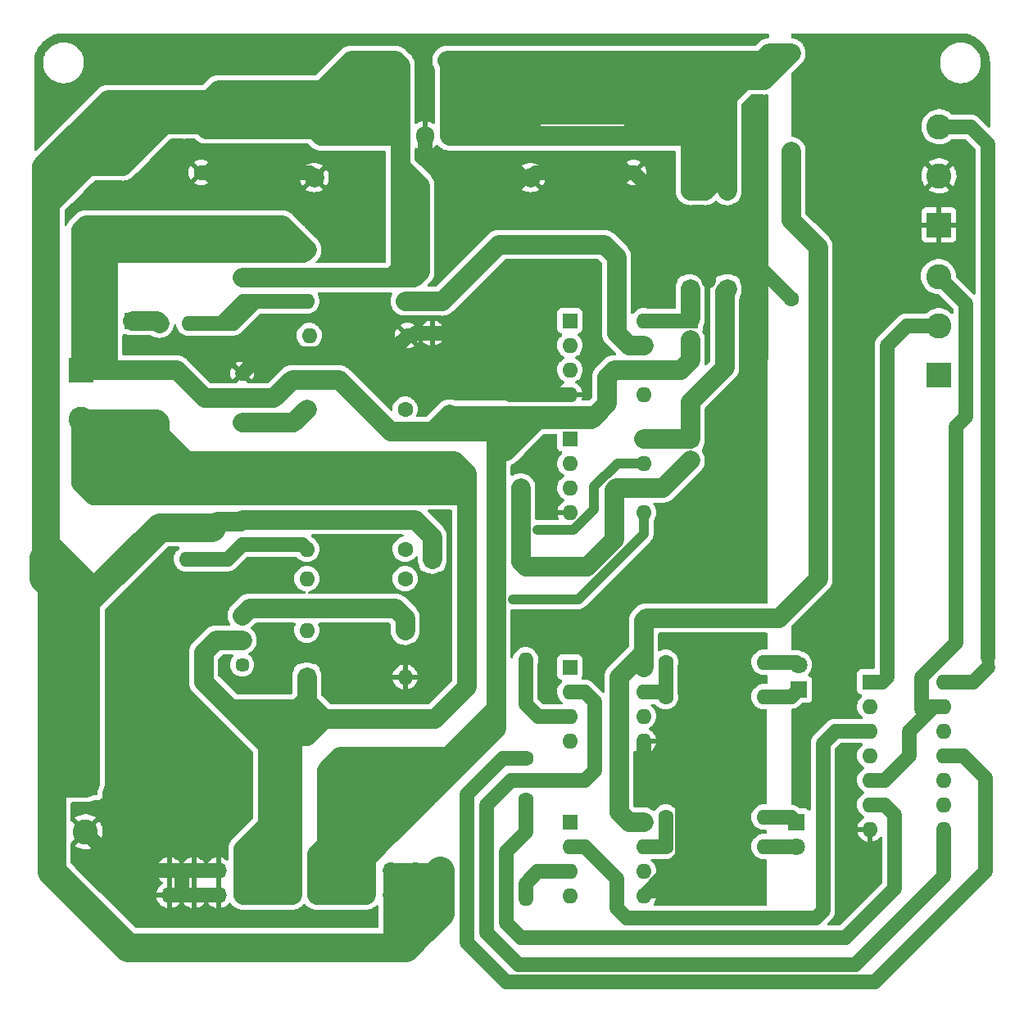
<source format=gbl>
%TF.GenerationSoftware,KiCad,Pcbnew,(6.0.8)*%
%TF.CreationDate,2023-09-05T09:20:41+09:00*%
%TF.ProjectId,AltairMD_V2,416c7461-6972-44d4-945f-56322e6b6963,rev?*%
%TF.SameCoordinates,Original*%
%TF.FileFunction,Copper,L2,Bot*%
%TF.FilePolarity,Positive*%
%FSLAX46Y46*%
G04 Gerber Fmt 4.6, Leading zero omitted, Abs format (unit mm)*
G04 Created by KiCad (PCBNEW (6.0.8)) date 2023-09-05 09:20:41*
%MOMM*%
%LPD*%
G01*
G04 APERTURE LIST*
%TA.AperFunction,ComponentPad*%
%ADD10O,1.600000X1.600000*%
%TD*%
%TA.AperFunction,ComponentPad*%
%ADD11R,1.600000X1.600000*%
%TD*%
%TA.AperFunction,ComponentPad*%
%ADD12C,1.600000*%
%TD*%
%TA.AperFunction,ComponentPad*%
%ADD13R,2.600000X2.600000*%
%TD*%
%TA.AperFunction,ComponentPad*%
%ADD14C,2.600000*%
%TD*%
%TA.AperFunction,ComponentPad*%
%ADD15C,1.800000*%
%TD*%
%TA.AperFunction,ComponentPad*%
%ADD16R,1.800000X1.800000*%
%TD*%
%TA.AperFunction,ComponentPad*%
%ADD17C,1.447800*%
%TD*%
%TA.AperFunction,ComponentPad*%
%ADD18R,2.000000X2.000000*%
%TD*%
%TA.AperFunction,ComponentPad*%
%ADD19C,2.000000*%
%TD*%
%TA.AperFunction,ComponentPad*%
%ADD20R,1.905000X2.000000*%
%TD*%
%TA.AperFunction,ComponentPad*%
%ADD21O,1.905000X2.000000*%
%TD*%
%TA.AperFunction,ComponentPad*%
%ADD22O,1.700000X1.700000*%
%TD*%
%TA.AperFunction,ComponentPad*%
%ADD23R,1.700000X1.700000*%
%TD*%
%TA.AperFunction,ViaPad*%
%ADD24C,0.800000*%
%TD*%
%TA.AperFunction,Conductor*%
%ADD25C,3.000000*%
%TD*%
%TA.AperFunction,Conductor*%
%ADD26C,2.000000*%
%TD*%
%TA.AperFunction,Conductor*%
%ADD27C,1.500000*%
%TD*%
%TA.AperFunction,Conductor*%
%ADD28C,1.000000*%
%TD*%
%TA.AperFunction,Conductor*%
%ADD29C,1.300000*%
%TD*%
%TA.AperFunction,Conductor*%
%ADD30C,1.800000*%
%TD*%
G04 APERTURE END LIST*
D10*
%TO.P,U5,8,VB*%
%TO.N,Net-(C6-Pad1)*%
X139710000Y-93228000D03*
%TO.P,U5,7,HO*%
%TO.N,Net-(R11-Pad1)*%
X139710000Y-95768000D03*
%TO.P,U5,6,VS*%
%TO.N,M-*%
X139710000Y-98308000D03*
%TO.P,U5,5,LO*%
%TO.N,Net-(R13-Pad1)*%
X139710000Y-100848000D03*
%TO.P,U5,4,COM*%
%TO.N,GND*%
X132090000Y-100848000D03*
%TO.P,U5,3,~{SD}*%
%TO.N,unconnected-(U5-Pad3)*%
X132090000Y-98308000D03*
%TO.P,U5,2,IN*%
%TO.N,Net-(D5-Pad1)*%
X132090000Y-95768000D03*
D11*
%TO.P,U5,1,VCC*%
%TO.N,VCC*%
X132090000Y-93228000D03*
%TD*%
D12*
%TO.P,C6,2*%
%TO.N,M-*%
X144526000Y-95278900D03*
D11*
%TO.P,C6,1*%
%TO.N,Net-(C6-Pad1)*%
X144526000Y-93278900D03*
%TD*%
D10*
%TO.P,R12,2*%
%TO.N,Net-(MOSFET2-Pad1)*%
X92456000Y-105664000D03*
D12*
%TO.P,R12,1*%
%TO.N,M-*%
X92456000Y-95504000D03*
%TD*%
D13*
%TO.P,J5,1,Pin_1*%
%TO.N,GND1*%
X170226000Y-71125000D03*
D14*
%TO.P,J5,2,Pin_2*%
X170226000Y-66045000D03*
%TO.P,J5,3,Pin_3*%
%TO.N,+3.3V*%
X170226000Y-60965000D03*
%TD*%
D15*
%TO.P,D10,2,AK*%
%TO.N,M+*%
X84328000Y-81026000D03*
D16*
%TO.P,D10,1,KA*%
%TO.N,Net-(D10-Pad1)*%
X86868000Y-81026000D03*
%TD*%
D11*
%TO.P,D1,1,K*%
%TO.N,VCC*%
X122428000Y-54102000D03*
D10*
%TO.P,D1,2,A*%
%TO.N,VDD*%
X112268000Y-54102000D03*
%TD*%
D17*
%TO.P,MOSFET1,1,1*%
%TO.N,Net-(MOSFET1-Pad1)*%
X98208000Y-79121000D03*
%TO.P,MOSFET1,2,2*%
%TO.N,VDD*%
X98208000Y-76581000D03*
%TO.P,MOSFET1,3,3*%
%TO.N,M+*%
X98208000Y-74041000D03*
%TD*%
D12*
%TO.P,R4,1*%
%TO.N,PWM1out*%
X141986000Y-132334000D03*
D10*
%TO.P,R4,2*%
%TO.N,Net-(D4-Pad1)*%
X152146000Y-132334000D03*
%TD*%
D17*
%TO.P,MOSFET3,1,1*%
%TO.N,Net-(MOSFET3-Pad1)*%
X98208000Y-91567000D03*
%TO.P,MOSFET3,2,2*%
%TO.N,M+*%
X98208000Y-89027000D03*
%TO.P,MOSFET3,3,3*%
%TO.N,GND*%
X98208000Y-86487000D03*
%TD*%
D11*
%TO.P,U4,1,VCC*%
%TO.N,VCC*%
X132090000Y-81026000D03*
D10*
%TO.P,U4,2,IN*%
%TO.N,Net-(D4-Pad1)*%
X132090000Y-83566000D03*
%TO.P,U4,3,~{SD}*%
%TO.N,unconnected-(U4-Pad3)*%
X132090000Y-86106000D03*
%TO.P,U4,4,COM*%
%TO.N,GND*%
X132090000Y-88646000D03*
%TO.P,U4,5,LO*%
%TO.N,Net-(R9-Pad1)*%
X139710000Y-88646000D03*
%TO.P,U4,6,VS*%
%TO.N,M+*%
X139710000Y-86106000D03*
%TO.P,U4,7,HO*%
%TO.N,Net-(R7-Pad1)*%
X139710000Y-83566000D03*
%TO.P,U4,8,VB*%
%TO.N,Net-(C5-Pad1)*%
X139710000Y-81026000D03*
%TD*%
D18*
%TO.P,C2,1*%
%TO.N,VDD*%
X105664000Y-61214000D03*
D19*
%TO.P,C2,2*%
%TO.N,GND*%
X105664000Y-66214000D03*
%TD*%
D12*
%TO.P,R9,1*%
%TO.N,Net-(R9-Pad1)*%
X115062000Y-90170000D03*
D10*
%TO.P,R9,2*%
%TO.N,Net-(MOSFET3-Pad1)*%
X104902000Y-90170000D03*
%TD*%
%TO.P,U6,14,VCC*%
%TO.N,+3.3V*%
X170698000Y-118359000D03*
%TO.P,U6,13*%
%TO.N,PWM*%
X170698000Y-120899000D03*
%TO.P,U6,12*%
%TO.N,B*%
X170698000Y-123439000D03*
%TO.P,U6,11*%
%TO.N,Net-(R2-Pad1)*%
X170698000Y-125979000D03*
%TO.P,U6,10*%
%TO.N,A*%
X170698000Y-128519000D03*
%TO.P,U6,9*%
X170698000Y-131059000D03*
%TO.P,U6,8*%
%TO.N,Net-(U2-Pad2)*%
X170698000Y-133599000D03*
%TO.P,U6,7,GND*%
%TO.N,GND1*%
X163078000Y-133599000D03*
%TO.P,U6,6*%
%TO.N,Net-(R1-Pad1)*%
X163078000Y-131059000D03*
%TO.P,U6,5*%
%TO.N,PWM*%
X163078000Y-128519000D03*
%TO.P,U6,4*%
%TO.N,A*%
X163078000Y-125979000D03*
%TO.P,U6,3*%
%TO.N,Net-(U1-Pad2)*%
X163078000Y-123439000D03*
%TO.P,U6,2*%
%TO.N,B*%
X163078000Y-120899000D03*
D11*
%TO.P,U6,1*%
X163078000Y-118359000D03*
%TD*%
D12*
%TO.P,R17,1*%
%TO.N,GND*%
X154940000Y-78740000D03*
D10*
%TO.P,R17,2*%
%TO.N,+5V*%
X154940000Y-68580000D03*
%TD*%
%TO.P,D9,2,A*%
%TO.N,GND*%
X115062000Y-117856000D03*
D11*
%TO.P,D9,1,K*%
%TO.N,M-*%
X104902000Y-117856000D03*
%TD*%
D12*
%TO.P,R1,1*%
%TO.N,Net-(R1-Pad1)*%
X127508000Y-130556000D03*
D10*
%TO.P,R1,2*%
%TO.N,Net-(R1-Pad2)*%
X127508000Y-140716000D03*
%TD*%
%TO.P,R11,2*%
%TO.N,Net-(MOSFET2-Pad1)*%
X104902000Y-104648000D03*
D12*
%TO.P,R11,1*%
%TO.N,Net-(R11-Pad1)*%
X115062000Y-104648000D03*
%TD*%
D10*
%TO.P,R14,2*%
%TO.N,Net-(MOSFET4-Pad1)*%
X104902000Y-113030000D03*
D12*
%TO.P,R14,1*%
%TO.N,Net-(MOSFET4-Pad3)*%
X115062000Y-113030000D03*
%TD*%
%TO.P,R7,1*%
%TO.N,Net-(R7-Pad1)*%
X115062000Y-78994000D03*
D10*
%TO.P,R7,2*%
%TO.N,Net-(MOSFET1-Pad1)*%
X104902000Y-78994000D03*
%TD*%
D11*
%TO.P,D2,1,K*%
%TO.N,Net-(C5-Pad1)*%
X144526000Y-77724000D03*
D10*
%TO.P,D2,2,A*%
%TO.N,VCC*%
X144526000Y-67564000D03*
%TD*%
D17*
%TO.P,MOSFET2,3,3*%
%TO.N,M-*%
X98208000Y-99060000D03*
%TO.P,MOSFET2,2,2*%
%TO.N,VDD*%
X98208000Y-101600000D03*
%TO.P,MOSFET2,1,1*%
%TO.N,Net-(MOSFET2-Pad1)*%
X98208000Y-104140000D03*
%TD*%
D13*
%TO.P,J3,1,Pin_1*%
%TO.N,A*%
X170180000Y-86614000D03*
D14*
%TO.P,J3,2,Pin_2*%
%TO.N,B*%
X170180000Y-81534000D03*
%TO.P,J3,3,Pin_3*%
%TO.N,PWM*%
X170180000Y-76454000D03*
%TD*%
D12*
%TO.P,R16,1*%
%TO.N,+5V*%
X154940000Y-63500000D03*
D10*
%TO.P,R16,2*%
%TO.N,VCC*%
X154940000Y-53340000D03*
%TD*%
D12*
%TO.P,R2,1*%
%TO.N,Net-(R2-Pad1)*%
X127508000Y-126238000D03*
D10*
%TO.P,R2,2*%
%TO.N,Net-(R2-Pad2)*%
X127508000Y-116078000D03*
%TD*%
D11*
%TO.P,D6,1,K*%
%TO.N,VDD*%
X115062000Y-73660000D03*
D10*
%TO.P,D6,2,A*%
%TO.N,M+*%
X104902000Y-73660000D03*
%TD*%
D16*
%TO.P,D5,1,K*%
%TO.N,Net-(D5-Pad1)*%
X155702000Y-119126000D03*
D15*
%TO.P,D5,2,A*%
%TO.N,Net-(D5-Pad2)*%
X155702000Y-116586000D03*
%TD*%
D12*
%TO.P,R10,1*%
%TO.N,GND*%
X115316000Y-82550000D03*
D10*
%TO.P,R10,2*%
%TO.N,Net-(MOSFET3-Pad1)*%
X105156000Y-82550000D03*
%TD*%
D20*
%TO.P,U3,1,VI*%
%TO.N,VDD*%
X114554000Y-61905000D03*
D21*
%TO.P,U3,2,GND*%
%TO.N,GND*%
X117094000Y-61905000D03*
%TO.P,U3,3,VO*%
%TO.N,VCC*%
X119634000Y-61905000D03*
%TD*%
D11*
%TO.P,D7,1,K*%
%TO.N,M+*%
X117856000Y-92456000D03*
D10*
%TO.P,D7,2,A*%
%TO.N,GND*%
X117856000Y-82296000D03*
%TD*%
D12*
%TO.P,R13,1*%
%TO.N,Net-(R13-Pad1)*%
X115062000Y-107696000D03*
D10*
%TO.P,R13,2*%
%TO.N,Net-(MOSFET4-Pad1)*%
X104902000Y-107696000D03*
%TD*%
%TO.P,D8,2,A*%
%TO.N,M-*%
X117856000Y-95504000D03*
D11*
%TO.P,D8,1,K*%
%TO.N,VDD*%
X117856000Y-105664000D03*
%TD*%
D16*
%TO.P,D4,1,K*%
%TO.N,Net-(D4-Pad1)*%
X155448000Y-132842000D03*
D15*
%TO.P,D4,2,A*%
%TO.N,Net-(D4-Pad2)*%
X155448000Y-135382000D03*
%TD*%
D11*
%TO.P,C5,1*%
%TO.N,Net-(C5-Pad1)*%
X144526000Y-81026000D03*
D12*
%TO.P,C5,2*%
%TO.N,M+*%
X144526000Y-83026000D03*
%TD*%
D14*
%TO.P,J1,2,Pin_2*%
%TO.N,GND*%
X81996000Y-133853000D03*
D13*
%TO.P,J1,1,Pin_1*%
%TO.N,VDD*%
X81996000Y-128773000D03*
%TD*%
D11*
%TO.P,D3,1,K*%
%TO.N,Net-(C6-Pad1)*%
X148336000Y-77724000D03*
D10*
%TO.P,D3,2,A*%
%TO.N,VCC*%
X148336000Y-67564000D03*
%TD*%
D18*
%TO.P,C3,1*%
%TO.N,VCC*%
X128016000Y-61214000D03*
D19*
%TO.P,C3,2*%
%TO.N,GND*%
X128016000Y-66214000D03*
%TD*%
D11*
%TO.P,C4,1*%
%TO.N,VCC*%
X138684000Y-60706000D03*
D12*
%TO.P,C4,2*%
%TO.N,GND*%
X138684000Y-65706000D03*
%TD*%
%TO.P,R5,1*%
%TO.N,PWM2out*%
X141986000Y-116332000D03*
D10*
%TO.P,R5,2*%
%TO.N,Net-(D5-Pad2)*%
X152146000Y-116332000D03*
%TD*%
D12*
%TO.P,R6,1*%
%TO.N,PWM2out*%
X141986000Y-119888000D03*
D10*
%TO.P,R6,2*%
%TO.N,Net-(D5-Pad1)*%
X152146000Y-119888000D03*
%TD*%
D11*
%TO.P,U2,1,NC*%
%TO.N,unconnected-(U2-Pad1)*%
X132080000Y-116840000D03*
D10*
%TO.P,U2,2,A*%
%TO.N,Net-(U2-Pad2)*%
X132080000Y-119380000D03*
%TO.P,U2,3,C*%
%TO.N,Net-(R2-Pad2)*%
X132080000Y-121920000D03*
%TO.P,U2,4,NC*%
%TO.N,unconnected-(U2-Pad4)*%
X132080000Y-124460000D03*
%TO.P,U2,5,VEE*%
%TO.N,GND*%
X139700000Y-124460000D03*
%TO.P,U2,6,VO*%
%TO.N,unconnected-(U2-Pad6)*%
X139700000Y-121920000D03*
%TO.P,U2,7,VO*%
%TO.N,PWM2out*%
X139700000Y-119380000D03*
%TO.P,U2,8,VCC*%
%TO.N,+5V*%
X139700000Y-116840000D03*
%TD*%
D11*
%TO.P,C1,1*%
%TO.N,VDD*%
X93980000Y-60706000D03*
D12*
%TO.P,C1,2*%
%TO.N,GND*%
X93980000Y-65706000D03*
%TD*%
D11*
%TO.P,U1,1,NC*%
%TO.N,unconnected-(U1-Pad1)*%
X132090000Y-132852000D03*
D10*
%TO.P,U1,2,A*%
%TO.N,Net-(U1-Pad2)*%
X132090000Y-135392000D03*
%TO.P,U1,3,C*%
%TO.N,Net-(R1-Pad2)*%
X132090000Y-137932000D03*
%TO.P,U1,4,NC*%
%TO.N,unconnected-(U1-Pad4)*%
X132090000Y-140472000D03*
%TO.P,U1,5,VEE*%
%TO.N,GND*%
X139710000Y-140472000D03*
%TO.P,U1,6,VO*%
%TO.N,unconnected-(U1-Pad6)*%
X139710000Y-137932000D03*
%TO.P,U1,7,VO*%
%TO.N,PWM1out*%
X139710000Y-135392000D03*
%TO.P,U1,8,VCC*%
%TO.N,+5V*%
X139710000Y-132852000D03*
%TD*%
D12*
%TO.P,R8,1*%
%TO.N,M+*%
X92710000Y-71120000D03*
D10*
%TO.P,R8,2*%
%TO.N,Net-(MOSFET1-Pad1)*%
X92710000Y-81280000D03*
%TD*%
%TO.P,R15,2*%
%TO.N,Net-(D10-Pad1)*%
X89662000Y-81280000D03*
D12*
%TO.P,R15,1*%
%TO.N,M-*%
X89662000Y-91440000D03*
%TD*%
D17*
%TO.P,MOSFET4,3,3*%
%TO.N,Net-(MOSFET4-Pad3)*%
X98208000Y-111506000D03*
%TO.P,MOSFET4,2,2*%
%TO.N,M-*%
X98208000Y-114046000D03*
%TO.P,MOSFET4,1,1*%
%TO.N,Net-(MOSFET4-Pad1)*%
X98208000Y-116586000D03*
%TD*%
D12*
%TO.P,R3,1*%
%TO.N,PWM1out*%
X141986000Y-135382000D03*
D10*
%TO.P,R3,2*%
%TO.N,Net-(D4-Pad2)*%
X152146000Y-135382000D03*
%TD*%
D22*
%TO.P,J4,24,Pin_24*%
%TO.N,GND*%
X90683000Y-140400000D03*
%TO.P,J4,23,Pin_23*%
X90683000Y-137860000D03*
%TO.P,J4,22,Pin_22*%
X93223000Y-140400000D03*
%TO.P,J4,21,Pin_21*%
X93223000Y-137860000D03*
%TO.P,J4,20,Pin_20*%
X95763000Y-140400000D03*
%TO.P,J4,19,Pin_19*%
X95763000Y-137860000D03*
%TO.P,J4,18,Pin_18*%
%TO.N,M-*%
X98303000Y-140400000D03*
%TO.P,J4,17,Pin_17*%
X98303000Y-137860000D03*
%TO.P,J4,16,Pin_16*%
X100843000Y-140400000D03*
%TO.P,J4,15,Pin_15*%
X100843000Y-137860000D03*
%TO.P,J4,14,Pin_14*%
X103383000Y-140400000D03*
%TO.P,J4,13,Pin_13*%
X103383000Y-137860000D03*
%TO.P,J4,12,Pin_12*%
%TO.N,M+*%
X105923000Y-140400000D03*
%TO.P,J4,11,Pin_11*%
X105923000Y-137860000D03*
%TO.P,J4,10,Pin_10*%
X108463000Y-140400000D03*
%TO.P,J4,9,Pin_9*%
X108463000Y-137860000D03*
%TO.P,J4,8,Pin_8*%
X111003000Y-140400000D03*
%TO.P,J4,7,Pin_7*%
X111003000Y-137860000D03*
%TO.P,J4,6,Pin_6*%
%TO.N,VDD*%
X113543000Y-140400000D03*
%TO.P,J4,5,Pin_5*%
X113543000Y-137860000D03*
%TO.P,J4,4,Pin_4*%
X116083000Y-140400000D03*
%TO.P,J4,3,Pin_3*%
X116083000Y-137860000D03*
%TO.P,J4,2,Pin_2*%
X118623000Y-140400000D03*
D23*
%TO.P,J4,1,Pin_1*%
X118623000Y-137860000D03*
%TD*%
D14*
%TO.P,J2,2,Pin_2*%
%TO.N,M-*%
X81534000Y-91186000D03*
D13*
%TO.P,J2,1,Pin_1*%
%TO.N,M+*%
X81534000Y-86106000D03*
%TD*%
D24*
%TO.N,Net-(R13-Pad1)*%
X126160100Y-109825500D03*
%TO.N,Net-(R11-Pad1)*%
X128700100Y-102634500D03*
%TO.N,M-*%
X127000000Y-98298000D03*
X121412000Y-98298000D03*
%TD*%
D25*
%TO.N,VDD*%
X77700000Y-107672000D02*
X77700000Y-105502000D01*
X78486000Y-108458000D02*
X77700000Y-107672000D01*
X80264000Y-123444000D02*
X78486000Y-125222000D01*
X80310000Y-117140000D02*
X80310000Y-119842000D01*
X80264000Y-119888000D02*
X80264000Y-123444000D01*
X78486000Y-125222000D02*
X78486000Y-115316000D01*
X80310000Y-119842000D02*
X80264000Y-119888000D01*
X78486000Y-127000000D02*
X78486000Y-125222000D01*
X81996000Y-117140000D02*
X81996000Y-123490000D01*
X81996000Y-116286000D02*
X81996000Y-117140000D01*
X78486000Y-115316000D02*
X80310000Y-117140000D01*
X78486000Y-115316000D02*
X78486000Y-114554000D01*
X80310000Y-117140000D02*
X81996000Y-117140000D01*
X80264000Y-114554000D02*
X80264000Y-112776000D01*
X81153000Y-111887000D02*
X81996000Y-112730000D01*
X79756000Y-110490000D02*
X81153000Y-111887000D01*
X80264000Y-112776000D02*
X81153000Y-111887000D01*
X78486000Y-114554000D02*
X80264000Y-114554000D01*
X81996000Y-112730000D02*
X81996000Y-116286000D01*
X80264000Y-114554000D02*
X81996000Y-116286000D01*
X78486000Y-114554000D02*
X78486000Y-110490000D01*
X78486000Y-110490000D02*
X79756000Y-110490000D01*
X78486000Y-110490000D02*
X78486000Y-108458000D01*
X81996000Y-110028000D02*
X81996000Y-112730000D01*
X78486000Y-108458000D02*
X79456000Y-107488000D01*
D26*
X79456000Y-107488000D02*
X81996000Y-110028000D01*
X77470000Y-105502000D02*
X79456000Y-107488000D01*
D27*
%TO.N,PWM*%
X172974000Y-90932000D02*
X172974000Y-79248000D01*
X171958000Y-91948000D02*
X172974000Y-90932000D01*
X168402000Y-117856000D02*
X171958000Y-114300000D01*
X168402000Y-121158000D02*
X168402000Y-117856000D01*
X171958000Y-114300000D02*
X171958000Y-91948000D01*
X168661000Y-120899000D02*
X168402000Y-121158000D01*
X172974000Y-79248000D02*
X170180000Y-76454000D01*
X170698000Y-120899000D02*
X168661000Y-120899000D01*
%TO.N,GND*%
X146431000Y-76561284D02*
X146431000Y-76871284D01*
X139465716Y-69596000D02*
X146431000Y-76561284D01*
X136398000Y-69596000D02*
X139465716Y-69596000D01*
%TO.N,Net-(U2-Pad2)*%
X170698000Y-138420000D02*
X170698000Y-133599000D01*
X161544000Y-147574000D02*
X170698000Y-138420000D01*
X126746000Y-147574000D02*
X161544000Y-147574000D01*
X123444000Y-144272000D02*
X126746000Y-147574000D01*
X123444000Y-131064000D02*
X123444000Y-144272000D01*
X125984000Y-128524000D02*
X123444000Y-131064000D01*
X133604000Y-128524000D02*
X125984000Y-128524000D01*
X134620000Y-127508000D02*
X133604000Y-128524000D01*
X134620000Y-120396000D02*
X134620000Y-127508000D01*
X133604000Y-119380000D02*
X134620000Y-120396000D01*
X132080000Y-119380000D02*
X133604000Y-119380000D01*
%TO.N,Net-(U1-Pad2)*%
X159517000Y-123439000D02*
X163078000Y-123439000D01*
X158242000Y-124714000D02*
X159517000Y-123439000D01*
X158242000Y-141986000D02*
X158242000Y-124714000D01*
X157480000Y-142748000D02*
X158242000Y-141986000D01*
X137922000Y-142748000D02*
X157480000Y-142748000D01*
X136906000Y-141732000D02*
X137922000Y-142748000D01*
X136906000Y-138684000D02*
X136906000Y-141732000D01*
X133614000Y-135392000D02*
X136906000Y-138684000D01*
X132090000Y-135392000D02*
X133614000Y-135392000D01*
D26*
%TO.N,+5V*%
X139700000Y-112014000D02*
X139700000Y-115316000D01*
X139954000Y-111760000D02*
X139700000Y-112014000D01*
X153670000Y-111760000D02*
X139954000Y-111760000D01*
X157734000Y-107696000D02*
X153670000Y-111760000D01*
X157734000Y-73406000D02*
X157734000Y-107696000D01*
X154940000Y-70612000D02*
X157734000Y-73406000D01*
X154940000Y-68580000D02*
X154940000Y-70612000D01*
X138186000Y-132852000D02*
X139710000Y-132852000D01*
X137160000Y-131826000D02*
X138186000Y-132852000D01*
X137160000Y-117856000D02*
X137160000Y-131826000D01*
X139700000Y-115316000D02*
X137160000Y-117856000D01*
X139700000Y-115316000D02*
X139700000Y-116840000D01*
X154940000Y-66294000D02*
X154940000Y-68580000D01*
X154940000Y-63500000D02*
X154940000Y-66294000D01*
X154940000Y-66294000D02*
X154940000Y-68580000D01*
D28*
%TO.N,Net-(R13-Pad1)*%
X132941400Y-109825500D02*
X126160100Y-109825500D01*
X139710000Y-103056900D02*
X132941400Y-109825500D01*
X139710000Y-100848000D02*
X139710000Y-103056900D01*
%TO.N,Net-(R11-Pad1)*%
X132465400Y-102634500D02*
X128700100Y-102634500D01*
X134581800Y-100518100D02*
X132465400Y-102634500D01*
X134581800Y-98196300D02*
X134581800Y-100518100D01*
X137010100Y-95768000D02*
X134581800Y-98196300D01*
X139710000Y-95768000D02*
X137010100Y-95768000D01*
D26*
%TO.N,Net-(R7-Pad1)*%
X118872000Y-78994000D02*
X115062000Y-78994000D01*
X124714000Y-73152000D02*
X118872000Y-78994000D01*
X135636000Y-73152000D02*
X124714000Y-73152000D01*
X136906000Y-74422000D02*
X135636000Y-73152000D01*
X136906000Y-82296000D02*
X136906000Y-74422000D01*
X138176000Y-83566000D02*
X136906000Y-82296000D01*
X139710000Y-83566000D02*
X138176000Y-83566000D01*
D27*
%TO.N,PWM2out*%
X141986000Y-119888000D02*
X141986000Y-116332000D01*
X141478000Y-119380000D02*
X141986000Y-119888000D01*
X139700000Y-119380000D02*
X141478000Y-119380000D01*
%TO.N,PWM1out*%
X141986000Y-132334000D02*
X141986000Y-135382000D01*
X139710000Y-135392000D02*
X141976000Y-135392000D01*
D28*
X141976000Y-135392000D02*
X141986000Y-135382000D01*
D27*
%TO.N,Net-(R2-Pad2)*%
X128778000Y-121920000D02*
X132080000Y-121920000D01*
X127508000Y-120650000D02*
X128778000Y-121920000D01*
X127508000Y-116078000D02*
X127508000Y-120650000D01*
%TO.N,Net-(R2-Pad1)*%
X172715000Y-125979000D02*
X170698000Y-125979000D01*
X175006000Y-128270000D02*
X172715000Y-125979000D01*
X175006000Y-137922000D02*
X175006000Y-128270000D01*
X163576000Y-149352000D02*
X175006000Y-137922000D01*
X125476000Y-149352000D02*
X163576000Y-149352000D01*
X121412000Y-145288000D02*
X125476000Y-149352000D01*
X121412000Y-129990000D02*
X121412000Y-145288000D01*
X125164000Y-126238000D02*
X121412000Y-129990000D01*
X127508000Y-126238000D02*
X125164000Y-126238000D01*
%TO.N,Net-(R1-Pad2)*%
X128768000Y-137932000D02*
X132090000Y-137932000D01*
X127508000Y-139192000D02*
X128768000Y-137932000D01*
X127508000Y-140716000D02*
X127508000Y-139192000D01*
%TO.N,Net-(R1-Pad1)*%
X164587000Y-131059000D02*
X163078000Y-131059000D01*
X165608000Y-132080000D02*
X164587000Y-131059000D01*
X165608000Y-139700000D02*
X165608000Y-132080000D01*
X160528000Y-144780000D02*
X165608000Y-139700000D01*
X127000000Y-144780000D02*
X160528000Y-144780000D01*
X125476000Y-143256000D02*
X127000000Y-144780000D01*
X125476000Y-135890000D02*
X125476000Y-143256000D01*
X127508000Y-133858000D02*
X125476000Y-135890000D01*
X127508000Y-130556000D02*
X127508000Y-133858000D01*
D26*
%TO.N,Net-(MOSFET3-Pad1)*%
X103505000Y-91567000D02*
X98208000Y-91567000D01*
X104902000Y-90170000D02*
X103505000Y-91567000D01*
D27*
%TO.N,Net-(MOSFET2-Pad1)*%
X104394000Y-104140000D02*
X104902000Y-104648000D01*
X98208000Y-104140000D02*
X104394000Y-104140000D01*
X96684000Y-105664000D02*
X98208000Y-104140000D01*
X92456000Y-105664000D02*
X96684000Y-105664000D01*
%TO.N,Net-(MOSFET1-Pad1)*%
X96049000Y-81280000D02*
X98208000Y-79121000D01*
X92710000Y-81280000D02*
X96049000Y-81280000D01*
X97282000Y-81280000D02*
X96049000Y-81280000D01*
X99568000Y-78994000D02*
X97282000Y-81280000D01*
X101600000Y-78994000D02*
X99568000Y-78994000D01*
X101600000Y-78994000D02*
X104902000Y-78994000D01*
X96049000Y-81280000D02*
X92710000Y-81280000D01*
X96049000Y-81280000D02*
X98208000Y-79121000D01*
X98335000Y-78994000D02*
X99568000Y-78994000D01*
X98208000Y-79121000D02*
X98335000Y-78994000D01*
X99568000Y-78994000D02*
X101600000Y-78994000D01*
%TO.N,+3.3V*%
X173741000Y-118359000D02*
X170698000Y-118359000D01*
X175260000Y-116840000D02*
X173741000Y-118359000D01*
D29*
X175260000Y-116840000D02*
X175260000Y-115824000D01*
D27*
X173477000Y-60965000D02*
X170226000Y-60965000D01*
X175260000Y-62748000D02*
X173477000Y-60965000D01*
X175260000Y-115824000D02*
X175260000Y-62748000D01*
D26*
%TO.N,Net-(MOSFET4-Pad3)*%
X98970000Y-110744000D02*
X98208000Y-111506000D01*
X114046000Y-110744000D02*
X98970000Y-110744000D01*
X115062000Y-111760000D02*
X114046000Y-110744000D01*
X115062000Y-113030000D02*
X115062000Y-111760000D01*
D27*
%TO.N,PWM*%
X169677000Y-120899000D02*
X170698000Y-120899000D01*
X167132000Y-123444000D02*
X169677000Y-120899000D01*
X167132000Y-125984000D02*
X167132000Y-123444000D01*
X164597000Y-128519000D02*
X167132000Y-125984000D01*
X163078000Y-128519000D02*
X164597000Y-128519000D01*
%TO.N,B*%
X166878000Y-81534000D02*
X170180000Y-81534000D01*
X164846000Y-83566000D02*
X166878000Y-81534000D01*
X164846000Y-117856000D02*
X164846000Y-83566000D01*
X164343000Y-118359000D02*
X164846000Y-117856000D01*
X163078000Y-118359000D02*
X164343000Y-118359000D01*
D26*
%TO.N,Net-(D10-Pad1)*%
X89408000Y-81026000D02*
X89662000Y-81280000D01*
X86868000Y-81026000D02*
X89408000Y-81026000D01*
D27*
%TO.N,Net-(D5-Pad2)*%
X155448000Y-116332000D02*
X155702000Y-116586000D01*
X152146000Y-116332000D02*
X155448000Y-116332000D01*
%TO.N,Net-(D5-Pad1)*%
X154940000Y-119888000D02*
X155702000Y-119126000D01*
X152146000Y-119888000D02*
X154940000Y-119888000D01*
%TO.N,Net-(D4-Pad2)*%
X152146000Y-135382000D02*
X155448000Y-135382000D01*
%TO.N,Net-(D4-Pad1)*%
X154940000Y-132334000D02*
X155448000Y-132842000D01*
X152146000Y-132334000D02*
X154940000Y-132334000D01*
D26*
%TO.N,M-*%
X136896000Y-98308000D02*
X139710000Y-98308000D01*
X136652000Y-98552000D02*
X136896000Y-98308000D01*
X136652000Y-103632000D02*
X136652000Y-98552000D01*
X133858000Y-106426000D02*
X136652000Y-103632000D01*
X127508000Y-106426000D02*
X133858000Y-106426000D01*
X127000000Y-105918000D02*
X127508000Y-106426000D01*
X127000000Y-98298000D02*
X127000000Y-105918000D01*
X81534000Y-97790000D02*
X81534000Y-91186000D01*
X81788000Y-98044000D02*
X81534000Y-97790000D01*
X82804000Y-99060000D02*
X81788000Y-98044000D01*
X86106000Y-99060000D02*
X82804000Y-99060000D01*
X114300000Y-99060000D02*
X121412000Y-99060000D01*
X121412000Y-98298000D02*
X121412000Y-99060000D01*
X121412000Y-97028000D02*
X121412000Y-98298000D01*
X115062000Y-98298000D02*
X121412000Y-98298000D01*
X116332000Y-97028000D02*
X117856000Y-95504000D01*
X104907000Y-123947000D02*
X106680000Y-122174000D01*
X103383000Y-123947000D02*
X104907000Y-123947000D01*
X104902000Y-122174000D02*
X103886000Y-121158000D01*
X106680000Y-122174000D02*
X104902000Y-122174000D01*
X121412000Y-96774000D02*
X121412000Y-97028000D01*
X120142000Y-95504000D02*
X121412000Y-96774000D01*
X117856000Y-95504000D02*
X120142000Y-95504000D01*
X94234000Y-118364000D02*
X97028000Y-121158000D01*
X94234000Y-115316000D02*
X94234000Y-118364000D01*
X95504000Y-114046000D02*
X94234000Y-115316000D01*
X98208000Y-114046000D02*
X95504000Y-114046000D01*
X97028000Y-121158000D02*
X100076000Y-121158000D01*
X100589000Y-124719000D02*
X100843000Y-124719000D01*
X97028000Y-121158000D02*
X100589000Y-124719000D01*
X98303000Y-135631000D02*
X100843000Y-133091000D01*
X98303000Y-137860000D02*
X98303000Y-135631000D01*
X101351000Y-134812000D02*
X101351000Y-133863000D01*
X100843000Y-135320000D02*
X101351000Y-134812000D01*
X103129000Y-136139000D02*
X103383000Y-136393000D01*
X100843000Y-136139000D02*
X103129000Y-136139000D01*
X100843000Y-137860000D02*
X100843000Y-136139000D01*
X101351000Y-133091000D02*
X101351000Y-133863000D01*
X102875000Y-131567000D02*
X103383000Y-132075000D01*
X101859000Y-131567000D02*
X102875000Y-131567000D01*
X100843000Y-132583000D02*
X101859000Y-131567000D01*
X100843000Y-133091000D02*
X100843000Y-132583000D01*
X102875000Y-133091000D02*
X101351000Y-133091000D01*
X103383000Y-132583000D02*
X103383000Y-132075000D01*
X103383000Y-132075000D02*
X103383000Y-130053000D01*
X101615000Y-130307000D02*
X102875000Y-131567000D01*
X100843000Y-130307000D02*
X101615000Y-130307000D01*
X103383000Y-130053000D02*
X103383000Y-127503000D01*
X101087000Y-127757000D02*
X103383000Y-130053000D01*
X100843000Y-127757000D02*
X101087000Y-127757000D01*
X102123000Y-126243000D02*
X103383000Y-127503000D01*
X100843000Y-126243000D02*
X102123000Y-126243000D01*
X101600000Y-123434000D02*
X103383000Y-125217000D01*
X101600000Y-122682000D02*
X101600000Y-123434000D01*
X101600000Y-122682000D02*
X103124000Y-121158000D01*
X100843000Y-123439000D02*
X101600000Y-122682000D01*
X103383000Y-125217000D02*
X103383000Y-123947000D01*
X102362000Y-126238000D02*
X103383000Y-125217000D01*
X100843000Y-124719000D02*
X102362000Y-126238000D01*
X100843000Y-123439000D02*
X100843000Y-124719000D01*
X100076000Y-122672000D02*
X100076000Y-121158000D01*
X100843000Y-123439000D02*
X100076000Y-122672000D01*
X103383000Y-121417000D02*
X103124000Y-121158000D01*
X103383000Y-123947000D02*
X103383000Y-121417000D01*
X103383000Y-140400000D02*
X103383000Y-137860000D01*
X100843000Y-137860000D02*
X103383000Y-140400000D01*
X100843000Y-140400000D02*
X103383000Y-140400000D01*
X98303000Y-140400000D02*
X98303000Y-137860000D01*
X104902000Y-120142000D02*
X104902000Y-117856000D01*
X103886000Y-121158000D02*
X104902000Y-120142000D01*
X107188000Y-96012000D02*
X107188000Y-97536000D01*
X107188000Y-95504000D02*
X107188000Y-96012000D01*
X106172000Y-96012000D02*
X107188000Y-96012000D01*
X105156000Y-97028000D02*
X106172000Y-96012000D01*
X105664000Y-97536000D02*
X107188000Y-97536000D01*
X105156000Y-97028000D02*
X105664000Y-97536000D01*
X114427000Y-97409000D02*
X112776000Y-99060000D01*
X113030000Y-96012000D02*
X114427000Y-97409000D01*
X112522000Y-96012000D02*
X113030000Y-96012000D01*
X113030000Y-95504000D02*
X112522000Y-96012000D01*
X112522000Y-99060000D02*
X112522000Y-96012000D01*
X115062000Y-96774000D02*
X114427000Y-97409000D01*
X115062000Y-95504000D02*
X115062000Y-96774000D01*
X115062000Y-98044000D02*
X114427000Y-97409000D01*
X115062000Y-98298000D02*
X115062000Y-98044000D01*
X115062000Y-95504000D02*
X117856000Y-95504000D01*
X114300000Y-99060000D02*
X115062000Y-98298000D01*
X110744000Y-97282000D02*
X112522000Y-99060000D01*
X110744000Y-95504000D02*
X110744000Y-97282000D01*
X112776000Y-99060000D02*
X114300000Y-99060000D01*
X112522000Y-99060000D02*
X112776000Y-99060000D01*
X107188000Y-95504000D02*
X110744000Y-95504000D01*
X107188000Y-97536000D02*
X108712000Y-99060000D01*
X105156000Y-95504000D02*
X107188000Y-95504000D01*
X105156000Y-99060000D02*
X108712000Y-99060000D01*
X105156000Y-97028000D02*
X105156000Y-99060000D01*
X105156000Y-95504000D02*
X105156000Y-97028000D01*
X102616000Y-96520000D02*
X104648000Y-96520000D01*
X102362000Y-96774000D02*
X102616000Y-96520000D01*
X104648000Y-96520000D02*
X105156000Y-97028000D01*
X104648000Y-99060000D02*
X105156000Y-99060000D01*
X99060000Y-95504000D02*
X105156000Y-95504000D01*
X102362000Y-96774000D02*
X104648000Y-99060000D01*
X99822000Y-99060000D02*
X104648000Y-99060000D01*
X97282000Y-95504000D02*
X99060000Y-95504000D01*
X102362000Y-97028000D02*
X102362000Y-96774000D01*
X101346000Y-98044000D02*
X102362000Y-97028000D01*
X101346000Y-97790000D02*
X101346000Y-98044000D01*
X99060000Y-95504000D02*
X101346000Y-97790000D01*
X98208000Y-99060000D02*
X99822000Y-99060000D01*
X94652000Y-95504000D02*
X97282000Y-95504000D01*
X99822000Y-98806000D02*
X99822000Y-99060000D01*
X97282000Y-96266000D02*
X99822000Y-98806000D01*
X97282000Y-95504000D02*
X97282000Y-96266000D01*
X89916000Y-98044000D02*
X91440000Y-98044000D01*
X89408000Y-97536000D02*
X89916000Y-98044000D01*
X88392000Y-97536000D02*
X89408000Y-97536000D01*
X88392000Y-98552000D02*
X88900000Y-99060000D01*
X88392000Y-97536000D02*
X88392000Y-98552000D01*
X91821000Y-97155000D02*
X92456000Y-96520000D01*
X90551000Y-97155000D02*
X91821000Y-97155000D01*
X90551000Y-97155000D02*
X91440000Y-98044000D01*
X88900000Y-95504000D02*
X90551000Y-97155000D01*
X92964000Y-97028000D02*
X92456000Y-96520000D01*
X94189000Y-95803000D02*
X92964000Y-97028000D01*
X94951000Y-95803000D02*
X94189000Y-95803000D01*
X92456000Y-96520000D02*
X92456000Y-95504000D01*
X87884000Y-97028000D02*
X88392000Y-97536000D01*
X85852000Y-97028000D02*
X87884000Y-97028000D01*
X88900000Y-99060000D02*
X87884000Y-99060000D01*
X88392000Y-94996000D02*
X88900000Y-95504000D01*
X98208000Y-99060000D02*
X88900000Y-99060000D01*
X87884000Y-99060000D02*
X86106000Y-99060000D01*
X84963000Y-96647000D02*
X85852000Y-95758000D01*
X83312000Y-94996000D02*
X84963000Y-96647000D01*
X83312000Y-94234000D02*
X83312000Y-94996000D01*
X81788000Y-95504000D02*
X83566000Y-97282000D01*
X81788000Y-95504000D02*
X81788000Y-98044000D01*
X92456000Y-95504000D02*
X94652000Y-95504000D01*
X88900000Y-95250000D02*
X88900000Y-95504000D01*
X90551000Y-93599000D02*
X88900000Y-95250000D01*
X90551000Y-93599000D02*
X92456000Y-95504000D01*
X89662000Y-92710000D02*
X90551000Y-93599000D01*
X88138000Y-94742000D02*
X88392000Y-94996000D01*
X88138000Y-94234000D02*
X88138000Y-94742000D01*
X88900000Y-95504000D02*
X92456000Y-95504000D01*
X85344000Y-91186000D02*
X85344000Y-93472000D01*
X83312000Y-92710000D02*
X83312000Y-94234000D01*
X83312000Y-91186000D02*
X83312000Y-92710000D01*
X85344000Y-91186000D02*
X88392000Y-91186000D01*
X83312000Y-91186000D02*
X85344000Y-91186000D01*
X84074000Y-94234000D02*
X85598000Y-94234000D01*
X83693000Y-93853000D02*
X84074000Y-94234000D01*
X83312000Y-94234000D02*
X83693000Y-93853000D01*
X86614000Y-94234000D02*
X85598000Y-94234000D01*
X87630000Y-93218000D02*
X86614000Y-94234000D01*
X88392000Y-92456000D02*
X87630000Y-93218000D01*
X88392000Y-91186000D02*
X88392000Y-92456000D01*
X88138000Y-94234000D02*
X89662000Y-92710000D01*
X81534000Y-91186000D02*
X83312000Y-91186000D01*
X81788000Y-92964000D02*
X81788000Y-95504000D01*
X89662000Y-91440000D02*
X89662000Y-92710000D01*
X89408000Y-91186000D02*
X89662000Y-91440000D01*
X88392000Y-91186000D02*
X89408000Y-91186000D01*
X86868000Y-92456000D02*
X87630000Y-93218000D01*
X86868000Y-92964000D02*
X86868000Y-92456000D01*
X85598000Y-94234000D02*
X86868000Y-92964000D01*
X87884000Y-94234000D02*
X88138000Y-94234000D01*
X87884000Y-93472000D02*
X87884000Y-94234000D01*
X87630000Y-93218000D02*
X87884000Y-93472000D01*
X84582000Y-92710000D02*
X85344000Y-93472000D01*
X83312000Y-92710000D02*
X84582000Y-92710000D01*
X85344000Y-93980000D02*
X85598000Y-94234000D01*
X85344000Y-93472000D02*
X85344000Y-93980000D01*
X83566000Y-97282000D02*
X84328000Y-97282000D01*
X84328000Y-97282000D02*
X86106000Y-99060000D01*
X83566000Y-98044000D02*
X84328000Y-97282000D01*
X83566000Y-97282000D02*
X83566000Y-98044000D01*
X84328000Y-97282000D02*
X84963000Y-96647000D01*
X88392000Y-94996000D02*
X88392000Y-95504000D01*
X88392000Y-95504000D02*
X88392000Y-97536000D01*
X85852000Y-95504000D02*
X88392000Y-95504000D01*
X85852000Y-95758000D02*
X85852000Y-95504000D01*
X88392000Y-95504000D02*
X88900000Y-95504000D01*
X85852000Y-95758000D02*
X85852000Y-97028000D01*
X85852000Y-97028000D02*
X87884000Y-99060000D01*
X95250000Y-96102000D02*
X98208000Y-99060000D01*
X95250000Y-98044000D02*
X95250000Y-96102000D01*
X91440000Y-98044000D02*
X95250000Y-98044000D01*
X95250000Y-96102000D02*
X94951000Y-95803000D01*
X94951000Y-95803000D02*
X94652000Y-95504000D01*
X94652000Y-95504000D02*
X94951000Y-95803000D01*
X94951000Y-95803000D02*
X95250000Y-96102000D01*
X104648000Y-96520000D02*
X105156000Y-97028000D01*
X112522000Y-99060000D02*
X112776000Y-99060000D01*
X110744000Y-95504000D02*
X113030000Y-95504000D01*
X113030000Y-95504000D02*
X115062000Y-95504000D01*
X108712000Y-99060000D02*
X111252000Y-99060000D01*
X111252000Y-99060000D02*
X112522000Y-99060000D01*
X108204000Y-96012000D02*
X111252000Y-99060000D01*
X107188000Y-96012000D02*
X108204000Y-96012000D01*
X111252000Y-99060000D02*
X112522000Y-99060000D01*
X98303000Y-137860000D02*
X100843000Y-137860000D01*
X100843000Y-137860000D02*
X103383000Y-137860000D01*
X98303000Y-137860000D02*
X100843000Y-140400000D01*
X100843000Y-140400000D02*
X98303000Y-140400000D01*
X100076000Y-121158000D02*
X103124000Y-121158000D01*
X103124000Y-121158000D02*
X103886000Y-121158000D01*
X100843000Y-126243000D02*
X100843000Y-124719000D01*
X100843000Y-124719000D02*
X100843000Y-123439000D01*
X103383000Y-127503000D02*
X103383000Y-125217000D01*
X103383000Y-125217000D02*
X103383000Y-123947000D01*
X100843000Y-130307000D02*
X100843000Y-127757000D01*
X100843000Y-127757000D02*
X100843000Y-126243000D01*
X100843000Y-133091000D02*
X101351000Y-133091000D01*
X101351000Y-133091000D02*
X102875000Y-133091000D01*
X102875000Y-133091000D02*
X103383000Y-132583000D01*
X101351000Y-133091000D02*
X100843000Y-132583000D01*
X100843000Y-132583000D02*
X100843000Y-130307000D01*
X101351000Y-133863000D02*
X103383000Y-135895000D01*
X103383000Y-135895000D02*
X103383000Y-132583000D01*
X98303000Y-137860000D02*
X100843000Y-135320000D01*
X100843000Y-136139000D02*
X100843000Y-135320000D01*
X100843000Y-135320000D02*
X100843000Y-133091000D01*
X103383000Y-137860000D02*
X103383000Y-136393000D01*
X103383000Y-136393000D02*
X103383000Y-135895000D01*
X118110000Y-122174000D02*
X106680000Y-122174000D01*
X121412000Y-118872000D02*
X118110000Y-122174000D01*
X121412000Y-99060000D02*
X121412000Y-118872000D01*
X104902000Y-120396000D02*
X104902000Y-120142000D01*
X106680000Y-122174000D02*
X104902000Y-120396000D01*
X115062000Y-98298000D02*
X116332000Y-97028000D01*
X116332000Y-97028000D02*
X121412000Y-97028000D01*
D27*
X144526000Y-95478900D02*
X144526000Y-95278900D01*
D26*
X141697000Y-98308000D02*
X144526000Y-95478900D01*
X139710000Y-98308000D02*
X141697000Y-98308000D01*
%TO.N,Net-(C6-Pad1)*%
X148082000Y-77978000D02*
X148336000Y-77724000D01*
X148082000Y-85852000D02*
X148082000Y-77978000D01*
X144526000Y-89408000D02*
X148082000Y-85852000D01*
X144526000Y-93278900D02*
X144526000Y-89408000D01*
X144475000Y-93228000D02*
X144526000Y-93278900D01*
X139710000Y-93228000D02*
X144475000Y-93228000D01*
%TO.N,M+*%
X111633000Y-126111000D02*
X111887000Y-126111000D01*
X110109000Y-126111000D02*
X111633000Y-126111000D01*
X108331000Y-126111000D02*
X109601000Y-126111000D01*
X106934000Y-127508000D02*
X108331000Y-126111000D01*
X106934000Y-135128000D02*
X106934000Y-127508000D01*
X111887000Y-127889000D02*
X111633000Y-128143000D01*
X111887000Y-126111000D02*
X111887000Y-127889000D01*
X111633000Y-128143000D02*
X113157000Y-128143000D01*
X110109000Y-128143000D02*
X111633000Y-128143000D01*
X111887000Y-126111000D02*
X113157000Y-126111000D01*
X113157000Y-128143000D02*
X111633000Y-129667000D01*
X113157000Y-126111000D02*
X119507000Y-126111000D01*
X113157000Y-126111000D02*
X113157000Y-128143000D01*
X110109000Y-126111000D02*
X110109000Y-128143000D01*
X109601000Y-126111000D02*
X110109000Y-126111000D01*
X110109000Y-128143000D02*
X111633000Y-129667000D01*
X109855000Y-132207000D02*
X108204000Y-133858000D01*
X109855000Y-131191000D02*
X109855000Y-132207000D01*
X108839000Y-130175000D02*
X109855000Y-131191000D01*
X110363000Y-131699000D02*
X111125000Y-130937000D01*
X110363000Y-130175000D02*
X110363000Y-131699000D01*
X108839000Y-130175000D02*
X108204000Y-130810000D01*
X110363000Y-130175000D02*
X108839000Y-130175000D01*
X110363000Y-130175000D02*
X111125000Y-130937000D01*
X109220000Y-129032000D02*
X110363000Y-130175000D01*
X108204000Y-130048000D02*
X108204000Y-130810000D01*
X109220000Y-129032000D02*
X108204000Y-130048000D01*
X108204000Y-133858000D02*
X108204000Y-130810000D01*
X108204000Y-129032000D02*
X109220000Y-129032000D01*
X111125000Y-130937000D02*
X111633000Y-130429000D01*
X108839000Y-126873000D02*
X109601000Y-126111000D01*
X108204000Y-127508000D02*
X108839000Y-126873000D01*
X108204000Y-129032000D02*
X108204000Y-127508000D01*
X119507000Y-126111000D02*
X122417000Y-123201000D01*
X117597000Y-128021000D02*
X119507000Y-126111000D01*
X124460000Y-121158000D02*
X124460000Y-120650000D01*
X122417000Y-123201000D02*
X124460000Y-121158000D01*
X122417000Y-123201000D02*
X124460000Y-123201000D01*
X114168000Y-130678000D02*
X115575000Y-132085000D01*
X114168000Y-130180000D02*
X114168000Y-130678000D01*
X115575000Y-132085000D02*
X117480000Y-130180000D01*
X114559000Y-133101000D02*
X115575000Y-132085000D01*
X113284000Y-131826000D02*
X113284000Y-131064000D01*
X114559000Y-133101000D02*
X113284000Y-131826000D01*
X113416000Y-134244000D02*
X114559000Y-133101000D01*
X112400000Y-135260000D02*
X113416000Y-134244000D01*
X110744000Y-133604000D02*
X112014000Y-132334000D01*
X112014000Y-132842000D02*
X113416000Y-134244000D01*
X112014000Y-132334000D02*
X112014000Y-132842000D01*
X110744000Y-133604000D02*
X112400000Y-135260000D01*
X111003000Y-136658000D02*
X112400000Y-135260000D01*
X109347000Y-135001000D02*
X110744000Y-133604000D01*
X109665000Y-136658000D02*
X108463000Y-137860000D01*
X111003000Y-136658000D02*
X109665000Y-136658000D01*
X109347000Y-135002000D02*
X111003000Y-136658000D01*
X109347000Y-135001000D02*
X109347000Y-135002000D01*
X108463000Y-135885000D02*
X109347000Y-135001000D01*
X106177000Y-135885000D02*
X108463000Y-135885000D01*
X105923000Y-136139000D02*
X106177000Y-135885000D01*
X115321000Y-129027000D02*
X114168000Y-130180000D01*
X115321000Y-128021000D02*
X115321000Y-129027000D01*
X115321000Y-128021000D02*
X117480000Y-130180000D01*
X114041000Y-128021000D02*
X115321000Y-128021000D01*
X105923000Y-137860000D02*
X105923000Y-136139000D01*
X119639000Y-128021000D02*
X124460000Y-123201000D01*
X117480000Y-130180000D02*
X119639000Y-128021000D01*
X114168000Y-130180000D02*
X117480000Y-130180000D01*
X108463000Y-137860000D02*
X108463000Y-135885000D01*
X125434000Y-92922000D02*
X126238000Y-93726000D01*
X125434000Y-91228000D02*
X125434000Y-92922000D01*
X128736000Y-91228000D02*
X125434000Y-91228000D01*
X125476000Y-94488000D02*
X126238000Y-93726000D01*
X124460000Y-94488000D02*
X125476000Y-94488000D01*
X124460000Y-94488000D02*
X124460000Y-92710000D01*
D30*
X134874000Y-90678000D02*
X135128000Y-90424000D01*
X134874000Y-90678000D02*
X134850000Y-90678000D01*
D26*
X124206000Y-92456000D02*
X124460000Y-92710000D01*
X117856000Y-92456000D02*
X124206000Y-92456000D01*
X111003000Y-137860000D02*
X111003000Y-136658000D01*
X108463000Y-137860000D02*
X111003000Y-140400000D01*
X108463000Y-140400000D02*
X108650000Y-140400000D01*
X105923000Y-137860000D02*
X108463000Y-140400000D01*
X108650000Y-140400000D02*
X111003000Y-140400000D01*
X105923000Y-137860000D02*
X105923000Y-140400000D01*
X111003000Y-140400000D02*
X111003000Y-137860000D01*
X136652000Y-86106000D02*
X139710000Y-86106000D01*
X135890000Y-86868000D02*
X136652000Y-86106000D01*
X135890000Y-89637600D02*
X135890000Y-86868000D01*
X134850000Y-90678000D02*
X135890000Y-89637600D01*
X117856000Y-92456000D02*
X119634000Y-90678000D01*
X144526000Y-85090000D02*
X144526000Y-83026000D01*
X143510000Y-86106000D02*
X144526000Y-85090000D01*
X139710000Y-86106000D02*
X143510000Y-86106000D01*
X94361000Y-89027000D02*
X98208000Y-89027000D01*
X91440000Y-86106000D02*
X94361000Y-89027000D01*
X84328000Y-86106000D02*
X91440000Y-86106000D01*
X82804000Y-84074000D02*
X82804000Y-82296000D01*
X83058000Y-84074000D02*
X82804000Y-84074000D01*
X84328000Y-85344000D02*
X83058000Y-84074000D01*
X84328000Y-85344000D02*
X84328000Y-83820000D01*
X84328000Y-86106000D02*
X84328000Y-85344000D01*
X81534000Y-86106000D02*
X84328000Y-86106000D01*
X84328000Y-83820000D02*
X84328000Y-81026000D01*
X82047000Y-79253000D02*
X82047000Y-81026000D01*
X82809000Y-78491000D02*
X82047000Y-79253000D01*
X82809000Y-78491000D02*
X84074000Y-79756000D01*
X81539000Y-78491000D02*
X82809000Y-78491000D01*
X81539000Y-78491000D02*
X81539000Y-77221000D01*
X81539000Y-80518000D02*
X81539000Y-78491000D01*
X82047000Y-81026000D02*
X84328000Y-81026000D01*
X81539000Y-80518000D02*
X82047000Y-81026000D01*
X84074000Y-79756000D02*
X84328000Y-79756000D01*
X84328000Y-79756000D02*
X84328000Y-77724000D01*
X84328000Y-81026000D02*
X84328000Y-79756000D01*
X82799000Y-76195000D02*
X84328000Y-77724000D01*
X81539000Y-76195000D02*
X82799000Y-76195000D01*
X81534000Y-80523000D02*
X81539000Y-80518000D01*
X81534000Y-86106000D02*
X81534000Y-80523000D01*
X83312000Y-72390000D02*
X84328000Y-73406000D01*
X82804000Y-72390000D02*
X83312000Y-72390000D01*
X82804000Y-74930000D02*
X82804000Y-72390000D01*
X81539000Y-77221000D02*
X81539000Y-76195000D01*
X113538000Y-92456000D02*
X117856000Y-92456000D01*
X108204000Y-87122000D02*
X113538000Y-92456000D01*
X103378000Y-87122000D02*
X108204000Y-87122000D01*
X101473000Y-89027000D02*
X103378000Y-87122000D01*
X98208000Y-89027000D02*
X101473000Y-89027000D01*
X82042000Y-71120000D02*
X84328000Y-71120000D01*
X81539000Y-71623000D02*
X82042000Y-71120000D01*
X81539000Y-76195000D02*
X81539000Y-71623000D01*
X95631000Y-74041000D02*
X93091000Y-74041000D01*
X91440000Y-72390000D02*
X93091000Y-74041000D01*
X90424000Y-72390000D02*
X91440000Y-72390000D01*
X89916000Y-72898000D02*
X90424000Y-72390000D01*
X86106000Y-72898000D02*
X89916000Y-72898000D01*
X84836000Y-71628000D02*
X86106000Y-72898000D01*
X84836000Y-71120000D02*
X84836000Y-71628000D01*
X84836000Y-71120000D02*
X84328000Y-71120000D01*
X92710000Y-71120000D02*
X84836000Y-71120000D01*
X84328000Y-71120000D02*
X84328000Y-73406000D01*
X96012000Y-71120000D02*
X96012000Y-71882000D01*
X102108000Y-72644000D02*
X100584000Y-72644000D01*
X102362000Y-72390000D02*
X102108000Y-72644000D01*
X103632000Y-72390000D02*
X102362000Y-72390000D01*
X103632000Y-72390000D02*
X104902000Y-73660000D01*
X96774000Y-72644000D02*
X96012000Y-71882000D01*
X98208000Y-72644000D02*
X96774000Y-72644000D01*
X98208000Y-74041000D02*
X101727000Y-74041000D01*
X97536000Y-71120000D02*
X98208000Y-71792000D01*
X102362000Y-71120000D02*
X103632000Y-72390000D01*
X97536000Y-71120000D02*
X102362000Y-71120000D01*
X96012000Y-71120000D02*
X97536000Y-71120000D01*
X96393000Y-74041000D02*
X95631000Y-74041000D01*
X98208000Y-74041000D02*
X96393000Y-74041000D01*
X96012000Y-73660000D02*
X96393000Y-74041000D01*
X96012000Y-71882000D02*
X96012000Y-73660000D01*
X92710000Y-71120000D02*
X96012000Y-71120000D01*
X104521000Y-74041000D02*
X104902000Y-73660000D01*
X101727000Y-74041000D02*
X104521000Y-74041000D01*
X95631000Y-74041000D02*
X92710000Y-71120000D01*
X98208000Y-71792000D02*
X98208000Y-72644000D01*
X98208000Y-72644000D02*
X98208000Y-74041000D01*
X100584000Y-72644000D02*
X98208000Y-72644000D01*
X99732000Y-71792000D02*
X100584000Y-72644000D01*
X98208000Y-71792000D02*
X99732000Y-71792000D01*
X101727000Y-73787000D02*
X101727000Y-74041000D01*
X100584000Y-72644000D02*
X101727000Y-73787000D01*
X84328000Y-77724000D02*
X84328000Y-74041000D01*
X84328000Y-74041000D02*
X84328000Y-73406000D01*
X93091000Y-74041000D02*
X84328000Y-74041000D01*
X81539000Y-76195000D02*
X81539000Y-77221000D01*
X83693000Y-74041000D02*
X82804000Y-74930000D01*
X84328000Y-74041000D02*
X83693000Y-74041000D01*
X82804000Y-74930000D02*
X81539000Y-76195000D01*
X81539000Y-77221000D02*
X82809000Y-78491000D01*
X82809000Y-78491000D02*
X84074000Y-79756000D01*
X82047000Y-81539000D02*
X82804000Y-82296000D01*
X82047000Y-81026000D02*
X82047000Y-81539000D01*
X82804000Y-82296000D02*
X84328000Y-83820000D01*
D30*
X119634000Y-90678000D02*
X134850000Y-90678000D01*
X134850000Y-90678000D02*
X134874000Y-90678000D01*
D26*
X105923000Y-137860000D02*
X108463000Y-137860000D01*
X108463000Y-137860000D02*
X111003000Y-137860000D01*
X105923000Y-140400000D02*
X108463000Y-140400000D01*
X108463000Y-140400000D02*
X108650000Y-140400000D01*
X125434000Y-91228000D02*
X124460000Y-92202000D01*
X124460000Y-92202000D02*
X124206000Y-92456000D01*
X124460000Y-92710000D02*
X124460000Y-92202000D01*
X124460000Y-92202000D02*
X124460000Y-90932000D01*
X135128000Y-90424000D02*
X134874000Y-90678000D01*
X134324000Y-91228000D02*
X128736000Y-91228000D01*
X134874000Y-90678000D02*
X134324000Y-91228000D01*
X126238000Y-93726000D02*
X128736000Y-91228000D01*
X114041000Y-128021000D02*
X115321000Y-128021000D01*
X114041000Y-128021000D02*
X115321000Y-128021000D01*
X115321000Y-128021000D02*
X117597000Y-128021000D01*
X115321000Y-128021000D02*
X117597000Y-128021000D01*
X117597000Y-128021000D02*
X119639000Y-128021000D01*
X105923000Y-136139000D02*
X106177000Y-135885000D01*
X105923000Y-136139000D02*
X106177000Y-135885000D01*
X105923000Y-136139000D02*
X106177000Y-135885000D01*
X106177000Y-135885000D02*
X106934000Y-135128000D01*
X112014000Y-132334000D02*
X113284000Y-131064000D01*
X113284000Y-131064000D02*
X114168000Y-130180000D01*
X124460000Y-123201000D02*
X124460000Y-121158000D01*
X124460000Y-121158000D02*
X124460000Y-120650000D01*
X124460000Y-120650000D02*
X124460000Y-94488000D01*
X108839000Y-126873000D02*
X110109000Y-128143000D01*
X110109000Y-128143000D02*
X111633000Y-129667000D01*
X111633000Y-129667000D02*
X111633000Y-130429000D01*
X111633000Y-130429000D02*
X114041000Y-128021000D01*
X108204000Y-130810000D02*
X108204000Y-130048000D01*
X108204000Y-130048000D02*
X108204000Y-129032000D01*
X109601000Y-126111000D02*
X110109000Y-126111000D01*
X110109000Y-126111000D02*
X111633000Y-126111000D01*
X106177000Y-135885000D02*
X106934000Y-135128000D01*
X106934000Y-135128000D02*
X108204000Y-133858000D01*
X106177000Y-135885000D02*
X106934000Y-135128000D01*
X106934000Y-135128000D02*
X108204000Y-133858000D01*
D27*
%TO.N,Net-(C5-Pad1)*%
X139710000Y-81026000D02*
X144526000Y-81026000D01*
D26*
X144526000Y-77724000D02*
X144526000Y-80826000D01*
D28*
X144526000Y-80826000D02*
X144526000Y-81026000D01*
D26*
%TO.N,VCC*%
X149860000Y-56134000D02*
X148590000Y-57404000D01*
X152146000Y-56134000D02*
X150114000Y-56134000D01*
X154940000Y-53340000D02*
X152146000Y-56134000D01*
X121412000Y-56134000D02*
X121412000Y-57404000D01*
X119634000Y-54356000D02*
X121412000Y-56134000D01*
X119634000Y-54356000D02*
X119634000Y-59182000D01*
X119380000Y-54102000D02*
X119634000Y-54356000D01*
X122428000Y-54102000D02*
X119380000Y-54102000D01*
X119634000Y-59182000D02*
X121412000Y-57404000D01*
X128016000Y-57404000D02*
X148590000Y-57404000D01*
X126492000Y-57912000D02*
X126365000Y-57785000D01*
X124587000Y-56007000D02*
X126365000Y-57785000D01*
X150368000Y-55626000D02*
X150495000Y-55499000D01*
X129032000Y-54102000D02*
X151892000Y-54102000D01*
X127762000Y-55626000D02*
X150368000Y-55626000D01*
X129032000Y-54356000D02*
X127762000Y-55626000D01*
X129032000Y-54102000D02*
X129032000Y-54356000D01*
X126238000Y-54102000D02*
X129032000Y-54102000D01*
X122682000Y-54102000D02*
X124587000Y-56007000D01*
X124968000Y-54102000D02*
X126238000Y-54102000D01*
X124968000Y-55626000D02*
X124587000Y-56007000D01*
X124968000Y-54102000D02*
X124968000Y-55626000D01*
X126238000Y-55626000D02*
X126238000Y-54102000D01*
X128016000Y-57404000D02*
X126238000Y-55626000D01*
X130302000Y-59690000D02*
X146304000Y-59690000D01*
X129032000Y-59690000D02*
X130302000Y-59690000D01*
X122428000Y-54102000D02*
X122682000Y-54102000D01*
X128270000Y-59690000D02*
X129032000Y-59690000D01*
X151892000Y-54102000D02*
X152654000Y-53340000D01*
X126167000Y-61905000D02*
X127325000Y-61905000D01*
X124023000Y-61905000D02*
X126167000Y-61905000D01*
X146304000Y-59690000D02*
X148082000Y-57912000D01*
X145288000Y-60706000D02*
X146304000Y-59690000D01*
X124023000Y-60015000D02*
X126055000Y-60015000D01*
X126055000Y-60015000D02*
X126238000Y-60198000D01*
X124023000Y-60015000D02*
X124023000Y-61905000D01*
X121412000Y-57404000D02*
X124023000Y-60015000D01*
X121412000Y-57404000D02*
X122428000Y-56388000D01*
X123627000Y-61905000D02*
X124023000Y-61905000D01*
X119634000Y-61905000D02*
X121595000Y-61905000D01*
X121666000Y-59944000D02*
X123627000Y-61905000D01*
X120904000Y-59182000D02*
X121666000Y-59944000D01*
X119634000Y-59182000D02*
X120904000Y-59182000D01*
X146050000Y-66040000D02*
X144526000Y-67564000D01*
X146050000Y-65532000D02*
X146050000Y-66040000D01*
X146050000Y-65532000D02*
X146304000Y-65278000D01*
X144526000Y-65532000D02*
X146050000Y-65532000D01*
X144526000Y-65532000D02*
X144526000Y-67564000D01*
X147066000Y-60706000D02*
X147066000Y-62484000D01*
X147066000Y-60706000D02*
X148336000Y-60706000D01*
X145288000Y-60706000D02*
X147066000Y-60706000D01*
X148336000Y-61976000D02*
X148336000Y-65278000D01*
X147574000Y-61976000D02*
X147066000Y-62484000D01*
X148336000Y-61976000D02*
X147574000Y-61976000D01*
X148336000Y-60706000D02*
X148336000Y-61976000D01*
X146304000Y-65278000D02*
X144526000Y-63500000D01*
X148336000Y-65278000D02*
X146304000Y-65278000D01*
X144526000Y-63500000D02*
X144526000Y-62738000D01*
X146050000Y-67564000D02*
X148336000Y-65278000D01*
X144526000Y-67564000D02*
X146050000Y-67564000D01*
X148082000Y-57912000D02*
X148336000Y-57912000D01*
X138684000Y-60706000D02*
X145288000Y-60706000D01*
X148336000Y-57912000D02*
X148336000Y-60706000D01*
X154940000Y-53340000D02*
X152908000Y-53340000D01*
X127325000Y-61905000D02*
X128016000Y-61214000D01*
X127254000Y-61214000D02*
X128016000Y-61214000D01*
X126238000Y-60198000D02*
X127254000Y-61214000D01*
X119634000Y-61905000D02*
X119634000Y-59182000D01*
X122428000Y-54102000D02*
X122428000Y-56388000D01*
X126167000Y-61905000D02*
X127325000Y-61905000D01*
X152654000Y-53340000D02*
X152908000Y-53340000D01*
X152908000Y-53340000D02*
X154940000Y-53340000D01*
X150114000Y-56134000D02*
X149860000Y-56134000D01*
X152908000Y-53340000D02*
X150114000Y-56134000D01*
X150114000Y-56134000D02*
X148336000Y-57912000D01*
X127325000Y-61905000D02*
X144526000Y-61905000D01*
X144526000Y-61468000D02*
X144526000Y-61905000D01*
X145288000Y-60706000D02*
X144526000Y-61468000D01*
X144526000Y-61905000D02*
X144526000Y-62738000D01*
X144526000Y-62738000D02*
X144526000Y-63500000D01*
X144526000Y-63500000D02*
X144526000Y-65532000D01*
X144526000Y-61905000D02*
X145288000Y-61905000D01*
X146487000Y-61905000D02*
X147066000Y-62484000D01*
X145288000Y-61905000D02*
X146487000Y-61905000D01*
X145288000Y-60706000D02*
X145288000Y-61905000D01*
X146304000Y-63246000D02*
X148336000Y-65278000D01*
X145288000Y-62230000D02*
X146304000Y-63246000D01*
X145288000Y-61905000D02*
X145288000Y-62230000D01*
X146304000Y-63246000D02*
X147066000Y-62484000D01*
X147066000Y-62484000D02*
X146304000Y-63246000D01*
X121595000Y-60015000D02*
X121595000Y-61905000D01*
X121666000Y-59944000D02*
X121595000Y-60015000D01*
X121595000Y-61905000D02*
X123627000Y-61905000D01*
X122428000Y-56388000D02*
X126055000Y-60015000D01*
X126055000Y-60015000D02*
X126238000Y-60198000D01*
X126380000Y-59690000D02*
X128270000Y-59690000D01*
X126055000Y-60015000D02*
X126380000Y-59690000D01*
X128270000Y-59690000D02*
X129032000Y-59690000D01*
X150495000Y-55499000D02*
X151892000Y-54102000D01*
X151892000Y-54102000D02*
X152654000Y-53340000D01*
X122428000Y-54102000D02*
X122682000Y-54102000D01*
X122682000Y-54102000D02*
X124968000Y-54102000D01*
X150368000Y-55626000D02*
X150495000Y-55499000D01*
X126365000Y-57785000D02*
X126492000Y-57912000D01*
X126492000Y-57912000D02*
X128270000Y-59690000D01*
X130302000Y-59690000D02*
X128524000Y-57912000D01*
X128524000Y-57912000D02*
X128016000Y-57404000D01*
X148082000Y-57912000D02*
X128524000Y-57912000D01*
X128524000Y-57912000D02*
X126492000Y-57912000D01*
X148082000Y-57912000D02*
X148590000Y-57404000D01*
X148590000Y-57404000D02*
X149860000Y-56134000D01*
X149860000Y-56134000D02*
X150368000Y-55626000D01*
X148590000Y-57404000D02*
X149860000Y-56134000D01*
X149860000Y-56134000D02*
X150368000Y-55626000D01*
X148336000Y-65278000D02*
X148336000Y-67564000D01*
D27*
%TO.N,GND*%
X95763000Y-137860000D02*
X93223000Y-137860000D01*
X95763000Y-140400000D02*
X93223000Y-140400000D01*
X91953000Y-137860000D02*
X91953000Y-140400000D01*
X93223000Y-140400000D02*
X91953000Y-140400000D01*
X91953000Y-140400000D02*
X90683000Y-140400000D01*
X93223000Y-137860000D02*
X91953000Y-137860000D01*
X91953000Y-137860000D02*
X90683000Y-137860000D01*
X86003000Y-137860000D02*
X81996000Y-133853000D01*
X90683000Y-137860000D02*
X86003000Y-137860000D01*
X143753500Y-130263600D02*
X139700000Y-126210100D01*
X143753500Y-136428500D02*
X143753500Y-130263600D01*
X139710000Y-140472000D02*
X143753500Y-136428500D01*
X139700000Y-124460000D02*
X139700000Y-126210100D01*
X105156000Y-65706000D02*
X105664000Y-66214000D01*
X93980000Y-65706000D02*
X105156000Y-65706000D01*
X119452900Y-66214000D02*
X117094000Y-63855100D01*
X128016000Y-66214000D02*
X119452900Y-66214000D01*
X117094000Y-61905000D02*
X117094000Y-63855100D01*
X125956100Y-88646000D02*
X119606100Y-82296000D01*
X132090000Y-88646000D02*
X125956100Y-88646000D01*
X117856000Y-82296000D02*
X119606100Y-82296000D01*
X117856000Y-82296000D02*
X116105900Y-82296000D01*
X113393600Y-84472400D02*
X115316000Y-82550000D01*
X100222600Y-84472400D02*
X113393600Y-84472400D01*
X98208000Y-86487000D02*
X100222600Y-84472400D01*
X115851900Y-82550000D02*
X116105900Y-82296000D01*
X115316000Y-82550000D02*
X115851900Y-82550000D01*
X128524000Y-65706000D02*
X138684000Y-65706000D01*
X128016000Y-66214000D02*
X128524000Y-65706000D01*
X150964800Y-74764800D02*
X154940000Y-78740000D01*
X147742800Y-74764800D02*
X150964800Y-74764800D01*
X138684000Y-65706000D02*
X147742800Y-74764800D01*
D26*
%TO.N,VDD*%
X114554000Y-65024000D02*
X114554000Y-61905000D01*
X116586000Y-67056000D02*
X116586000Y-69850000D01*
X114554000Y-65024000D02*
X116586000Y-67056000D01*
X113982000Y-54610000D02*
X114554000Y-54610000D01*
X112490000Y-56102000D02*
X113982000Y-54610000D01*
X114046000Y-54102000D02*
X112268000Y-54102000D01*
X114554000Y-54610000D02*
X114046000Y-54102000D01*
X112268000Y-55880000D02*
X112490000Y-56102000D01*
X112268000Y-54102000D02*
X112268000Y-55880000D01*
X114554000Y-54610000D02*
X114554000Y-58166000D01*
X108458000Y-56134000D02*
X110236000Y-56134000D01*
X107950000Y-55626000D02*
X108458000Y-56134000D01*
X107950000Y-55626000D02*
X106426000Y-57150000D01*
X109474000Y-54102000D02*
X107950000Y-55626000D01*
X112268000Y-54102000D02*
X109474000Y-54102000D01*
X110776000Y-56102000D02*
X112490000Y-56102000D01*
X112268000Y-54102000D02*
X110236000Y-56134000D01*
X77470000Y-67818000D02*
X77470000Y-69850000D01*
X79502000Y-67818000D02*
X80772000Y-66548000D01*
X77470000Y-66548000D02*
X77470000Y-67818000D01*
X80772000Y-66548000D02*
X82296000Y-65024000D01*
X77470000Y-65024000D02*
X77470000Y-66548000D01*
X86360000Y-60452000D02*
X86106000Y-60706000D01*
X87122000Y-63246000D02*
X87630000Y-63246000D01*
X85344000Y-61468000D02*
X87122000Y-63246000D01*
X83312000Y-61468000D02*
X85344000Y-61468000D01*
X85852000Y-64008000D02*
X83312000Y-64008000D01*
X81280000Y-61976000D02*
X83312000Y-64008000D01*
X81280000Y-61722000D02*
X81280000Y-61976000D01*
X83312000Y-64008000D02*
X82296000Y-65024000D01*
X83312000Y-61468000D02*
X83312000Y-64008000D01*
X82296000Y-65024000D02*
X85852000Y-65024000D01*
X81280000Y-65024000D02*
X82296000Y-65024000D01*
X81026000Y-61468000D02*
X81280000Y-61722000D01*
X80518000Y-65024000D02*
X81280000Y-65024000D01*
X80137000Y-64643000D02*
X80518000Y-65024000D01*
X80137000Y-62357000D02*
X80137000Y-64643000D01*
X80137000Y-62357000D02*
X78359000Y-64135000D01*
X81026000Y-61468000D02*
X80137000Y-62357000D01*
X85852000Y-65024000D02*
X85852000Y-64008000D01*
X81026000Y-61468000D02*
X83312000Y-61468000D01*
X85852000Y-64008000D02*
X83312000Y-61468000D01*
X85852000Y-65024000D02*
X87122000Y-63754000D01*
X87630000Y-63246000D02*
X87122000Y-63754000D01*
X81788000Y-60706000D02*
X81026000Y-61468000D01*
X90678000Y-60706000D02*
X90043000Y-60071000D01*
D25*
X83185000Y-108839000D02*
X81996000Y-110028000D01*
D26*
X78359000Y-104013000D02*
X83185000Y-108839000D01*
X78359000Y-68961000D02*
X78359000Y-104013000D01*
X78359000Y-64135000D02*
X77470000Y-65024000D01*
X85090000Y-59690000D02*
X84963000Y-59563000D01*
X84328000Y-58928000D02*
X84963000Y-59563000D01*
X90932000Y-59690000D02*
X89662000Y-59690000D01*
X92456000Y-58166000D02*
X90932000Y-59690000D01*
X93218000Y-58166000D02*
X92456000Y-58166000D01*
X94742000Y-58166000D02*
X93218000Y-58166000D01*
X90170000Y-58166000D02*
X90678000Y-58166000D01*
X84328000Y-58166000D02*
X81788000Y-60706000D01*
X95758000Y-57150000D02*
X106426000Y-57150000D01*
X94742000Y-58166000D02*
X95758000Y-57150000D01*
X92202000Y-60706000D02*
X94742000Y-58166000D01*
D25*
X80259000Y-128773000D02*
X81996000Y-128773000D01*
X78486000Y-127000000D02*
X80259000Y-128773000D01*
X78486000Y-127000000D02*
X81996000Y-123490000D01*
X78486000Y-128778000D02*
X78486000Y-127000000D01*
X81996000Y-123490000D02*
X81996000Y-128773000D01*
D27*
X116083000Y-137860000D02*
X118623000Y-137860000D01*
X115132000Y-142310000D02*
X114173000Y-142310000D01*
X116083000Y-143261000D02*
X115132000Y-142310000D01*
X116083000Y-143261000D02*
X116083000Y-144531000D01*
X116083000Y-140400000D02*
X116083000Y-143261000D01*
X114173000Y-142621000D02*
X116083000Y-144531000D01*
X114173000Y-142310000D02*
X114173000Y-142621000D01*
X113543000Y-145039000D02*
X114173000Y-145669000D01*
X113543000Y-141991000D02*
X113543000Y-145039000D01*
X114173000Y-145669000D02*
X114300000Y-145796000D01*
X116083000Y-140400000D02*
X114173000Y-142310000D01*
X113543000Y-141991000D02*
X114173000Y-142621000D01*
X113543000Y-140400000D02*
X113543000Y-141991000D01*
X117918000Y-142235000D02*
X118623000Y-142235000D01*
X116083000Y-140400000D02*
X117918000Y-142235000D01*
D25*
X116205000Y-144653000D02*
X118623000Y-142235000D01*
X115062000Y-145796000D02*
X116205000Y-144653000D01*
X114300000Y-145796000D02*
X115062000Y-145796000D01*
D27*
X116083000Y-144531000D02*
X116205000Y-144653000D01*
D25*
X86360000Y-145796000D02*
X114300000Y-145796000D01*
X78486000Y-137922000D02*
X86360000Y-145796000D01*
X78486000Y-128778000D02*
X78486000Y-137922000D01*
X81991000Y-128778000D02*
X78486000Y-128778000D01*
X81996000Y-128773000D02*
X81991000Y-128778000D01*
D26*
X117856000Y-103378000D02*
X117856000Y-105664000D01*
X116078000Y-101600000D02*
X117856000Y-103378000D01*
X98208000Y-101600000D02*
X116078000Y-101600000D01*
D25*
X89662000Y-102362000D02*
X83185000Y-108839000D01*
X94996000Y-102362000D02*
X89662000Y-102362000D01*
D26*
X98048000Y-101760000D02*
X98208000Y-101600000D01*
X95598000Y-101760000D02*
X98048000Y-101760000D01*
X94996000Y-102362000D02*
X95598000Y-101760000D01*
D27*
X116083000Y-140400000D02*
X118623000Y-137860000D01*
X113543000Y-137860000D02*
X116083000Y-140400000D01*
X116083000Y-137860000D02*
X116083000Y-140400000D01*
X113543000Y-140400000D02*
X113543000Y-137860000D01*
D26*
X111506000Y-57150000D02*
X111633000Y-57277000D01*
X110744000Y-57150000D02*
X111506000Y-57150000D01*
X93980000Y-60706000D02*
X92202000Y-60706000D01*
X105664000Y-60960000D02*
X105664000Y-61214000D01*
X102870000Y-58166000D02*
X105664000Y-60960000D01*
X102108000Y-58166000D02*
X102870000Y-58166000D01*
X102108000Y-59436000D02*
X103886000Y-61214000D01*
X102108000Y-58166000D02*
X102108000Y-59436000D01*
X103886000Y-61214000D02*
X105156000Y-61214000D01*
X99568000Y-58166000D02*
X102108000Y-58166000D01*
X102108000Y-61214000D02*
X97536000Y-61214000D01*
X99568000Y-58674000D02*
X102108000Y-61214000D01*
X99568000Y-58166000D02*
X99568000Y-58674000D01*
X93980000Y-60706000D02*
X95504000Y-59182000D01*
X94488000Y-61214000D02*
X93980000Y-60706000D01*
X97536000Y-61214000D02*
X94488000Y-61214000D01*
X95504000Y-59182000D02*
X97536000Y-61214000D01*
X98298000Y-58166000D02*
X99568000Y-58166000D01*
X98298000Y-58928000D02*
X98298000Y-58166000D01*
X98552000Y-58928000D02*
X98298000Y-58928000D01*
X99568000Y-59944000D02*
X98552000Y-58928000D01*
X98298000Y-59944000D02*
X99568000Y-59944000D01*
X96520000Y-58166000D02*
X98298000Y-59944000D01*
X95504000Y-59182000D02*
X96520000Y-58166000D01*
X109220000Y-58166000D02*
X109601000Y-58547000D01*
X108712000Y-58166000D02*
X109220000Y-58166000D01*
X106553000Y-60325000D02*
X108331000Y-60325000D01*
X105664000Y-61214000D02*
X106553000Y-60325000D01*
X107442000Y-59436000D02*
X108331000Y-60325000D01*
X109601000Y-57277000D02*
X109728000Y-57150000D01*
X111577000Y-60523000D02*
X112451000Y-60523000D01*
X109601000Y-58547000D02*
X111577000Y-60523000D01*
X109601000Y-57277000D02*
X109601000Y-58547000D01*
X111633000Y-57277000D02*
X112451000Y-58095000D01*
X112522000Y-58928000D02*
X114300000Y-60706000D01*
X112522000Y-58166000D02*
X112522000Y-58928000D01*
X112634000Y-60706000D02*
X112451000Y-60523000D01*
X114300000Y-60706000D02*
X112634000Y-60706000D01*
X114554000Y-60706000D02*
X114300000Y-60706000D01*
X114554000Y-60706000D02*
X114554000Y-61905000D01*
X114554000Y-58166000D02*
X114554000Y-60706000D01*
X112522000Y-58166000D02*
X112451000Y-58095000D01*
X114554000Y-58166000D02*
X112522000Y-58166000D01*
X112451000Y-57777000D02*
X112451000Y-58095000D01*
X110776000Y-56102000D02*
X112451000Y-57777000D01*
X112451000Y-61905000D02*
X110053000Y-61905000D01*
X114554000Y-61905000D02*
X112451000Y-61905000D01*
X108585000Y-60437000D02*
X110053000Y-61905000D01*
X110251000Y-60437000D02*
X108585000Y-60437000D01*
X108585000Y-58771000D02*
X110251000Y-60437000D01*
X108585000Y-58293000D02*
X108585000Y-58771000D01*
X107442000Y-59436000D02*
X108585000Y-58293000D01*
X110053000Y-61905000D02*
X109403000Y-61905000D01*
X115570000Y-71120000D02*
X116586000Y-72136000D01*
X114554000Y-71120000D02*
X115570000Y-71120000D01*
X114554000Y-71120000D02*
X114554000Y-72136000D01*
X114554000Y-69850000D02*
X114554000Y-71120000D01*
X116332000Y-69850000D02*
X116586000Y-70104000D01*
X114554000Y-69850000D02*
X116332000Y-69850000D01*
X116586000Y-70104000D02*
X116586000Y-69850000D01*
X116586000Y-72136000D02*
X116586000Y-70104000D01*
X114554000Y-67818000D02*
X116586000Y-69850000D01*
X115951000Y-76581000D02*
X113919000Y-76581000D01*
X116586000Y-75946000D02*
X115951000Y-76581000D01*
X116586000Y-72136000D02*
X116586000Y-75946000D01*
X114554000Y-75692000D02*
X113665000Y-76581000D01*
X114554000Y-72136000D02*
X114554000Y-75692000D01*
X113665000Y-76581000D02*
X98208000Y-76581000D01*
X109403000Y-61397000D02*
X109403000Y-61905000D01*
X108331000Y-60325000D02*
X109403000Y-61397000D01*
X106355000Y-61905000D02*
X105664000Y-61214000D01*
X109403000Y-61905000D02*
X106355000Y-61905000D01*
X113919000Y-76581000D02*
X113665000Y-76581000D01*
X115062000Y-75438000D02*
X113919000Y-76581000D01*
X115062000Y-73660000D02*
X115062000Y-75438000D01*
X113919000Y-76581000D02*
X113665000Y-76581000D01*
X115062000Y-73660000D02*
X116586000Y-72136000D01*
X116586000Y-72136000D02*
X114554000Y-72136000D01*
X114554000Y-69850000D02*
X114554000Y-67818000D01*
X114554000Y-67818000D02*
X114554000Y-65024000D01*
X105664000Y-61214000D02*
X106553000Y-60325000D01*
X106553000Y-60325000D02*
X107442000Y-59436000D01*
X112451000Y-60523000D02*
X112451000Y-61905000D01*
X112451000Y-58857000D02*
X112522000Y-58928000D01*
X112451000Y-58095000D02*
X112451000Y-58857000D01*
X112451000Y-58857000D02*
X112451000Y-60523000D01*
X108585000Y-58293000D02*
X108712000Y-58166000D01*
X108712000Y-58166000D02*
X109601000Y-57277000D01*
X110744000Y-57150000D02*
X110871000Y-57277000D01*
X110871000Y-57277000D02*
X112451000Y-58857000D01*
X109601000Y-57277000D02*
X110871000Y-57277000D01*
X110871000Y-57277000D02*
X111633000Y-57277000D01*
X106426000Y-57150000D02*
X109728000Y-57150000D01*
X109728000Y-57150000D02*
X110236000Y-57150000D01*
X110236000Y-56134000D02*
X110236000Y-56642000D01*
X110236000Y-56642000D02*
X110236000Y-57150000D01*
X109728000Y-57150000D02*
X110236000Y-56642000D01*
X110236000Y-56642000D02*
X110776000Y-56102000D01*
X109728000Y-57150000D02*
X110236000Y-57150000D01*
X110236000Y-57150000D02*
X110744000Y-57150000D01*
X110236000Y-57150000D02*
X110744000Y-57150000D01*
X103886000Y-61214000D02*
X102108000Y-61214000D01*
X105664000Y-61214000D02*
X105156000Y-61214000D01*
X105156000Y-61214000D02*
X103886000Y-61214000D01*
X105664000Y-61214000D02*
X105664000Y-60960000D01*
X105664000Y-58674000D02*
X105156000Y-58166000D01*
X105664000Y-60960000D02*
X105664000Y-58674000D01*
X105156000Y-58166000D02*
X108712000Y-58166000D01*
X102108000Y-58166000D02*
X102870000Y-58166000D01*
X102870000Y-58166000D02*
X105156000Y-58166000D01*
X93980000Y-60706000D02*
X92202000Y-60706000D01*
X93980000Y-60706000D02*
X92202000Y-60706000D01*
X92202000Y-60706000D02*
X90678000Y-60706000D01*
D27*
X113543000Y-140400000D02*
X116083000Y-140400000D01*
X116083000Y-140400000D02*
X118623000Y-140400000D01*
D25*
X118623000Y-142235000D02*
X118623000Y-140400000D01*
X118623000Y-140400000D02*
X118623000Y-137860000D01*
D27*
X113543000Y-137860000D02*
X116083000Y-137860000D01*
X116083000Y-137860000D02*
X118623000Y-137860000D01*
X114173000Y-142310000D02*
X114173000Y-142621000D01*
X114173000Y-142621000D02*
X114173000Y-145669000D01*
X114173000Y-145669000D02*
X114300000Y-145796000D01*
D26*
X79502000Y-67818000D02*
X78359000Y-68961000D01*
X78359000Y-68961000D02*
X77470000Y-69850000D01*
X77470000Y-69850000D02*
X77470000Y-105502000D01*
X87630000Y-58166000D02*
X84328000Y-58166000D01*
X84328000Y-58166000D02*
X84328000Y-58928000D01*
X84328000Y-58166000D02*
X84328000Y-58928000D01*
X84328000Y-60198000D02*
X84836000Y-60706000D01*
X84328000Y-58928000D02*
X84328000Y-60198000D01*
X84836000Y-60706000D02*
X81788000Y-60706000D01*
X87122000Y-59690000D02*
X85090000Y-59690000D01*
X87630000Y-59182000D02*
X87122000Y-59690000D01*
X87630000Y-58166000D02*
X87630000Y-59182000D01*
X87122000Y-59690000D02*
X86360000Y-60452000D01*
X90678000Y-58166000D02*
X90170000Y-58166000D01*
X90170000Y-58166000D02*
X87630000Y-58166000D01*
X87122000Y-63754000D02*
X87630000Y-63246000D01*
X90043000Y-60833000D02*
X90043000Y-60706000D01*
X87630000Y-63246000D02*
X90043000Y-60833000D01*
X90043000Y-60706000D02*
X90043000Y-60071000D01*
X89662000Y-59690000D02*
X87122000Y-59690000D01*
X90043000Y-60071000D02*
X89662000Y-59690000D01*
X89154000Y-59182000D02*
X90170000Y-58166000D01*
X89662000Y-59690000D02*
X89154000Y-59182000D01*
X93218000Y-58166000D02*
X92456000Y-58166000D01*
X92456000Y-58166000D02*
X90678000Y-58166000D01*
X86106000Y-60706000D02*
X84836000Y-60706000D01*
X84963000Y-59563000D02*
X85090000Y-59690000D01*
X85090000Y-59690000D02*
X86106000Y-60706000D01*
X92202000Y-60706000D02*
X90678000Y-60706000D01*
X90678000Y-60706000D02*
X90043000Y-60706000D01*
X78359000Y-64135000D02*
X78359000Y-65024000D01*
X77470000Y-65024000D02*
X78359000Y-65024000D01*
X78359000Y-65024000D02*
X80518000Y-65024000D01*
X81280000Y-61722000D02*
X81280000Y-61976000D01*
X81280000Y-61976000D02*
X81280000Y-65024000D01*
X90043000Y-60706000D02*
X86614000Y-60706000D01*
X86614000Y-60706000D02*
X86106000Y-60706000D01*
X86360000Y-60452000D02*
X86614000Y-60706000D01*
X86995000Y-62611000D02*
X87630000Y-63246000D01*
X86995000Y-61087000D02*
X86995000Y-62611000D01*
X86614000Y-60706000D02*
X86995000Y-61087000D01*
X78359000Y-65024000D02*
X78359000Y-66548000D01*
X77470000Y-66548000D02*
X78359000Y-66548000D01*
X78359000Y-66548000D02*
X80772000Y-66548000D01*
X78359000Y-66548000D02*
X78359000Y-67818000D01*
X78359000Y-67818000D02*
X78359000Y-68961000D01*
X77470000Y-67818000D02*
X78359000Y-67818000D01*
X78359000Y-67818000D02*
X79502000Y-67818000D01*
X112490000Y-56102000D02*
X112903000Y-56515000D01*
X112490000Y-56102000D02*
X112903000Y-56515000D01*
X113538000Y-57150000D02*
X112522000Y-58166000D01*
X112903000Y-56515000D02*
X113538000Y-57150000D01*
%TD*%
%TA.AperFunction,Conductor*%
%TO.N,GND1*%
G36*
X162295372Y-124717502D02*
G01*
X162341865Y-124771158D01*
X162351969Y-124841432D01*
X162322475Y-124906012D01*
X162299522Y-124926713D01*
X162238211Y-124969643D01*
X162238208Y-124969645D01*
X162233700Y-124972802D01*
X162071802Y-125134700D01*
X161940477Y-125322251D01*
X161938154Y-125327233D01*
X161938151Y-125327238D01*
X161857770Y-125499617D01*
X161843716Y-125529757D01*
X161784457Y-125750913D01*
X161764502Y-125979000D01*
X161784457Y-126207087D01*
X161843716Y-126428243D01*
X161846039Y-126433224D01*
X161846039Y-126433225D01*
X161938151Y-126630762D01*
X161938154Y-126630767D01*
X161940477Y-126635749D01*
X161989070Y-126705147D01*
X162064995Y-126813578D01*
X162071802Y-126823300D01*
X162233700Y-126985198D01*
X162238208Y-126988355D01*
X162238211Y-126988357D01*
X162299522Y-127031287D01*
X162421251Y-127116523D01*
X162426233Y-127118846D01*
X162426238Y-127118849D01*
X162460457Y-127134805D01*
X162513742Y-127181722D01*
X162533203Y-127249999D01*
X162512661Y-127317959D01*
X162460457Y-127363195D01*
X162426238Y-127379151D01*
X162426233Y-127379154D01*
X162421251Y-127381477D01*
X162316389Y-127454902D01*
X162238211Y-127509643D01*
X162238208Y-127509645D01*
X162233700Y-127512802D01*
X162071802Y-127674700D01*
X161940477Y-127862251D01*
X161938154Y-127867233D01*
X161938151Y-127867238D01*
X161846039Y-128064775D01*
X161843716Y-128069757D01*
X161784457Y-128290913D01*
X161764502Y-128519000D01*
X161784457Y-128747087D01*
X161785881Y-128752400D01*
X161785881Y-128752402D01*
X161803109Y-128816695D01*
X161843716Y-128968243D01*
X161846039Y-128973224D01*
X161846039Y-128973225D01*
X161938151Y-129170762D01*
X161938154Y-129170767D01*
X161940477Y-129175749D01*
X162071802Y-129363300D01*
X162233700Y-129525198D01*
X162238208Y-129528355D01*
X162238211Y-129528357D01*
X162280547Y-129558001D01*
X162421251Y-129656523D01*
X162426233Y-129658846D01*
X162426238Y-129658849D01*
X162460457Y-129674805D01*
X162513742Y-129721722D01*
X162533203Y-129789999D01*
X162512661Y-129857959D01*
X162460457Y-129903195D01*
X162426238Y-129919151D01*
X162426233Y-129919154D01*
X162421251Y-129921477D01*
X162339370Y-129978811D01*
X162238211Y-130049643D01*
X162238208Y-130049645D01*
X162233700Y-130052802D01*
X162071802Y-130214700D01*
X161940477Y-130402251D01*
X161938154Y-130407233D01*
X161938151Y-130407238D01*
X161846039Y-130604775D01*
X161843716Y-130609757D01*
X161784457Y-130830913D01*
X161764502Y-131059000D01*
X161784457Y-131287087D01*
X161785881Y-131292400D01*
X161785881Y-131292402D01*
X161838306Y-131488051D01*
X161843716Y-131508243D01*
X161846039Y-131513224D01*
X161846039Y-131513225D01*
X161938151Y-131710762D01*
X161938154Y-131710767D01*
X161940477Y-131715749D01*
X161978989Y-131770749D01*
X162057350Y-131882660D01*
X162071802Y-131903300D01*
X162233700Y-132065198D01*
X162238208Y-132068355D01*
X162238211Y-132068357D01*
X162316389Y-132123098D01*
X162421251Y-132196523D01*
X162426233Y-132198846D01*
X162426238Y-132198849D01*
X162461049Y-132215081D01*
X162514334Y-132261998D01*
X162533795Y-132330275D01*
X162513253Y-132398235D01*
X162461049Y-132443471D01*
X162426489Y-132459586D01*
X162416993Y-132465069D01*
X162238533Y-132590028D01*
X162230125Y-132597084D01*
X162076084Y-132751125D01*
X162069028Y-132759533D01*
X161944069Y-132937993D01*
X161938586Y-132947489D01*
X161846510Y-133144947D01*
X161842764Y-133155239D01*
X161796606Y-133327503D01*
X161796942Y-133341599D01*
X161804884Y-133345000D01*
X163206000Y-133345000D01*
X163274121Y-133365002D01*
X163320614Y-133418658D01*
X163332000Y-133471000D01*
X163332000Y-134866967D01*
X163335973Y-134880498D01*
X163344522Y-134881727D01*
X163521761Y-134834236D01*
X163532053Y-134830490D01*
X163729511Y-134738414D01*
X163739007Y-134732931D01*
X163917467Y-134607972D01*
X163925875Y-134600916D01*
X164079916Y-134446875D01*
X164086972Y-134438467D01*
X164120287Y-134390888D01*
X164175744Y-134346560D01*
X164246364Y-134339251D01*
X164309724Y-134371282D01*
X164345709Y-134432483D01*
X164349500Y-134463159D01*
X164349500Y-139126523D01*
X164329498Y-139194644D01*
X164312595Y-139215618D01*
X160043617Y-143484595D01*
X159981305Y-143518621D01*
X159954522Y-143521500D01*
X158790477Y-143521500D01*
X158722356Y-143501498D01*
X158675863Y-143447842D01*
X158665759Y-143377568D01*
X158695253Y-143312988D01*
X158701382Y-143306405D01*
X159067259Y-142940528D01*
X159079651Y-142929660D01*
X159092843Y-142919538D01*
X159092851Y-142919531D01*
X159097292Y-142916123D01*
X159152168Y-142855815D01*
X159156267Y-142851520D01*
X159172198Y-142835589D01*
X159188934Y-142815573D01*
X159192379Y-142811624D01*
X159244703Y-142754121D01*
X159244706Y-142754117D01*
X159248485Y-142749964D01*
X159258013Y-142734775D01*
X159268091Y-142720903D01*
X159275992Y-142711455D01*
X159275997Y-142711448D01*
X159279594Y-142707146D01*
X159320887Y-142634752D01*
X159323592Y-142630232D01*
X159364886Y-142564404D01*
X159364888Y-142564401D01*
X159367864Y-142559656D01*
X159374552Y-142543021D01*
X159382012Y-142527589D01*
X159388120Y-142516881D01*
X159388124Y-142516872D01*
X159390899Y-142512007D01*
X159392768Y-142506730D01*
X159392770Y-142506725D01*
X159418715Y-142433458D01*
X159420580Y-142428522D01*
X159449566Y-142356416D01*
X159451656Y-142351217D01*
X159452951Y-142344967D01*
X159455294Y-142333651D01*
X159459899Y-142317156D01*
X159465889Y-142300241D01*
X159479355Y-142218009D01*
X159480317Y-142212819D01*
X159496277Y-142135754D01*
X159496278Y-142135750D01*
X159497213Y-142131233D01*
X159498815Y-142103452D01*
X159500262Y-142090347D01*
X159501286Y-142084090D01*
X159501286Y-142084083D01*
X159502194Y-142078542D01*
X159500516Y-141971736D01*
X159500500Y-141969757D01*
X159500500Y-133865522D01*
X161795273Y-133865522D01*
X161842764Y-134042761D01*
X161846510Y-134053053D01*
X161938586Y-134250511D01*
X161944069Y-134260007D01*
X162069028Y-134438467D01*
X162076084Y-134446875D01*
X162230125Y-134600916D01*
X162238533Y-134607972D01*
X162416993Y-134732931D01*
X162426489Y-134738414D01*
X162623947Y-134830490D01*
X162634239Y-134834236D01*
X162806503Y-134880394D01*
X162820599Y-134880058D01*
X162824000Y-134872116D01*
X162824000Y-133871115D01*
X162819525Y-133855876D01*
X162818135Y-133854671D01*
X162810452Y-133853000D01*
X161810033Y-133853000D01*
X161796502Y-133856973D01*
X161795273Y-133865522D01*
X159500500Y-133865522D01*
X159500500Y-125287478D01*
X159520502Y-125219357D01*
X159537405Y-125198382D01*
X160001384Y-124734404D01*
X160063696Y-124700379D01*
X160090479Y-124697500D01*
X162227251Y-124697500D01*
X162295372Y-124717502D01*
G37*
%TD.AperFunction*%
%TA.AperFunction,Conductor*%
G36*
X172436018Y-51310000D02*
G01*
X172450851Y-51312310D01*
X172450855Y-51312310D01*
X172459724Y-51313691D01*
X172478436Y-51311244D01*
X172501366Y-51310353D01*
X172777956Y-51324849D01*
X172791062Y-51326226D01*
X173010387Y-51360964D01*
X173093088Y-51374062D01*
X173105988Y-51376804D01*
X173401355Y-51455947D01*
X173413892Y-51460021D01*
X173667438Y-51557348D01*
X173699361Y-51569602D01*
X173711409Y-51574966D01*
X173983867Y-51713791D01*
X173995288Y-51720385D01*
X174251743Y-51886928D01*
X174262403Y-51894673D01*
X174500056Y-52087120D01*
X174509846Y-52095936D01*
X174726064Y-52312154D01*
X174734880Y-52321944D01*
X174927327Y-52559597D01*
X174935072Y-52570257D01*
X175101615Y-52826712D01*
X175108209Y-52838133D01*
X175247034Y-53110591D01*
X175252398Y-53122639D01*
X175257291Y-53135386D01*
X175356118Y-53392837D01*
X175361977Y-53408101D01*
X175366053Y-53420645D01*
X175445196Y-53716012D01*
X175447938Y-53728912D01*
X175494353Y-54021965D01*
X175495773Y-54030932D01*
X175497151Y-54044049D01*
X175511262Y-54313299D01*
X175509935Y-54339276D01*
X175509691Y-54340846D01*
X175509691Y-54340850D01*
X175508309Y-54349724D01*
X175509473Y-54358626D01*
X175509473Y-54358628D01*
X175512436Y-54381283D01*
X175513500Y-54397621D01*
X175513500Y-60917522D01*
X175493498Y-60985643D01*
X175439842Y-61032136D01*
X175369568Y-61042240D01*
X175304988Y-61012746D01*
X175298405Y-61006617D01*
X174431525Y-60139737D01*
X174420657Y-60127346D01*
X174410533Y-60114152D01*
X174407123Y-60109708D01*
X174346826Y-60054842D01*
X174342531Y-60050743D01*
X174326590Y-60034802D01*
X174324440Y-60033004D01*
X174306577Y-60018068D01*
X174302602Y-60014600D01*
X174245112Y-59962288D01*
X174245103Y-59962281D01*
X174240964Y-59958515D01*
X174225773Y-59948986D01*
X174211907Y-59938911D01*
X174202451Y-59931004D01*
X174202441Y-59930997D01*
X174198146Y-59927406D01*
X174125752Y-59886113D01*
X174121232Y-59883408D01*
X174055404Y-59842114D01*
X174055401Y-59842112D01*
X174050656Y-59839136D01*
X174045451Y-59837043D01*
X174045448Y-59837042D01*
X174034021Y-59832448D01*
X174018589Y-59824988D01*
X174007881Y-59818880D01*
X174007872Y-59818876D01*
X174003007Y-59816101D01*
X173997730Y-59814232D01*
X173997725Y-59814230D01*
X173924458Y-59788285D01*
X173919522Y-59786420D01*
X173847416Y-59757434D01*
X173842217Y-59755344D01*
X173836730Y-59754208D01*
X173836728Y-59754207D01*
X173824651Y-59751706D01*
X173808156Y-59747101D01*
X173791241Y-59741111D01*
X173708990Y-59727641D01*
X173703820Y-59726683D01*
X173622233Y-59709787D01*
X173617621Y-59709521D01*
X173617620Y-59709521D01*
X173594452Y-59708185D01*
X173581347Y-59706738D01*
X173575090Y-59705714D01*
X173575086Y-59705714D01*
X173569543Y-59704806D01*
X173563930Y-59704894D01*
X173563928Y-59704894D01*
X173462736Y-59706484D01*
X173460757Y-59706500D01*
X171577690Y-59706500D01*
X171509569Y-59686498D01*
X171491357Y-59672275D01*
X171370726Y-59558797D01*
X171370720Y-59558792D01*
X171367317Y-59555591D01*
X171146457Y-59402374D01*
X171142264Y-59400306D01*
X170909564Y-59285551D01*
X170909561Y-59285550D01*
X170905376Y-59283486D01*
X170857745Y-59268239D01*
X170803621Y-59250914D01*
X170649370Y-59201538D01*
X170644763Y-59200788D01*
X170644760Y-59200787D01*
X170388674Y-59159081D01*
X170388675Y-59159081D01*
X170384063Y-59158330D01*
X170253719Y-59156624D01*
X170119961Y-59154873D01*
X170119958Y-59154873D01*
X170115284Y-59154812D01*
X169848937Y-59191060D01*
X169590874Y-59266278D01*
X169346763Y-59378815D01*
X169342854Y-59381378D01*
X169125881Y-59523631D01*
X169125876Y-59523635D01*
X169121968Y-59526197D01*
X168921426Y-59705188D01*
X168749544Y-59911854D01*
X168610096Y-60141656D01*
X168506148Y-60389545D01*
X168439981Y-60650077D01*
X168413050Y-60917526D01*
X168425947Y-61186019D01*
X168478388Y-61449656D01*
X168569220Y-61702646D01*
X168696450Y-61939431D01*
X168699241Y-61943168D01*
X168699245Y-61943175D01*
X168776874Y-62047132D01*
X168857281Y-62154810D01*
X168860590Y-62158090D01*
X168860595Y-62158096D01*
X169024468Y-62320544D01*
X169048180Y-62344050D01*
X169051942Y-62346808D01*
X169051945Y-62346811D01*
X169139959Y-62411345D01*
X169264954Y-62502995D01*
X169269089Y-62505171D01*
X169269093Y-62505173D01*
X169498698Y-62625975D01*
X169502840Y-62628154D01*
X169756613Y-62716775D01*
X169761206Y-62717647D01*
X170016109Y-62766042D01*
X170016112Y-62766042D01*
X170020698Y-62766913D01*
X170148370Y-62771929D01*
X170284625Y-62777283D01*
X170284630Y-62777283D01*
X170289293Y-62777466D01*
X170393607Y-62766042D01*
X170551844Y-62748713D01*
X170551850Y-62748712D01*
X170556497Y-62748203D01*
X170561021Y-62747012D01*
X170811918Y-62680956D01*
X170811920Y-62680955D01*
X170816441Y-62679765D01*
X170820738Y-62677919D01*
X171059120Y-62575502D01*
X171059122Y-62575501D01*
X171063414Y-62573657D01*
X171202914Y-62487332D01*
X171288017Y-62434669D01*
X171288021Y-62434666D01*
X171291990Y-62432210D01*
X171497149Y-62258530D01*
X171497288Y-62258695D01*
X171558135Y-62226152D01*
X171583849Y-62223500D01*
X172903523Y-62223500D01*
X172971644Y-62243502D01*
X172992618Y-62260405D01*
X173964595Y-63232382D01*
X173998621Y-63294694D01*
X174001500Y-63321477D01*
X174001500Y-78191522D01*
X173981498Y-78259643D01*
X173927842Y-78306136D01*
X173857568Y-78316240D01*
X173792988Y-78286746D01*
X173786405Y-78280617D01*
X172029374Y-76523586D01*
X171995348Y-76461274D01*
X171992815Y-76443829D01*
X171973996Y-76190592D01*
X171973996Y-76190591D01*
X171973650Y-76185937D01*
X171914327Y-75923763D01*
X171816902Y-75673238D01*
X171683518Y-75439864D01*
X171517105Y-75228769D01*
X171321317Y-75044591D01*
X171100457Y-74891374D01*
X171096264Y-74889306D01*
X170863564Y-74774551D01*
X170863561Y-74774550D01*
X170859376Y-74772486D01*
X170811745Y-74757239D01*
X170670061Y-74711886D01*
X170603370Y-74690538D01*
X170598763Y-74689788D01*
X170598760Y-74689787D01*
X170342674Y-74648081D01*
X170342675Y-74648081D01*
X170338063Y-74647330D01*
X170207719Y-74645624D01*
X170073961Y-74643873D01*
X170073958Y-74643873D01*
X170069284Y-74643812D01*
X169802937Y-74680060D01*
X169544874Y-74755278D01*
X169300763Y-74867815D01*
X169296854Y-74870378D01*
X169079881Y-75012631D01*
X169079876Y-75012635D01*
X169075968Y-75015197D01*
X168875426Y-75194188D01*
X168703544Y-75400854D01*
X168564096Y-75630656D01*
X168460148Y-75878545D01*
X168393981Y-76139077D01*
X168367050Y-76406526D01*
X168379947Y-76675019D01*
X168432388Y-76938656D01*
X168523220Y-77191646D01*
X168650450Y-77428431D01*
X168653241Y-77432168D01*
X168653245Y-77432175D01*
X168759234Y-77574111D01*
X168811281Y-77643810D01*
X168814590Y-77647090D01*
X168814595Y-77647096D01*
X168905993Y-77737699D01*
X169002180Y-77833050D01*
X169005942Y-77835808D01*
X169005945Y-77835811D01*
X169087624Y-77895700D01*
X169218954Y-77991995D01*
X169223089Y-77994171D01*
X169223093Y-77994173D01*
X169452698Y-78114975D01*
X169456840Y-78117154D01*
X169710613Y-78205775D01*
X169715206Y-78206647D01*
X169970109Y-78255042D01*
X169970112Y-78255042D01*
X169974698Y-78255913D01*
X170145366Y-78262618D01*
X170162151Y-78263278D01*
X170229434Y-78285939D01*
X170246299Y-78300086D01*
X171678595Y-79732382D01*
X171712621Y-79794694D01*
X171715500Y-79821477D01*
X171715500Y-80203883D01*
X171695498Y-80272004D01*
X171641842Y-80318497D01*
X171571568Y-80328601D01*
X171503168Y-80295659D01*
X171321317Y-80124591D01*
X171100457Y-79971374D01*
X171096264Y-79969306D01*
X170863564Y-79854551D01*
X170863561Y-79854550D01*
X170859376Y-79852486D01*
X170811745Y-79837239D01*
X170678833Y-79794694D01*
X170603370Y-79770538D01*
X170598763Y-79769788D01*
X170598760Y-79769787D01*
X170342674Y-79728081D01*
X170342675Y-79728081D01*
X170338063Y-79727330D01*
X170207719Y-79725624D01*
X170073961Y-79723873D01*
X170073958Y-79723873D01*
X170069284Y-79723812D01*
X169802937Y-79760060D01*
X169544874Y-79835278D01*
X169300763Y-79947815D01*
X169296854Y-79950378D01*
X169079881Y-80092631D01*
X169079876Y-80092635D01*
X169075968Y-80095197D01*
X168993329Y-80168956D01*
X168909806Y-80243503D01*
X168845665Y-80273941D01*
X168825905Y-80275500D01*
X166969396Y-80275500D01*
X166952949Y-80274422D01*
X166952270Y-80274333D01*
X166930914Y-80271521D01*
X166925314Y-80271785D01*
X166925313Y-80271785D01*
X166849504Y-80275360D01*
X166843569Y-80275500D01*
X166821001Y-80275500D01*
X166818218Y-80275748D01*
X166818204Y-80275749D01*
X166795023Y-80277818D01*
X166789760Y-80278177D01*
X166760342Y-80279564D01*
X166706512Y-80282103D01*
X166689023Y-80286108D01*
X166672104Y-80288788D01*
X166667618Y-80289189D01*
X166654238Y-80290383D01*
X166648830Y-80291862D01*
X166648827Y-80291863D01*
X166573870Y-80312369D01*
X166568752Y-80313655D01*
X166493000Y-80331005D01*
X166492998Y-80331006D01*
X166487530Y-80332258D01*
X166477030Y-80336737D01*
X166471033Y-80339294D01*
X166454858Y-80344927D01*
X166442961Y-80348182D01*
X166442957Y-80348183D01*
X166437549Y-80349663D01*
X166432483Y-80352079D01*
X166432484Y-80352079D01*
X166362333Y-80385539D01*
X166357524Y-80387710D01*
X166280891Y-80420397D01*
X166265890Y-80430251D01*
X166250975Y-80438654D01*
X166234782Y-80446378D01*
X166230231Y-80449648D01*
X166230228Y-80449650D01*
X166167119Y-80494999D01*
X166162768Y-80497989D01*
X166096990Y-80541196D01*
X166096982Y-80541202D01*
X166093126Y-80543735D01*
X166072338Y-80562257D01*
X166062061Y-80570490D01*
X166052346Y-80577471D01*
X166048444Y-80581498D01*
X165977938Y-80654254D01*
X165976549Y-80655664D01*
X164020737Y-82611475D01*
X164008347Y-82622342D01*
X163990708Y-82635877D01*
X163936188Y-82695794D01*
X163935842Y-82696174D01*
X163931743Y-82700469D01*
X163915802Y-82716410D01*
X163914007Y-82718557D01*
X163914005Y-82718559D01*
X163899068Y-82736423D01*
X163895600Y-82740398D01*
X163843288Y-82797888D01*
X163843281Y-82797897D01*
X163839515Y-82802036D01*
X163836538Y-82806782D01*
X163836537Y-82806783D01*
X163829987Y-82817225D01*
X163819911Y-82831093D01*
X163812004Y-82840549D01*
X163811997Y-82840559D01*
X163808406Y-82844854D01*
X163771380Y-82909768D01*
X163767118Y-82917240D01*
X163764413Y-82921759D01*
X163720136Y-82992344D01*
X163718043Y-82997549D01*
X163718042Y-82997552D01*
X163713448Y-83008979D01*
X163705988Y-83024411D01*
X163699880Y-83035119D01*
X163699876Y-83035128D01*
X163697101Y-83039993D01*
X163695232Y-83045270D01*
X163695230Y-83045275D01*
X163669285Y-83118542D01*
X163667420Y-83123478D01*
X163636344Y-83200783D01*
X163635208Y-83206270D01*
X163635207Y-83206272D01*
X163632706Y-83218349D01*
X163628101Y-83234844D01*
X163622111Y-83251759D01*
X163616541Y-83285775D01*
X163608643Y-83334001D01*
X163607683Y-83339180D01*
X163590787Y-83420767D01*
X163590521Y-83425379D01*
X163590521Y-83425380D01*
X163589185Y-83448548D01*
X163587738Y-83461653D01*
X163586714Y-83467910D01*
X163585806Y-83473457D01*
X163585894Y-83479070D01*
X163585894Y-83479072D01*
X163587484Y-83580264D01*
X163587500Y-83582243D01*
X163587500Y-116924500D01*
X163567498Y-116992621D01*
X163513842Y-117039114D01*
X163461500Y-117050500D01*
X162229866Y-117050500D01*
X162167684Y-117057255D01*
X162031295Y-117108385D01*
X161914739Y-117195739D01*
X161827385Y-117312295D01*
X161776255Y-117448684D01*
X161769500Y-117510866D01*
X161769500Y-119207134D01*
X161776255Y-119269316D01*
X161827385Y-119405705D01*
X161914739Y-119522261D01*
X162031295Y-119609615D01*
X162167684Y-119660745D01*
X162178474Y-119661917D01*
X162180606Y-119662803D01*
X162183222Y-119663425D01*
X162183121Y-119663848D01*
X162244035Y-119689155D01*
X162284463Y-119747517D01*
X162286922Y-119818471D01*
X162250629Y-119879490D01*
X162241969Y-119886489D01*
X162238207Y-119889646D01*
X162233700Y-119892802D01*
X162071802Y-120054700D01*
X162068645Y-120059208D01*
X162068643Y-120059211D01*
X162020155Y-120128460D01*
X161940477Y-120242251D01*
X161938154Y-120247233D01*
X161938151Y-120247238D01*
X161869416Y-120394642D01*
X161843716Y-120449757D01*
X161842294Y-120455065D01*
X161842293Y-120455067D01*
X161812819Y-120565064D01*
X161784457Y-120670913D01*
X161764502Y-120899000D01*
X161784457Y-121127087D01*
X161785881Y-121132400D01*
X161785881Y-121132402D01*
X161840323Y-121335579D01*
X161843716Y-121348243D01*
X161846039Y-121353224D01*
X161846039Y-121353225D01*
X161938151Y-121550762D01*
X161938154Y-121550767D01*
X161940477Y-121555749D01*
X162071802Y-121743300D01*
X162233700Y-121905198D01*
X162238208Y-121908355D01*
X162238211Y-121908357D01*
X162299522Y-121951287D01*
X162343850Y-122006744D01*
X162351159Y-122077363D01*
X162319128Y-122140724D01*
X162257927Y-122176709D01*
X162227251Y-122180500D01*
X159608395Y-122180500D01*
X159591948Y-122179422D01*
X159575483Y-122177254D01*
X159575479Y-122177254D01*
X159569913Y-122176521D01*
X159488512Y-122180360D01*
X159482576Y-122180500D01*
X159460001Y-122180500D01*
X159440981Y-122182197D01*
X159434011Y-122182819D01*
X159428749Y-122183178D01*
X159412568Y-122183941D01*
X159345512Y-122187104D01*
X159340053Y-122188354D01*
X159340048Y-122188355D01*
X159328030Y-122191108D01*
X159311101Y-122193789D01*
X159293238Y-122195383D01*
X159287822Y-122196865D01*
X159287820Y-122196865D01*
X159212867Y-122217370D01*
X159207749Y-122218656D01*
X159132000Y-122236005D01*
X159131998Y-122236006D01*
X159126530Y-122237258D01*
X159116030Y-122241737D01*
X159110033Y-122244294D01*
X159093858Y-122249927D01*
X159081961Y-122253182D01*
X159081957Y-122253183D01*
X159076549Y-122254663D01*
X159071483Y-122257079D01*
X159071484Y-122257079D01*
X159001333Y-122290539D01*
X158996524Y-122292710D01*
X158968569Y-122304634D01*
X158919891Y-122325397D01*
X158904890Y-122335251D01*
X158889975Y-122343654D01*
X158873782Y-122351378D01*
X158869234Y-122354646D01*
X158869229Y-122354649D01*
X158806114Y-122400002D01*
X158801777Y-122402982D01*
X158732125Y-122448735D01*
X158711344Y-122467251D01*
X158701048Y-122475500D01*
X158691346Y-122482471D01*
X158656897Y-122518020D01*
X158616968Y-122559223D01*
X158615579Y-122560633D01*
X157416737Y-123759475D01*
X157404347Y-123770342D01*
X157386708Y-123783877D01*
X157332188Y-123843794D01*
X157331842Y-123844174D01*
X157327743Y-123848469D01*
X157311802Y-123864410D01*
X157310007Y-123866557D01*
X157310005Y-123866559D01*
X157295068Y-123884423D01*
X157291600Y-123888398D01*
X157239288Y-123945888D01*
X157239281Y-123945897D01*
X157235515Y-123950036D01*
X157232538Y-123954782D01*
X157232537Y-123954783D01*
X157225987Y-123965225D01*
X157215911Y-123979093D01*
X157208004Y-123988549D01*
X157207997Y-123988559D01*
X157204406Y-123992854D01*
X157163118Y-124065240D01*
X157160413Y-124069759D01*
X157116136Y-124140344D01*
X157114043Y-124145549D01*
X157114042Y-124145552D01*
X157109448Y-124156979D01*
X157101988Y-124172411D01*
X157095880Y-124183119D01*
X157095876Y-124183128D01*
X157093101Y-124187993D01*
X157091232Y-124193270D01*
X157091230Y-124193275D01*
X157065285Y-124266542D01*
X157063420Y-124271478D01*
X157032344Y-124348783D01*
X157031208Y-124354270D01*
X157031207Y-124354272D01*
X157028706Y-124366349D01*
X157024101Y-124382844D01*
X157018111Y-124399759D01*
X157010153Y-124448357D01*
X157004643Y-124482001D01*
X157003683Y-124487180D01*
X156986787Y-124568767D01*
X156986521Y-124573379D01*
X156986521Y-124573380D01*
X156985185Y-124596548D01*
X156983738Y-124609653D01*
X156982714Y-124615910D01*
X156981806Y-124621457D01*
X156981894Y-124627070D01*
X156981894Y-124627072D01*
X156983484Y-124728264D01*
X156983500Y-124730243D01*
X156983500Y-131563768D01*
X156963498Y-131631889D01*
X156909842Y-131678382D01*
X156839568Y-131688486D01*
X156774988Y-131658992D01*
X156756674Y-131639333D01*
X156716643Y-131585920D01*
X156716642Y-131585919D01*
X156711261Y-131578739D01*
X156594705Y-131491385D01*
X156458316Y-131440255D01*
X156396134Y-131433500D01*
X155870808Y-131433500D01*
X155802687Y-131413498D01*
X155789783Y-131403569D01*
X155789589Y-131403801D01*
X155769577Y-131387068D01*
X155765602Y-131383600D01*
X155708112Y-131331288D01*
X155708103Y-131331281D01*
X155703964Y-131327515D01*
X155688773Y-131317986D01*
X155674907Y-131307911D01*
X155665451Y-131300004D01*
X155665441Y-131299997D01*
X155661146Y-131296406D01*
X155588752Y-131255113D01*
X155584232Y-131252408D01*
X155574620Y-131246378D01*
X155558062Y-131235991D01*
X155518404Y-131211114D01*
X155518401Y-131211112D01*
X155513656Y-131208136D01*
X155508451Y-131206043D01*
X155508448Y-131206042D01*
X155497021Y-131201448D01*
X155481589Y-131193988D01*
X155470881Y-131187880D01*
X155470872Y-131187876D01*
X155466007Y-131185101D01*
X155460730Y-131183232D01*
X155460725Y-131183230D01*
X155387458Y-131157285D01*
X155382522Y-131155420D01*
X155310416Y-131126434D01*
X155305217Y-131124344D01*
X155299730Y-131123208D01*
X155299728Y-131123207D01*
X155287651Y-131120706D01*
X155271156Y-131116101D01*
X155254241Y-131110111D01*
X155171990Y-131096641D01*
X155166820Y-131095683D01*
X155085233Y-131078787D01*
X155080621Y-131078521D01*
X155080620Y-131078521D01*
X155070656Y-131077947D01*
X155058747Y-131077260D01*
X154991891Y-131053370D01*
X154948564Y-130997127D01*
X154940000Y-130951469D01*
X154940000Y-121268181D01*
X154960002Y-121200060D01*
X155013658Y-121153567D01*
X155060063Y-121142322D01*
X155111488Y-121139896D01*
X155116947Y-121138646D01*
X155116952Y-121138645D01*
X155128970Y-121135892D01*
X155145899Y-121133211D01*
X155163762Y-121131617D01*
X155169178Y-121130135D01*
X155169180Y-121130135D01*
X155244133Y-121109630D01*
X155249251Y-121108344D01*
X155325000Y-121090995D01*
X155325002Y-121090994D01*
X155330470Y-121089742D01*
X155340970Y-121085263D01*
X155346967Y-121082706D01*
X155363142Y-121077073D01*
X155375039Y-121073818D01*
X155375043Y-121073817D01*
X155380451Y-121072337D01*
X155455667Y-121036461D01*
X155460476Y-121034290D01*
X155531949Y-121003804D01*
X155531950Y-121003804D01*
X155537109Y-121001603D01*
X155552110Y-120991749D01*
X155567025Y-120983346D01*
X155583218Y-120975622D01*
X155587769Y-120972352D01*
X155587772Y-120972350D01*
X155650881Y-120927001D01*
X155655232Y-120924011D01*
X155721010Y-120880804D01*
X155721018Y-120880798D01*
X155724874Y-120878265D01*
X155745662Y-120859743D01*
X155755939Y-120851510D01*
X155765654Y-120844529D01*
X155840063Y-120767745D01*
X155841452Y-120766335D01*
X156036382Y-120571405D01*
X156098694Y-120537379D01*
X156125477Y-120534500D01*
X156650134Y-120534500D01*
X156712316Y-120527745D01*
X156848705Y-120476615D01*
X156965261Y-120389261D01*
X157052615Y-120272705D01*
X157103745Y-120136316D01*
X157110500Y-120074134D01*
X157110500Y-118177866D01*
X157103745Y-118115684D01*
X157052615Y-117979295D01*
X156965261Y-117862739D01*
X156848705Y-117775385D01*
X156840296Y-117772233D01*
X156840295Y-117772232D01*
X156781804Y-117750305D01*
X156725039Y-117707664D01*
X156700339Y-117641103D01*
X156715546Y-117571754D01*
X156737093Y-117543073D01*
X156774636Y-117505660D01*
X156774640Y-117505655D01*
X156778303Y-117502005D01*
X156913458Y-117313917D01*
X156916902Y-117306950D01*
X157013784Y-117110922D01*
X157013785Y-117110920D01*
X157016078Y-117106280D01*
X157083408Y-116884671D01*
X157113640Y-116655041D01*
X157115327Y-116586000D01*
X157109032Y-116509434D01*
X157096773Y-116360318D01*
X157096772Y-116360312D01*
X157096349Y-116355167D01*
X157051906Y-116178232D01*
X157041184Y-116135544D01*
X157041183Y-116135540D01*
X157039925Y-116130533D01*
X157037866Y-116125797D01*
X156949630Y-115922868D01*
X156949628Y-115922865D01*
X156947570Y-115918131D01*
X156821764Y-115723665D01*
X156665887Y-115552358D01*
X156661836Y-115549159D01*
X156661832Y-115549155D01*
X156488177Y-115412011D01*
X156488172Y-115412008D01*
X156484123Y-115408810D01*
X156479607Y-115406317D01*
X156479604Y-115406315D01*
X156285879Y-115299373D01*
X156285875Y-115299371D01*
X156281355Y-115296876D01*
X156276486Y-115295152D01*
X156276482Y-115295150D01*
X156067899Y-115221287D01*
X156067900Y-115221287D01*
X156063028Y-115219562D01*
X156057937Y-115218655D01*
X156057933Y-115218654D01*
X156056665Y-115218428D01*
X156055137Y-115217915D01*
X156052941Y-115217335D01*
X156052979Y-115217191D01*
X156023518Y-115207304D01*
X156021656Y-115206136D01*
X156016455Y-115204045D01*
X156016447Y-115204041D01*
X156005021Y-115199448D01*
X155989589Y-115191988D01*
X155978881Y-115185880D01*
X155978872Y-115185876D01*
X155974007Y-115183101D01*
X155968730Y-115181232D01*
X155968725Y-115181230D01*
X155895458Y-115155285D01*
X155890522Y-115153420D01*
X155818416Y-115124434D01*
X155813217Y-115122344D01*
X155807730Y-115121208D01*
X155807728Y-115121207D01*
X155795651Y-115118706D01*
X155779156Y-115114101D01*
X155762241Y-115108111D01*
X155679990Y-115094641D01*
X155674820Y-115093683D01*
X155593233Y-115076787D01*
X155588621Y-115076521D01*
X155588620Y-115076521D01*
X155565452Y-115075185D01*
X155552347Y-115073738D01*
X155546090Y-115072714D01*
X155546086Y-115072714D01*
X155540543Y-115071806D01*
X155534930Y-115071894D01*
X155534928Y-115071894D01*
X155433736Y-115073484D01*
X155431757Y-115073500D01*
X155066000Y-115073500D01*
X154997879Y-115053498D01*
X154951386Y-114999842D01*
X154940000Y-114947500D01*
X154940000Y-112675531D01*
X154960002Y-112607410D01*
X154976905Y-112586436D01*
X158783666Y-108779675D01*
X158786188Y-108777221D01*
X158855012Y-108712138D01*
X158855014Y-108712135D01*
X158858681Y-108708668D01*
X158906411Y-108646239D01*
X158910552Y-108641108D01*
X158958191Y-108585133D01*
X158958192Y-108585132D01*
X158961470Y-108581280D01*
X158964089Y-108576955D01*
X158964093Y-108576950D01*
X158978491Y-108553176D01*
X158986163Y-108541929D01*
X159006120Y-108515826D01*
X159043243Y-108446592D01*
X159046507Y-108440868D01*
X159084602Y-108377966D01*
X159087221Y-108373642D01*
X159099528Y-108343181D01*
X159105308Y-108330841D01*
X159118440Y-108306350D01*
X159120831Y-108301891D01*
X159146412Y-108227599D01*
X159148722Y-108221421D01*
X159176258Y-108153266D01*
X159178155Y-108148571D01*
X159185432Y-108116539D01*
X159189163Y-108103441D01*
X159199862Y-108072369D01*
X159213243Y-107994900D01*
X159214526Y-107988482D01*
X159230815Y-107916786D01*
X159230815Y-107916785D01*
X159231935Y-107911856D01*
X159233999Y-107879047D01*
X159235585Y-107865547D01*
X159241179Y-107833164D01*
X159242500Y-107804075D01*
X159242500Y-107747892D01*
X159242749Y-107739980D01*
X159246860Y-107674641D01*
X159247178Y-107669587D01*
X159243101Y-107628008D01*
X159242500Y-107615712D01*
X159242500Y-73430016D01*
X159242549Y-73426498D01*
X159245193Y-73331850D01*
X159245193Y-73331847D01*
X159245334Y-73326795D01*
X159234941Y-73248902D01*
X159234241Y-73242353D01*
X159228346Y-73169077D01*
X159228345Y-73169073D01*
X159227940Y-73164035D01*
X159220101Y-73132122D01*
X159217573Y-73118738D01*
X159213898Y-73091194D01*
X159213229Y-73086180D01*
X159190522Y-73010971D01*
X159188781Y-73004608D01*
X159183083Y-72981410D01*
X159170037Y-72928294D01*
X159157199Y-72898048D01*
X159152561Y-72885237D01*
X159144530Y-72858638D01*
X159143067Y-72853792D01*
X159140849Y-72849244D01*
X159140846Y-72849237D01*
X159108629Y-72783182D01*
X159105893Y-72777180D01*
X159077162Y-72709495D01*
X159075188Y-72704844D01*
X159057681Y-72677044D01*
X159051052Y-72665134D01*
X159050038Y-72663054D01*
X159036654Y-72635612D01*
X158991357Y-72571400D01*
X158987699Y-72565914D01*
X158948529Y-72503714D01*
X158948528Y-72503713D01*
X158945833Y-72499433D01*
X158942492Y-72495644D01*
X158942488Y-72495638D01*
X158924102Y-72474783D01*
X158920063Y-72469669D01*
X168418001Y-72469669D01*
X168418371Y-72476490D01*
X168423895Y-72527352D01*
X168427521Y-72542604D01*
X168472676Y-72663054D01*
X168481214Y-72678649D01*
X168557715Y-72780724D01*
X168570276Y-72793285D01*
X168672351Y-72869786D01*
X168687946Y-72878324D01*
X168808394Y-72923478D01*
X168823649Y-72927105D01*
X168874514Y-72932631D01*
X168881328Y-72933000D01*
X169953885Y-72933000D01*
X169969124Y-72928525D01*
X169970329Y-72927135D01*
X169972000Y-72919452D01*
X169972000Y-72914884D01*
X170480000Y-72914884D01*
X170484475Y-72930123D01*
X170485865Y-72931328D01*
X170493548Y-72932999D01*
X171570669Y-72932999D01*
X171577490Y-72932629D01*
X171628352Y-72927105D01*
X171643604Y-72923479D01*
X171764054Y-72878324D01*
X171779649Y-72869786D01*
X171881724Y-72793285D01*
X171894285Y-72780724D01*
X171970786Y-72678649D01*
X171979324Y-72663054D01*
X172024478Y-72542606D01*
X172028105Y-72527351D01*
X172033631Y-72476486D01*
X172034000Y-72469672D01*
X172034000Y-71397115D01*
X172029525Y-71381876D01*
X172028135Y-71380671D01*
X172020452Y-71379000D01*
X170498115Y-71379000D01*
X170482876Y-71383475D01*
X170481671Y-71384865D01*
X170480000Y-71392548D01*
X170480000Y-72914884D01*
X169972000Y-72914884D01*
X169972000Y-71397115D01*
X169967525Y-71381876D01*
X169966135Y-71380671D01*
X169958452Y-71379000D01*
X168436116Y-71379000D01*
X168420877Y-71383475D01*
X168419672Y-71384865D01*
X168418001Y-71392548D01*
X168418001Y-72469669D01*
X158920063Y-72469669D01*
X158915656Y-72464088D01*
X158899009Y-72440490D01*
X158896726Y-72437253D01*
X158877091Y-72415750D01*
X158837375Y-72376034D01*
X158831956Y-72370264D01*
X158788650Y-72321142D01*
X158788647Y-72321139D01*
X158785302Y-72317345D01*
X158753011Y-72290821D01*
X158743892Y-72282551D01*
X157314226Y-70852885D01*
X168418000Y-70852885D01*
X168422475Y-70868124D01*
X168423865Y-70869329D01*
X168431548Y-70871000D01*
X169953885Y-70871000D01*
X169969124Y-70866525D01*
X169970329Y-70865135D01*
X169972000Y-70857452D01*
X169972000Y-70852885D01*
X170480000Y-70852885D01*
X170484475Y-70868124D01*
X170485865Y-70869329D01*
X170493548Y-70871000D01*
X172015884Y-70871000D01*
X172031123Y-70866525D01*
X172032328Y-70865135D01*
X172033999Y-70857452D01*
X172033999Y-69780331D01*
X172033629Y-69773510D01*
X172028105Y-69722648D01*
X172024479Y-69707396D01*
X171979324Y-69586946D01*
X171970786Y-69571351D01*
X171894285Y-69469276D01*
X171881724Y-69456715D01*
X171779649Y-69380214D01*
X171764054Y-69371676D01*
X171643606Y-69326522D01*
X171628351Y-69322895D01*
X171577486Y-69317369D01*
X171570672Y-69317000D01*
X170498115Y-69317000D01*
X170482876Y-69321475D01*
X170481671Y-69322865D01*
X170480000Y-69330548D01*
X170480000Y-70852885D01*
X169972000Y-70852885D01*
X169972000Y-69335116D01*
X169967525Y-69319877D01*
X169966135Y-69318672D01*
X169958452Y-69317001D01*
X168881331Y-69317001D01*
X168874510Y-69317371D01*
X168823648Y-69322895D01*
X168808396Y-69326521D01*
X168687946Y-69371676D01*
X168672351Y-69380214D01*
X168570276Y-69456715D01*
X168557715Y-69469276D01*
X168481214Y-69571351D01*
X168472676Y-69586946D01*
X168427522Y-69707394D01*
X168423895Y-69722649D01*
X168418369Y-69773514D01*
X168418000Y-69780328D01*
X168418000Y-70852885D01*
X157314226Y-70852885D01*
X156485405Y-70024064D01*
X156451379Y-69961752D01*
X156448500Y-69934969D01*
X156448500Y-67489906D01*
X169145839Y-67489906D01*
X169154553Y-67501427D01*
X169261452Y-67579809D01*
X169269351Y-67584745D01*
X169498905Y-67705519D01*
X169507454Y-67709236D01*
X169752327Y-67794749D01*
X169761336Y-67797163D01*
X170016166Y-67845544D01*
X170025423Y-67846598D01*
X170284607Y-67856783D01*
X170293921Y-67856457D01*
X170551753Y-67828220D01*
X170560930Y-67826519D01*
X170811758Y-67760481D01*
X170820574Y-67757445D01*
X171058880Y-67655062D01*
X171067167Y-67650748D01*
X171287718Y-67514266D01*
X171295268Y-67508780D01*
X171300559Y-67504301D01*
X171308997Y-67491497D01*
X171302935Y-67481145D01*
X170238812Y-66417022D01*
X170224868Y-66409408D01*
X170223035Y-66409539D01*
X170216420Y-66413790D01*
X169152497Y-67477713D01*
X169145839Y-67489906D01*
X156448500Y-67489906D01*
X156448500Y-66002211D01*
X168413775Y-66002211D01*
X168426220Y-66261288D01*
X168427356Y-66270543D01*
X168477961Y-66524945D01*
X168480449Y-66533917D01*
X168568095Y-66778033D01*
X168571895Y-66786568D01*
X168694658Y-67015042D01*
X168699666Y-67022904D01*
X168769720Y-67116716D01*
X168780979Y-67125165D01*
X168793397Y-67118393D01*
X169853978Y-66057812D01*
X169860356Y-66046132D01*
X170590408Y-66046132D01*
X170590539Y-66047965D01*
X170594790Y-66054580D01*
X171662094Y-67121884D01*
X171674474Y-67128644D01*
X171682815Y-67122400D01*
X171816832Y-66914048D01*
X171821275Y-66905864D01*
X171927807Y-66669370D01*
X171930997Y-66660605D01*
X172001402Y-66410972D01*
X172003262Y-66401830D01*
X172036187Y-66143019D01*
X172036668Y-66136733D01*
X172038987Y-66048160D01*
X172038836Y-66041851D01*
X172019501Y-65781663D01*
X172018125Y-65772457D01*
X171960878Y-65519467D01*
X171958154Y-65510556D01*
X171864143Y-65268806D01*
X171860132Y-65260397D01*
X171731422Y-65035202D01*
X171726211Y-65027476D01*
X171682996Y-64972658D01*
X171671071Y-64964187D01*
X171659537Y-64970673D01*
X170598022Y-66032188D01*
X170590408Y-66046132D01*
X169860356Y-66046132D01*
X169861592Y-66043868D01*
X169861461Y-66042035D01*
X169857210Y-66035420D01*
X168791816Y-64970026D01*
X168778507Y-64962758D01*
X168768472Y-64969878D01*
X168752937Y-64988556D01*
X168747531Y-64996135D01*
X168612965Y-65217891D01*
X168608736Y-65226192D01*
X168508432Y-65465389D01*
X168505471Y-65474239D01*
X168441628Y-65725625D01*
X168440006Y-65734822D01*
X168414020Y-65992885D01*
X168413775Y-66002211D01*
X156448500Y-66002211D01*
X156448500Y-64597689D01*
X169143102Y-64597689D01*
X169147675Y-64607465D01*
X170213188Y-65672978D01*
X170227132Y-65680592D01*
X170228965Y-65680461D01*
X170235580Y-65676210D01*
X171300349Y-64611441D01*
X171306733Y-64599751D01*
X171297321Y-64587641D01*
X171150045Y-64485471D01*
X171142010Y-64480738D01*
X170909376Y-64366016D01*
X170900743Y-64362528D01*
X170653703Y-64283450D01*
X170644643Y-64281274D01*
X170388630Y-64239580D01*
X170379343Y-64238768D01*
X170119992Y-64235373D01*
X170110681Y-64235943D01*
X169853682Y-64270919D01*
X169844546Y-64272860D01*
X169595543Y-64345439D01*
X169586800Y-64348707D01*
X169351252Y-64457296D01*
X169343097Y-64461816D01*
X169152240Y-64586947D01*
X169143102Y-64597689D01*
X156448500Y-64597689D01*
X156448500Y-63438999D01*
X156442372Y-63362836D01*
X156434346Y-63263076D01*
X156434345Y-63263071D01*
X156433940Y-63258035D01*
X156376037Y-63022294D01*
X156281188Y-62798844D01*
X156206457Y-62680174D01*
X156154528Y-62597712D01*
X156154526Y-62597709D01*
X156151833Y-62593433D01*
X156009697Y-62432210D01*
X155994650Y-62415142D01*
X155994647Y-62415139D01*
X155991302Y-62411345D01*
X155912737Y-62346811D01*
X155807628Y-62260474D01*
X155807625Y-62260472D01*
X155803722Y-62257266D01*
X155593922Y-62135159D01*
X155589199Y-62133346D01*
X155372022Y-62049980D01*
X155372018Y-62049979D01*
X155367298Y-62048167D01*
X155362348Y-62047133D01*
X155362345Y-62047132D01*
X155134631Y-61999560D01*
X155134627Y-61999560D01*
X155129680Y-61998526D01*
X155097228Y-61997052D01*
X155060283Y-61995374D01*
X154993140Y-61972302D01*
X154949129Y-61916592D01*
X154940000Y-61869504D01*
X154940000Y-55525531D01*
X154960002Y-55457410D01*
X154976905Y-55436436D01*
X155924638Y-54488703D01*
X170356743Y-54488703D01*
X170394268Y-54773734D01*
X170470129Y-55051036D01*
X170582923Y-55315476D01*
X170730561Y-55562161D01*
X170910313Y-55786528D01*
X171118851Y-55984423D01*
X171352317Y-56152186D01*
X171356112Y-56154195D01*
X171356113Y-56154196D01*
X171377869Y-56165715D01*
X171606392Y-56286712D01*
X171876373Y-56385511D01*
X172157264Y-56446755D01*
X172185841Y-56449004D01*
X172380282Y-56464307D01*
X172380291Y-56464307D01*
X172382739Y-56464500D01*
X172538271Y-56464500D01*
X172540407Y-56464354D01*
X172540418Y-56464354D01*
X172748548Y-56450165D01*
X172748554Y-56450164D01*
X172752825Y-56449873D01*
X172757020Y-56449004D01*
X172757022Y-56449004D01*
X172893584Y-56420723D01*
X173034342Y-56391574D01*
X173305343Y-56295607D01*
X173560812Y-56163750D01*
X173564313Y-56161289D01*
X173564317Y-56161287D01*
X173678417Y-56081096D01*
X173796023Y-55998441D01*
X174006622Y-55802740D01*
X174188713Y-55580268D01*
X174338927Y-55335142D01*
X174454483Y-55071898D01*
X174533244Y-54795406D01*
X174573751Y-54510784D01*
X174573845Y-54492951D01*
X174575235Y-54227583D01*
X174575235Y-54227576D01*
X174575257Y-54223297D01*
X174573744Y-54211800D01*
X174557384Y-54087536D01*
X174537732Y-53938266D01*
X174461871Y-53660964D01*
X174410129Y-53539658D01*
X174350763Y-53400476D01*
X174350761Y-53400472D01*
X174349077Y-53396524D01*
X174219331Y-53179734D01*
X174203643Y-53153521D01*
X174203640Y-53153517D01*
X174201439Y-53149839D01*
X174021687Y-52925472D01*
X173813149Y-52727577D01*
X173579683Y-52559814D01*
X173557843Y-52548250D01*
X173534654Y-52535972D01*
X173325608Y-52425288D01*
X173055627Y-52326489D01*
X172774736Y-52265245D01*
X172743685Y-52262801D01*
X172551718Y-52247693D01*
X172551709Y-52247693D01*
X172549261Y-52247500D01*
X172393729Y-52247500D01*
X172391593Y-52247646D01*
X172391582Y-52247646D01*
X172183452Y-52261835D01*
X172183446Y-52261836D01*
X172179175Y-52262127D01*
X172174980Y-52262996D01*
X172174978Y-52262996D01*
X172050868Y-52288698D01*
X171897658Y-52320426D01*
X171626657Y-52416393D01*
X171371188Y-52548250D01*
X171367687Y-52550711D01*
X171367683Y-52550713D01*
X171275438Y-52615544D01*
X171135977Y-52713559D01*
X171120892Y-52727577D01*
X170997552Y-52842192D01*
X170925378Y-52909260D01*
X170743287Y-53131732D01*
X170593073Y-53376858D01*
X170477517Y-53640102D01*
X170398756Y-53916594D01*
X170358249Y-54201216D01*
X170358227Y-54205505D01*
X170358226Y-54205512D01*
X170356995Y-54440570D01*
X170356743Y-54488703D01*
X155924638Y-54488703D01*
X155969966Y-54443375D01*
X155975736Y-54437956D01*
X156024862Y-54394646D01*
X156028655Y-54391302D01*
X156096650Y-54308523D01*
X156098054Y-54306843D01*
X156164189Y-54229136D01*
X156164193Y-54229130D01*
X156167470Y-54225280D01*
X156170091Y-54220953D01*
X156173053Y-54216845D01*
X156173067Y-54216855D01*
X156176645Y-54211800D01*
X156176632Y-54211791D01*
X156179524Y-54207630D01*
X156182734Y-54203722D01*
X156236653Y-54111081D01*
X156237711Y-54109299D01*
X156250892Y-54087536D01*
X156293221Y-54017642D01*
X156295115Y-54012953D01*
X156297381Y-54008429D01*
X156297396Y-54008436D01*
X156300124Y-54002867D01*
X156300109Y-54002860D01*
X156302296Y-53998296D01*
X156304841Y-53993922D01*
X156343211Y-53893964D01*
X156344007Y-53891942D01*
X156382260Y-53797265D01*
X156382262Y-53797259D01*
X156384156Y-53792571D01*
X156385277Y-53787636D01*
X156386791Y-53782804D01*
X156386808Y-53782809D01*
X156388606Y-53776889D01*
X156388589Y-53776884D01*
X156390022Y-53772016D01*
X156391833Y-53767298D01*
X156413728Y-53662493D01*
X156414196Y-53660346D01*
X156436813Y-53560793D01*
X156437935Y-53555855D01*
X156438253Y-53550803D01*
X156438975Y-53545791D01*
X156438992Y-53545793D01*
X156439822Y-53539658D01*
X156439804Y-53539656D01*
X156440438Y-53534637D01*
X156441474Y-53529680D01*
X156446334Y-53422666D01*
X156446451Y-53420501D01*
X156448950Y-53380792D01*
X156453178Y-53313587D01*
X156452684Y-53308549D01*
X156452596Y-53303490D01*
X156452612Y-53303490D01*
X156452450Y-53297289D01*
X156452433Y-53297290D01*
X156452257Y-53292237D01*
X156452486Y-53287183D01*
X156440183Y-53180848D01*
X156439949Y-53178662D01*
X156429984Y-53077036D01*
X156429490Y-53071998D01*
X156428196Y-53067100D01*
X156427301Y-53062128D01*
X156427318Y-53062125D01*
X156426166Y-53056030D01*
X156426149Y-53056033D01*
X156425167Y-53051071D01*
X156424585Y-53046044D01*
X156395429Y-52943007D01*
X156394849Y-52940887D01*
X156385721Y-52906339D01*
X156367481Y-52837304D01*
X156365422Y-52832680D01*
X156363742Y-52827909D01*
X156363759Y-52827903D01*
X156361648Y-52822074D01*
X156361631Y-52822080D01*
X156359869Y-52817343D01*
X156358490Y-52812468D01*
X156356348Y-52807874D01*
X156313219Y-52715382D01*
X156312308Y-52713383D01*
X156270804Y-52620164D01*
X156270798Y-52620154D01*
X156268746Y-52615544D01*
X156265981Y-52611318D01*
X156263555Y-52606869D01*
X156263569Y-52606861D01*
X156260552Y-52601441D01*
X156260539Y-52601449D01*
X156258038Y-52597047D01*
X156255901Y-52592464D01*
X156253059Y-52588283D01*
X156253055Y-52588275D01*
X156195680Y-52503850D01*
X156194460Y-52502021D01*
X156138600Y-52416658D01*
X156138598Y-52416655D01*
X156135827Y-52412421D01*
X156132415Y-52408684D01*
X156129310Y-52404682D01*
X156129323Y-52404672D01*
X156125489Y-52399817D01*
X156125476Y-52399828D01*
X156122299Y-52395877D01*
X156119456Y-52391693D01*
X156045916Y-52313927D01*
X156044418Y-52312316D01*
X155999383Y-52262996D01*
X155972142Y-52233163D01*
X155968173Y-52230017D01*
X155964474Y-52226568D01*
X155964486Y-52226555D01*
X155959922Y-52222374D01*
X155959911Y-52222386D01*
X155956141Y-52218992D01*
X155952668Y-52215319D01*
X155867586Y-52150269D01*
X155865874Y-52148936D01*
X155839670Y-52128167D01*
X155781902Y-52082381D01*
X155777489Y-52079915D01*
X155773276Y-52077094D01*
X155773285Y-52077081D01*
X155768113Y-52073683D01*
X155768104Y-52073697D01*
X155763842Y-52070950D01*
X155759826Y-52067880D01*
X155665487Y-52017296D01*
X155663557Y-52016240D01*
X155574424Y-51966425D01*
X155570003Y-51963954D01*
X155565241Y-51962220D01*
X155560651Y-51960119D01*
X155560658Y-51960104D01*
X155554995Y-51957571D01*
X155554988Y-51957586D01*
X155550355Y-51955562D01*
X155545891Y-51953169D01*
X155444687Y-51918322D01*
X155442613Y-51917588D01*
X155405179Y-51903963D01*
X155341895Y-51880929D01*
X155336914Y-51879979D01*
X155332046Y-51878638D01*
X155332050Y-51878622D01*
X155326062Y-51877029D01*
X155326058Y-51877045D01*
X155321158Y-51875787D01*
X155316369Y-51874138D01*
X155210828Y-51855908D01*
X155208720Y-51855525D01*
X155103447Y-51835444D01*
X155098382Y-51835302D01*
X155093355Y-51834756D01*
X155093357Y-51834740D01*
X155085007Y-51833906D01*
X155085005Y-51833923D01*
X155083077Y-51833714D01*
X155081318Y-51833538D01*
X155081078Y-51833497D01*
X155077164Y-51832821D01*
X155072607Y-51832614D01*
X155060281Y-51832054D01*
X154993138Y-51808981D01*
X154949129Y-51753270D01*
X154940000Y-51706184D01*
X154940000Y-51434500D01*
X154960002Y-51366379D01*
X155013658Y-51319886D01*
X155066000Y-51308500D01*
X172416633Y-51308500D01*
X172436018Y-51310000D01*
G37*
%TD.AperFunction*%
%TD*%
%TA.AperFunction,Conductor*%
%TO.N,GND*%
G36*
X119845621Y-100588502D02*
G01*
X119892114Y-100642158D01*
X119903500Y-100694500D01*
X119903500Y-118194969D01*
X119883498Y-118263090D01*
X119866595Y-118284064D01*
X117522064Y-120628595D01*
X117459752Y-120662621D01*
X117432969Y-120665500D01*
X107357031Y-120665500D01*
X107288910Y-120645498D01*
X107267936Y-120628595D01*
X106447405Y-119808064D01*
X106413379Y-119745752D01*
X106410500Y-119718969D01*
X106410500Y-118122522D01*
X113779273Y-118122522D01*
X113826764Y-118299761D01*
X113830510Y-118310053D01*
X113922586Y-118507511D01*
X113928069Y-118517007D01*
X114053028Y-118695467D01*
X114060084Y-118703875D01*
X114214125Y-118857916D01*
X114222533Y-118864972D01*
X114400993Y-118989931D01*
X114410489Y-118995414D01*
X114607947Y-119087490D01*
X114618239Y-119091236D01*
X114790503Y-119137394D01*
X114804599Y-119137058D01*
X114808000Y-119129116D01*
X114808000Y-119123967D01*
X115316000Y-119123967D01*
X115319973Y-119137498D01*
X115328522Y-119138727D01*
X115505761Y-119091236D01*
X115516053Y-119087490D01*
X115713511Y-118995414D01*
X115723007Y-118989931D01*
X115901467Y-118864972D01*
X115909875Y-118857916D01*
X116063916Y-118703875D01*
X116070972Y-118695467D01*
X116195931Y-118517007D01*
X116201414Y-118507511D01*
X116293490Y-118310053D01*
X116297236Y-118299761D01*
X116343394Y-118127497D01*
X116343058Y-118113401D01*
X116335116Y-118110000D01*
X115334115Y-118110000D01*
X115318876Y-118114475D01*
X115317671Y-118115865D01*
X115316000Y-118123548D01*
X115316000Y-119123967D01*
X114808000Y-119123967D01*
X114808000Y-118128115D01*
X114803525Y-118112876D01*
X114802135Y-118111671D01*
X114794452Y-118110000D01*
X113794033Y-118110000D01*
X113780502Y-118113973D01*
X113779273Y-118122522D01*
X106410500Y-118122522D01*
X106410500Y-117794999D01*
X106406905Y-117750316D01*
X106396346Y-117619076D01*
X106396345Y-117619071D01*
X106395940Y-117614035D01*
X106391544Y-117596135D01*
X106388687Y-117584503D01*
X113780606Y-117584503D01*
X113780942Y-117598599D01*
X113788884Y-117602000D01*
X114789885Y-117602000D01*
X114805124Y-117597525D01*
X114806329Y-117596135D01*
X114808000Y-117588452D01*
X114808000Y-117583885D01*
X115316000Y-117583885D01*
X115320475Y-117599124D01*
X115321865Y-117600329D01*
X115329548Y-117602000D01*
X116329967Y-117602000D01*
X116343498Y-117598027D01*
X116344727Y-117589478D01*
X116297236Y-117412239D01*
X116293490Y-117401947D01*
X116201414Y-117204489D01*
X116195931Y-117194993D01*
X116070972Y-117016533D01*
X116063916Y-117008125D01*
X115909875Y-116854084D01*
X115901467Y-116847028D01*
X115723007Y-116722069D01*
X115713511Y-116716586D01*
X115516053Y-116624510D01*
X115505761Y-116620764D01*
X115333497Y-116574606D01*
X115319401Y-116574942D01*
X115316000Y-116582884D01*
X115316000Y-117583885D01*
X114808000Y-117583885D01*
X114808000Y-116588033D01*
X114804027Y-116574502D01*
X114795478Y-116573273D01*
X114618239Y-116620764D01*
X114607947Y-116624510D01*
X114410489Y-116716586D01*
X114400993Y-116722069D01*
X114222533Y-116847028D01*
X114214125Y-116854084D01*
X114060084Y-117008125D01*
X114053028Y-117016533D01*
X113928069Y-117194993D01*
X113922586Y-117204489D01*
X113830510Y-117401947D01*
X113826764Y-117412239D01*
X113780606Y-117584503D01*
X106388687Y-117584503D01*
X106339244Y-117383208D01*
X106338037Y-117378294D01*
X106321018Y-117338198D01*
X106271337Y-117221159D01*
X106243188Y-117154844D01*
X106240492Y-117150564D01*
X106240489Y-117150557D01*
X106229881Y-117133713D01*
X106210500Y-117066569D01*
X106210500Y-117007866D01*
X106203745Y-116945684D01*
X106152615Y-116809295D01*
X106065261Y-116692739D01*
X105948705Y-116605385D01*
X105812316Y-116554255D01*
X105750134Y-116547500D01*
X105686722Y-116547500D01*
X105623341Y-116530398D01*
X105599615Y-116516589D01*
X105555922Y-116491159D01*
X105551196Y-116489345D01*
X105551192Y-116489343D01*
X105334022Y-116405980D01*
X105334018Y-116405979D01*
X105329298Y-116404167D01*
X105324348Y-116403133D01*
X105324345Y-116403132D01*
X105096631Y-116355560D01*
X105096627Y-116355560D01*
X105091680Y-116354526D01*
X104849183Y-116343514D01*
X104844163Y-116344095D01*
X104844159Y-116344095D01*
X104613071Y-116370833D01*
X104613067Y-116370834D01*
X104608044Y-116371415D01*
X104603180Y-116372791D01*
X104603177Y-116372792D01*
X104495958Y-116403132D01*
X104374468Y-116437510D01*
X104369892Y-116439644D01*
X104369886Y-116439646D01*
X104163908Y-116535695D01*
X104110658Y-116547500D01*
X104053866Y-116547500D01*
X103991684Y-116554255D01*
X103855295Y-116605385D01*
X103738739Y-116692739D01*
X103651385Y-116809295D01*
X103600255Y-116945684D01*
X103593500Y-117007866D01*
X103593500Y-117072374D01*
X103578544Y-117131915D01*
X103515169Y-117250109D01*
X103436138Y-117479631D01*
X103435276Y-117484623D01*
X103399572Y-117691332D01*
X103394821Y-117718836D01*
X103393500Y-117747925D01*
X103393500Y-119464969D01*
X103373498Y-119533090D01*
X103356595Y-119554064D01*
X103298064Y-119612595D01*
X103235752Y-119646621D01*
X103208969Y-119649500D01*
X103175892Y-119649500D01*
X103167980Y-119649251D01*
X103158667Y-119648665D01*
X103097587Y-119644822D01*
X103092550Y-119645316D01*
X103092545Y-119645316D01*
X103079136Y-119646631D01*
X103063324Y-119647184D01*
X103052697Y-119646887D01*
X103049847Y-119646807D01*
X103049845Y-119646807D01*
X103044795Y-119646666D01*
X103031850Y-119648393D01*
X103015188Y-119649500D01*
X100113812Y-119649500D01*
X100108096Y-119649370D01*
X100023183Y-119645514D01*
X100018163Y-119646095D01*
X100018159Y-119646095D01*
X99995950Y-119648665D01*
X99981468Y-119649500D01*
X97705031Y-119649500D01*
X97636910Y-119629498D01*
X97615936Y-119612595D01*
X95779405Y-117776064D01*
X95745379Y-117713752D01*
X95742500Y-117686969D01*
X95742500Y-115993032D01*
X95762502Y-115924911D01*
X95779405Y-115903936D01*
X96091938Y-115591404D01*
X96154250Y-115557379D01*
X96181033Y-115554500D01*
X97192432Y-115554500D01*
X97260553Y-115574502D01*
X97307046Y-115628158D01*
X97317150Y-115698432D01*
X97287656Y-115763012D01*
X97281527Y-115769595D01*
X97260320Y-115790802D01*
X97136633Y-115967446D01*
X97045499Y-116162884D01*
X96989686Y-116371178D01*
X96970892Y-116586000D01*
X96989686Y-116800822D01*
X97045499Y-117009116D01*
X97060196Y-117040633D01*
X97132175Y-117194993D01*
X97136633Y-117204554D01*
X97260320Y-117381198D01*
X97412802Y-117533680D01*
X97589446Y-117657367D01*
X97594424Y-117659688D01*
X97594427Y-117659690D01*
X97637429Y-117679742D01*
X97784884Y-117748501D01*
X97993178Y-117804314D01*
X98208000Y-117823108D01*
X98422822Y-117804314D01*
X98631116Y-117748501D01*
X98778571Y-117679742D01*
X98821573Y-117659690D01*
X98821576Y-117659688D01*
X98826554Y-117657367D01*
X99003198Y-117533680D01*
X99155680Y-117381198D01*
X99279367Y-117204554D01*
X99283826Y-117194993D01*
X99355804Y-117040633D01*
X99370501Y-117009116D01*
X99426314Y-116800822D01*
X99445108Y-116586000D01*
X99426314Y-116371178D01*
X99370501Y-116162884D01*
X99279367Y-115967446D01*
X99155680Y-115790802D01*
X99003198Y-115638320D01*
X98925188Y-115583697D01*
X98880859Y-115528240D01*
X98873550Y-115457621D01*
X98905580Y-115394260D01*
X98930315Y-115373864D01*
X99110288Y-115260528D01*
X99110291Y-115260526D01*
X99114567Y-115257833D01*
X99171177Y-115207925D01*
X99292858Y-115100650D01*
X99292861Y-115100647D01*
X99296655Y-115097302D01*
X99299866Y-115093393D01*
X99447526Y-114913628D01*
X99447528Y-114913625D01*
X99450734Y-114909722D01*
X99521859Y-114787518D01*
X99570299Y-114704290D01*
X99570300Y-114704288D01*
X99572841Y-114699922D01*
X99594672Y-114643049D01*
X99658020Y-114478022D01*
X99658021Y-114478018D01*
X99659833Y-114473298D01*
X99665462Y-114446354D01*
X99708440Y-114240631D01*
X99708440Y-114240627D01*
X99709474Y-114235680D01*
X99720486Y-113993183D01*
X99719905Y-113988159D01*
X99693167Y-113757071D01*
X99693166Y-113757067D01*
X99692585Y-113752044D01*
X99686675Y-113731156D01*
X99627866Y-113523331D01*
X99626490Y-113518468D01*
X99624356Y-113513892D01*
X99624354Y-113513886D01*
X99526038Y-113303046D01*
X99526036Y-113303042D01*
X99523901Y-113298464D01*
X99487211Y-113244476D01*
X99390302Y-113101881D01*
X99387456Y-113097693D01*
X99220668Y-112921319D01*
X99174400Y-112885944D01*
X99164021Y-112878009D01*
X99122053Y-112820744D01*
X99117708Y-112749881D01*
X99152364Y-112687917D01*
X99167918Y-112674954D01*
X99176747Y-112668726D01*
X99198250Y-112649091D01*
X99557936Y-112289405D01*
X99620248Y-112255379D01*
X99647031Y-112252500D01*
X103623004Y-112252500D01*
X103691125Y-112272502D01*
X103737618Y-112326158D01*
X103747722Y-112396432D01*
X103737200Y-112431748D01*
X103734736Y-112437031D01*
X103681098Y-112552060D01*
X103667716Y-112580757D01*
X103666294Y-112586065D01*
X103666293Y-112586067D01*
X103609881Y-112796598D01*
X103608457Y-112801913D01*
X103588502Y-113030000D01*
X103608457Y-113258087D01*
X103609881Y-113263400D01*
X103609881Y-113263402D01*
X103649473Y-113411158D01*
X103667716Y-113479243D01*
X103670039Y-113484224D01*
X103670039Y-113484225D01*
X103762151Y-113681762D01*
X103762154Y-113681767D01*
X103764477Y-113686749D01*
X103895802Y-113874300D01*
X104057700Y-114036198D01*
X104062208Y-114039355D01*
X104062211Y-114039357D01*
X104066940Y-114042668D01*
X104245251Y-114167523D01*
X104250233Y-114169846D01*
X104250238Y-114169849D01*
X104447775Y-114261961D01*
X104452757Y-114264284D01*
X104458065Y-114265706D01*
X104458067Y-114265707D01*
X104668598Y-114322119D01*
X104668600Y-114322119D01*
X104673913Y-114323543D01*
X104902000Y-114343498D01*
X105130087Y-114323543D01*
X105135400Y-114322119D01*
X105135402Y-114322119D01*
X105345933Y-114265707D01*
X105345935Y-114265706D01*
X105351243Y-114264284D01*
X105356225Y-114261961D01*
X105553762Y-114169849D01*
X105553767Y-114169846D01*
X105558749Y-114167523D01*
X105737060Y-114042668D01*
X105741789Y-114039357D01*
X105741792Y-114039355D01*
X105746300Y-114036198D01*
X105908198Y-113874300D01*
X106039523Y-113686749D01*
X106041846Y-113681767D01*
X106041849Y-113681762D01*
X106133961Y-113484225D01*
X106133961Y-113484224D01*
X106136284Y-113479243D01*
X106154528Y-113411158D01*
X106194119Y-113263402D01*
X106194119Y-113263400D01*
X106195543Y-113258087D01*
X106215498Y-113030000D01*
X106195543Y-112801913D01*
X106194119Y-112796598D01*
X106137707Y-112586067D01*
X106137706Y-112586065D01*
X106136284Y-112580757D01*
X106122903Y-112552060D01*
X106069264Y-112437031D01*
X106066801Y-112431749D01*
X106056140Y-112361558D01*
X106085120Y-112296746D01*
X106144540Y-112257889D01*
X106180996Y-112252500D01*
X113368969Y-112252500D01*
X113437090Y-112272502D01*
X113458064Y-112289405D01*
X113516595Y-112347936D01*
X113550621Y-112410248D01*
X113553500Y-112437031D01*
X113553500Y-113091001D01*
X113553702Y-113093509D01*
X113553702Y-113093514D01*
X113566610Y-113253940D01*
X113568060Y-113271965D01*
X113569266Y-113276873D01*
X113569266Y-113276876D01*
X113599846Y-113401377D01*
X113625963Y-113507706D01*
X113720812Y-113731156D01*
X113850167Y-113936567D01*
X113853512Y-113940361D01*
X114007350Y-114114858D01*
X114007353Y-114114861D01*
X114010698Y-114118655D01*
X114014606Y-114121865D01*
X114014607Y-114121866D01*
X114187991Y-114264284D01*
X114198278Y-114272734D01*
X114257744Y-114307344D01*
X114366930Y-114370892D01*
X114408078Y-114394841D01*
X114412801Y-114396654D01*
X114629978Y-114480020D01*
X114629982Y-114480021D01*
X114634702Y-114481833D01*
X114639652Y-114482867D01*
X114639655Y-114482868D01*
X114867369Y-114530440D01*
X114867373Y-114530440D01*
X114872320Y-114531474D01*
X115114817Y-114542486D01*
X115119837Y-114541905D01*
X115119841Y-114541905D01*
X115350929Y-114515167D01*
X115350933Y-114515166D01*
X115355956Y-114514585D01*
X115360820Y-114513209D01*
X115360823Y-114513208D01*
X115584669Y-114449866D01*
X115584668Y-114449866D01*
X115589532Y-114448490D01*
X115594108Y-114446356D01*
X115594114Y-114446354D01*
X115804954Y-114348038D01*
X115804958Y-114348036D01*
X115809536Y-114345901D01*
X116010307Y-114209456D01*
X116186681Y-114042668D01*
X116224515Y-113993183D01*
X116331047Y-113853846D01*
X116331050Y-113853842D01*
X116334120Y-113849826D01*
X116448831Y-113635891D01*
X116527862Y-113406369D01*
X116552556Y-113263402D01*
X116568504Y-113171074D01*
X116568505Y-113171068D01*
X116569179Y-113167164D01*
X116570500Y-113138075D01*
X116570500Y-111784016D01*
X116570549Y-111780498D01*
X116573193Y-111685850D01*
X116573193Y-111685847D01*
X116573334Y-111680795D01*
X116562941Y-111602902D01*
X116562241Y-111596353D01*
X116556346Y-111523077D01*
X116556345Y-111523073D01*
X116555940Y-111518035D01*
X116548101Y-111486122D01*
X116545573Y-111472738D01*
X116541898Y-111445194D01*
X116541229Y-111440180D01*
X116530200Y-111403650D01*
X116518522Y-111364971D01*
X116516781Y-111358608D01*
X116499244Y-111287209D01*
X116498037Y-111282294D01*
X116485199Y-111252048D01*
X116480561Y-111239237D01*
X116472530Y-111212638D01*
X116471067Y-111207792D01*
X116468849Y-111203244D01*
X116468846Y-111203237D01*
X116436629Y-111137182D01*
X116433893Y-111131180D01*
X116405162Y-111063495D01*
X116403188Y-111058844D01*
X116385681Y-111031044D01*
X116379052Y-111019134D01*
X116364654Y-110989612D01*
X116319357Y-110925400D01*
X116315699Y-110919914D01*
X116276529Y-110857714D01*
X116276528Y-110857713D01*
X116273833Y-110853433D01*
X116270492Y-110849644D01*
X116270488Y-110849638D01*
X116252102Y-110828783D01*
X116243656Y-110818088D01*
X116227009Y-110794490D01*
X116224726Y-110791253D01*
X116205091Y-110769750D01*
X116165375Y-110730034D01*
X116159956Y-110724264D01*
X116116650Y-110675142D01*
X116116647Y-110675139D01*
X116113302Y-110671345D01*
X116081011Y-110644821D01*
X116071892Y-110636551D01*
X115129675Y-109694334D01*
X115127221Y-109691812D01*
X115062138Y-109622988D01*
X115062135Y-109622986D01*
X115058668Y-109619319D01*
X114996239Y-109571589D01*
X114991108Y-109567448D01*
X114935133Y-109519809D01*
X114935132Y-109519808D01*
X114931280Y-109516530D01*
X114926955Y-109513911D01*
X114926950Y-109513907D01*
X114903176Y-109499509D01*
X114891929Y-109491837D01*
X114865826Y-109471880D01*
X114796592Y-109434757D01*
X114790868Y-109431493D01*
X114723642Y-109390779D01*
X114693181Y-109378472D01*
X114680841Y-109372692D01*
X114677350Y-109370820D01*
X114651891Y-109357169D01*
X114647110Y-109355523D01*
X114647106Y-109355521D01*
X114577599Y-109331588D01*
X114571421Y-109329278D01*
X114503266Y-109301742D01*
X114503267Y-109301742D01*
X114498571Y-109299845D01*
X114466539Y-109292568D01*
X114453441Y-109288837D01*
X114422369Y-109278138D01*
X114344900Y-109264757D01*
X114338496Y-109263477D01*
X114261856Y-109246065D01*
X114229047Y-109244001D01*
X114215547Y-109242415D01*
X114183164Y-109236821D01*
X114179207Y-109236641D01*
X114179204Y-109236641D01*
X114155494Y-109235564D01*
X114155475Y-109235564D01*
X114154075Y-109235500D01*
X114097892Y-109235500D01*
X114089980Y-109235251D01*
X114084386Y-109234899D01*
X114019587Y-109230822D01*
X113980545Y-109234650D01*
X113978008Y-109234899D01*
X113965712Y-109235500D01*
X105169229Y-109235500D01*
X105101108Y-109215498D01*
X105054615Y-109161842D01*
X105044511Y-109091568D01*
X105074005Y-109026988D01*
X105136618Y-108987793D01*
X105345933Y-108931707D01*
X105345935Y-108931706D01*
X105351243Y-108930284D01*
X105356225Y-108927961D01*
X105553762Y-108835849D01*
X105553767Y-108835846D01*
X105558749Y-108833523D01*
X105721539Y-108719536D01*
X105741789Y-108705357D01*
X105741792Y-108705355D01*
X105746300Y-108702198D01*
X105908198Y-108540300D01*
X106039523Y-108352749D01*
X106041846Y-108347767D01*
X106041849Y-108347762D01*
X106133961Y-108150225D01*
X106133961Y-108150224D01*
X106136284Y-108145243D01*
X106191500Y-107939178D01*
X106194119Y-107929402D01*
X106194119Y-107929400D01*
X106195543Y-107924087D01*
X106215498Y-107696000D01*
X113748502Y-107696000D01*
X113768457Y-107924087D01*
X113769881Y-107929400D01*
X113769881Y-107929402D01*
X113772501Y-107939178D01*
X113827716Y-108145243D01*
X113830039Y-108150224D01*
X113830039Y-108150225D01*
X113922151Y-108347762D01*
X113922154Y-108347767D01*
X113924477Y-108352749D01*
X114055802Y-108540300D01*
X114217700Y-108702198D01*
X114222208Y-108705355D01*
X114222211Y-108705357D01*
X114242461Y-108719536D01*
X114405251Y-108833523D01*
X114410233Y-108835846D01*
X114410238Y-108835849D01*
X114607775Y-108927961D01*
X114612757Y-108930284D01*
X114618065Y-108931706D01*
X114618067Y-108931707D01*
X114828598Y-108988119D01*
X114828600Y-108988119D01*
X114833913Y-108989543D01*
X115062000Y-109009498D01*
X115290087Y-108989543D01*
X115295400Y-108988119D01*
X115295402Y-108988119D01*
X115505933Y-108931707D01*
X115505935Y-108931706D01*
X115511243Y-108930284D01*
X115516225Y-108927961D01*
X115713762Y-108835849D01*
X115713767Y-108835846D01*
X115718749Y-108833523D01*
X115881539Y-108719536D01*
X115901789Y-108705357D01*
X115901792Y-108705355D01*
X115906300Y-108702198D01*
X116068198Y-108540300D01*
X116199523Y-108352749D01*
X116201846Y-108347767D01*
X116201849Y-108347762D01*
X116293961Y-108150225D01*
X116293961Y-108150224D01*
X116296284Y-108145243D01*
X116351500Y-107939178D01*
X116354119Y-107929402D01*
X116354119Y-107929400D01*
X116355543Y-107924087D01*
X116375498Y-107696000D01*
X116355543Y-107467913D01*
X116296284Y-107246757D01*
X116271359Y-107193304D01*
X116201849Y-107044238D01*
X116201846Y-107044233D01*
X116199523Y-107039251D01*
X116078908Y-106866995D01*
X116071357Y-106856211D01*
X116071355Y-106856208D01*
X116068198Y-106851700D01*
X115906300Y-106689802D01*
X115901792Y-106686645D01*
X115901789Y-106686643D01*
X115741369Y-106574316D01*
X115718749Y-106558477D01*
X115713767Y-106556154D01*
X115713762Y-106556151D01*
X115516225Y-106464039D01*
X115516224Y-106464039D01*
X115511243Y-106461716D01*
X115505935Y-106460294D01*
X115505933Y-106460293D01*
X115295402Y-106403881D01*
X115295400Y-106403881D01*
X115290087Y-106402457D01*
X115062000Y-106382502D01*
X114833913Y-106402457D01*
X114828600Y-106403881D01*
X114828598Y-106403881D01*
X114618067Y-106460293D01*
X114618065Y-106460294D01*
X114612757Y-106461716D01*
X114607776Y-106464039D01*
X114607775Y-106464039D01*
X114410238Y-106556151D01*
X114410233Y-106556154D01*
X114405251Y-106558477D01*
X114382631Y-106574316D01*
X114222211Y-106686643D01*
X114222208Y-106686645D01*
X114217700Y-106689802D01*
X114055802Y-106851700D01*
X114052645Y-106856208D01*
X114052643Y-106856211D01*
X114045092Y-106866995D01*
X113924477Y-107039251D01*
X113922154Y-107044233D01*
X113922151Y-107044238D01*
X113852641Y-107193304D01*
X113827716Y-107246757D01*
X113768457Y-107467913D01*
X113748502Y-107696000D01*
X106215498Y-107696000D01*
X106195543Y-107467913D01*
X106136284Y-107246757D01*
X106111359Y-107193304D01*
X106041849Y-107044238D01*
X106041846Y-107044233D01*
X106039523Y-107039251D01*
X105918908Y-106866995D01*
X105911357Y-106856211D01*
X105911355Y-106856208D01*
X105908198Y-106851700D01*
X105746300Y-106689802D01*
X105741792Y-106686645D01*
X105741789Y-106686643D01*
X105581369Y-106574316D01*
X105558749Y-106558477D01*
X105553767Y-106556154D01*
X105553762Y-106556151D01*
X105356225Y-106464039D01*
X105356224Y-106464039D01*
X105351243Y-106461716D01*
X105345935Y-106460294D01*
X105345933Y-106460293D01*
X105135402Y-106403881D01*
X105135400Y-106403881D01*
X105130087Y-106402457D01*
X104902000Y-106382502D01*
X104673913Y-106402457D01*
X104668600Y-106403881D01*
X104668598Y-106403881D01*
X104458067Y-106460293D01*
X104458065Y-106460294D01*
X104452757Y-106461716D01*
X104447776Y-106464039D01*
X104447775Y-106464039D01*
X104250238Y-106556151D01*
X104250233Y-106556154D01*
X104245251Y-106558477D01*
X104222631Y-106574316D01*
X104062211Y-106686643D01*
X104062208Y-106686645D01*
X104057700Y-106689802D01*
X103895802Y-106851700D01*
X103892645Y-106856208D01*
X103892643Y-106856211D01*
X103885092Y-106866995D01*
X103764477Y-107039251D01*
X103762154Y-107044233D01*
X103762151Y-107044238D01*
X103692641Y-107193304D01*
X103667716Y-107246757D01*
X103608457Y-107467913D01*
X103588502Y-107696000D01*
X103608457Y-107924087D01*
X103609881Y-107929400D01*
X103609881Y-107929402D01*
X103612501Y-107939178D01*
X103667716Y-108145243D01*
X103670039Y-108150224D01*
X103670039Y-108150225D01*
X103762151Y-108347762D01*
X103762154Y-108347767D01*
X103764477Y-108352749D01*
X103895802Y-108540300D01*
X104057700Y-108702198D01*
X104062208Y-108705355D01*
X104062211Y-108705357D01*
X104082461Y-108719536D01*
X104245251Y-108833523D01*
X104250233Y-108835846D01*
X104250238Y-108835849D01*
X104447775Y-108927961D01*
X104452757Y-108930284D01*
X104458065Y-108931706D01*
X104458067Y-108931707D01*
X104667382Y-108987793D01*
X104728005Y-109024745D01*
X104759026Y-109088606D01*
X104750598Y-109159100D01*
X104705395Y-109213847D01*
X104634771Y-109235500D01*
X98994016Y-109235500D01*
X98990498Y-109235451D01*
X98895850Y-109232807D01*
X98895847Y-109232807D01*
X98890795Y-109232666D01*
X98812902Y-109243059D01*
X98806361Y-109243758D01*
X98781617Y-109245749D01*
X98733077Y-109249654D01*
X98733073Y-109249655D01*
X98728035Y-109250060D01*
X98696122Y-109257899D01*
X98682742Y-109260426D01*
X98650180Y-109264771D01*
X98645339Y-109266232D01*
X98645337Y-109266233D01*
X98574971Y-109287478D01*
X98568610Y-109289219D01*
X98492294Y-109307963D01*
X98487634Y-109309941D01*
X98462049Y-109320801D01*
X98449239Y-109325438D01*
X98417792Y-109334933D01*
X98413244Y-109337151D01*
X98413237Y-109337154D01*
X98347182Y-109369371D01*
X98341180Y-109372107D01*
X98297192Y-109390779D01*
X98268844Y-109402812D01*
X98244532Y-109418123D01*
X98241044Y-109420319D01*
X98229140Y-109426945D01*
X98199612Y-109441346D01*
X98195475Y-109444265D01*
X98195474Y-109444265D01*
X98135403Y-109486641D01*
X98129914Y-109490301D01*
X98092429Y-109513907D01*
X98063433Y-109532167D01*
X98059644Y-109535508D01*
X98059638Y-109535512D01*
X98038783Y-109553898D01*
X98028088Y-109562344D01*
X98001253Y-109581274D01*
X97979750Y-109600909D01*
X97940034Y-109640625D01*
X97934264Y-109646044D01*
X97885142Y-109689350D01*
X97885139Y-109689353D01*
X97881345Y-109692698D01*
X97878135Y-109696606D01*
X97878134Y-109696607D01*
X97854821Y-109724989D01*
X97846551Y-109734108D01*
X97098195Y-110482464D01*
X97096569Y-110484374D01*
X97096563Y-110484381D01*
X96983808Y-110616868D01*
X96980530Y-110620720D01*
X96854779Y-110828358D01*
X96763845Y-111053429D01*
X96762725Y-111058359D01*
X96721631Y-111239237D01*
X96710065Y-111290144D01*
X96709747Y-111295191D01*
X96709747Y-111295194D01*
X96697734Y-111486130D01*
X96694822Y-111532413D01*
X96718511Y-111774002D01*
X96780519Y-112008696D01*
X96879254Y-112230456D01*
X96882024Y-112234689D01*
X96952578Y-112342507D01*
X96973142Y-112410461D01*
X96953702Y-112478744D01*
X96900432Y-112525678D01*
X96847146Y-112537500D01*
X95528002Y-112537500D01*
X95524483Y-112537451D01*
X95429850Y-112534807D01*
X95429847Y-112534807D01*
X95424795Y-112534666D01*
X95346902Y-112545059D01*
X95340361Y-112545758D01*
X95311668Y-112548067D01*
X95267077Y-112551654D01*
X95267073Y-112551655D01*
X95262035Y-112552060D01*
X95230122Y-112559899D01*
X95216742Y-112562426D01*
X95184180Y-112566771D01*
X95179339Y-112568232D01*
X95179337Y-112568233D01*
X95108971Y-112589478D01*
X95102610Y-112591219D01*
X95026294Y-112609963D01*
X95021634Y-112611941D01*
X94996049Y-112622801D01*
X94983239Y-112627438D01*
X94951792Y-112636933D01*
X94947244Y-112639151D01*
X94947237Y-112639154D01*
X94881182Y-112671371D01*
X94875180Y-112674107D01*
X94842646Y-112687917D01*
X94802844Y-112704812D01*
X94778532Y-112720123D01*
X94775044Y-112722319D01*
X94763140Y-112728945D01*
X94733612Y-112743346D01*
X94673296Y-112785895D01*
X94669403Y-112788641D01*
X94663914Y-112792301D01*
X94618748Y-112820744D01*
X94597433Y-112834167D01*
X94593644Y-112837508D01*
X94593638Y-112837512D01*
X94572783Y-112855898D01*
X94562088Y-112864344D01*
X94535253Y-112883274D01*
X94513750Y-112902909D01*
X94474034Y-112942625D01*
X94468264Y-112948044D01*
X94419142Y-112991350D01*
X94419139Y-112991353D01*
X94415345Y-112994698D01*
X94412135Y-112998606D01*
X94412134Y-112998607D01*
X94388821Y-113026989D01*
X94380551Y-113036108D01*
X93184334Y-114232325D01*
X93181812Y-114234779D01*
X93141676Y-114272734D01*
X93109319Y-114303332D01*
X93078976Y-114343019D01*
X93061592Y-114365757D01*
X93057448Y-114370892D01*
X93006530Y-114430720D01*
X93003911Y-114435045D01*
X93003907Y-114435050D01*
X92989509Y-114458824D01*
X92981837Y-114470071D01*
X92961880Y-114496174D01*
X92942830Y-114531703D01*
X92924761Y-114565401D01*
X92921496Y-114571126D01*
X92880779Y-114638358D01*
X92878884Y-114643049D01*
X92868473Y-114668817D01*
X92862693Y-114681158D01*
X92847169Y-114710109D01*
X92845523Y-114714890D01*
X92845521Y-114714894D01*
X92821588Y-114784401D01*
X92819278Y-114790579D01*
X92789845Y-114863429D01*
X92788723Y-114868368D01*
X92782568Y-114895460D01*
X92778837Y-114908559D01*
X92768138Y-114939631D01*
X92754757Y-115017100D01*
X92753477Y-115023504D01*
X92736065Y-115100144D01*
X92734001Y-115132953D01*
X92732415Y-115146453D01*
X92726821Y-115178836D01*
X92726641Y-115182793D01*
X92726641Y-115182796D01*
X92726111Y-115194477D01*
X92725500Y-115207925D01*
X92725500Y-115264108D01*
X92725251Y-115272019D01*
X92720822Y-115342413D01*
X92721316Y-115347448D01*
X92724899Y-115383992D01*
X92725500Y-115396288D01*
X92725500Y-118339984D01*
X92725451Y-118343502D01*
X92722997Y-118431372D01*
X92722666Y-118443205D01*
X92732514Y-118517007D01*
X92733058Y-118521086D01*
X92733758Y-118527639D01*
X92734093Y-118531803D01*
X92739249Y-118595881D01*
X92740060Y-118605965D01*
X92747897Y-118637870D01*
X92750426Y-118651258D01*
X92754771Y-118683820D01*
X92756232Y-118688661D01*
X92756233Y-118688663D01*
X92777478Y-118759029D01*
X92779219Y-118765390D01*
X92797963Y-118841706D01*
X92799941Y-118846366D01*
X92810801Y-118871951D01*
X92815438Y-118884761D01*
X92824933Y-118916208D01*
X92827151Y-118920756D01*
X92827154Y-118920763D01*
X92859371Y-118986818D01*
X92862107Y-118992820D01*
X92869045Y-119009164D01*
X92892812Y-119065156D01*
X92895504Y-119069430D01*
X92910319Y-119092956D01*
X92916945Y-119104860D01*
X92931346Y-119134388D01*
X92934265Y-119138525D01*
X92934265Y-119138526D01*
X92976641Y-119198597D01*
X92980301Y-119204086D01*
X93008188Y-119248369D01*
X93022167Y-119270567D01*
X93025508Y-119274356D01*
X93025512Y-119274362D01*
X93043898Y-119295217D01*
X93052344Y-119305912D01*
X93071274Y-119332747D01*
X93090909Y-119354250D01*
X93130625Y-119393966D01*
X93136044Y-119399736D01*
X93179350Y-119448858D01*
X93179353Y-119448861D01*
X93182698Y-119452655D01*
X93186606Y-119455865D01*
X93186607Y-119455866D01*
X93214989Y-119479179D01*
X93224108Y-119487449D01*
X95944325Y-122207666D01*
X95946779Y-122210188D01*
X96015332Y-122282681D01*
X96019358Y-122285759D01*
X96019359Y-122285760D01*
X96025708Y-122290614D01*
X96038274Y-122301615D01*
X99297595Y-125560936D01*
X99331621Y-125623248D01*
X99334500Y-125650031D01*
X99334500Y-126205188D01*
X99334370Y-126210903D01*
X99330514Y-126295817D01*
X99331095Y-126300837D01*
X99331095Y-126300841D01*
X99333665Y-126323050D01*
X99334500Y-126337532D01*
X99334500Y-127719188D01*
X99334370Y-127724903D01*
X99330514Y-127809817D01*
X99331095Y-127814837D01*
X99331095Y-127814841D01*
X99333665Y-127837050D01*
X99334500Y-127851532D01*
X99334500Y-130269188D01*
X99334370Y-130274903D01*
X99330514Y-130359817D01*
X99331095Y-130364837D01*
X99331095Y-130364841D01*
X99333665Y-130387050D01*
X99334500Y-130401532D01*
X99334500Y-132413969D01*
X99314498Y-132482090D01*
X99297595Y-132503064D01*
X97253334Y-134547325D01*
X97250812Y-134549779D01*
X97198240Y-134599494D01*
X97178319Y-134618332D01*
X97130592Y-134680757D01*
X97126448Y-134685892D01*
X97080196Y-134740238D01*
X97075530Y-134745720D01*
X97072911Y-134750045D01*
X97072907Y-134750050D01*
X97058509Y-134773824D01*
X97050837Y-134785071D01*
X97030880Y-134811174D01*
X96998940Y-134870743D01*
X96993761Y-134880401D01*
X96990496Y-134886126D01*
X96949779Y-134953358D01*
X96947884Y-134958049D01*
X96937473Y-134983817D01*
X96931693Y-134996158D01*
X96916169Y-135025109D01*
X96914523Y-135029890D01*
X96914521Y-135029894D01*
X96890588Y-135099401D01*
X96888278Y-135105579D01*
X96870897Y-135148598D01*
X96858845Y-135178429D01*
X96857723Y-135183368D01*
X96851568Y-135210460D01*
X96847837Y-135223559D01*
X96837138Y-135254631D01*
X96823757Y-135332100D01*
X96822477Y-135338504D01*
X96805065Y-135415144D01*
X96803001Y-135447953D01*
X96801415Y-135461453D01*
X96795821Y-135493836D01*
X96794500Y-135522925D01*
X96794500Y-135579108D01*
X96794251Y-135587019D01*
X96789822Y-135657413D01*
X96790316Y-135662448D01*
X96793899Y-135698992D01*
X96794500Y-135711288D01*
X96794500Y-136684045D01*
X96774498Y-136752166D01*
X96720842Y-136798659D01*
X96650568Y-136808763D01*
X96590408Y-136782927D01*
X96521139Y-136728222D01*
X96512552Y-136722517D01*
X96326117Y-136619599D01*
X96316705Y-136615369D01*
X96115959Y-136544280D01*
X96105988Y-136541646D01*
X96034837Y-136528972D01*
X96021540Y-136530432D01*
X96017000Y-136544989D01*
X96017000Y-141718517D01*
X96021064Y-141732359D01*
X96034478Y-141734393D01*
X96041184Y-141733534D01*
X96051262Y-141731392D01*
X96255255Y-141670191D01*
X96264842Y-141666433D01*
X96456095Y-141572739D01*
X96464945Y-141567464D01*
X96638328Y-141443792D01*
X96646200Y-141437139D01*
X96797052Y-141286812D01*
X96803728Y-141278967D01*
X96838440Y-141230659D01*
X96894434Y-141187010D01*
X96965137Y-141180564D01*
X97028102Y-141213366D01*
X97047381Y-141237038D01*
X97091167Y-141306567D01*
X97094503Y-141310351D01*
X97094506Y-141310355D01*
X97103432Y-141320479D01*
X97113125Y-141332976D01*
X97123544Y-141348307D01*
X97133186Y-141358503D01*
X97187315Y-141415743D01*
X97190281Y-141418991D01*
X97251698Y-141488655D01*
X97266028Y-141500426D01*
X97277594Y-141511211D01*
X97290332Y-141524681D01*
X97331020Y-141555789D01*
X97364066Y-141581055D01*
X97367513Y-141583786D01*
X97382171Y-141595826D01*
X97439278Y-141642734D01*
X97455306Y-141652062D01*
X97468439Y-141660854D01*
X97483174Y-141672120D01*
X97487632Y-141674510D01*
X97487633Y-141674511D01*
X97506632Y-141684698D01*
X97564826Y-141715901D01*
X97564990Y-141715989D01*
X97568819Y-141718129D01*
X97578159Y-141723565D01*
X97644696Y-141762291D01*
X97644700Y-141762293D01*
X97649078Y-141764841D01*
X97653803Y-141766655D01*
X97653816Y-141766661D01*
X97666382Y-141771484D01*
X97680771Y-141778071D01*
X97692651Y-141784441D01*
X97692654Y-141784442D01*
X97697109Y-141786831D01*
X97701887Y-141788476D01*
X97701898Y-141788481D01*
X97784910Y-141817064D01*
X97789043Y-141818568D01*
X97870972Y-141850018D01*
X97870980Y-141850020D01*
X97875702Y-141851833D01*
X97893841Y-141855623D01*
X97909093Y-141859823D01*
X97926631Y-141865862D01*
X98018187Y-141881676D01*
X98022428Y-141882486D01*
X98045555Y-141887317D01*
X98108368Y-141900440D01*
X98108374Y-141900441D01*
X98113320Y-141901474D01*
X98118367Y-141901703D01*
X98118373Y-141901704D01*
X98128315Y-141902155D01*
X98131839Y-141902315D01*
X98147561Y-141904023D01*
X98165836Y-141907179D01*
X98172644Y-141907488D01*
X98193506Y-141908436D01*
X98193525Y-141908436D01*
X98194925Y-141908500D01*
X98265188Y-141908500D01*
X98270903Y-141908630D01*
X98355817Y-141912486D01*
X98360837Y-141911905D01*
X98360841Y-141911905D01*
X98383050Y-141909335D01*
X98397532Y-141908500D01*
X100791107Y-141908500D01*
X100799018Y-141908749D01*
X100869412Y-141913178D01*
X100910991Y-141909101D01*
X100923287Y-141908500D01*
X103331107Y-141908500D01*
X103339018Y-141908749D01*
X103362970Y-141910256D01*
X103404357Y-141912860D01*
X103404358Y-141912860D01*
X103409412Y-141913178D01*
X103414450Y-141912684D01*
X103419509Y-141912596D01*
X103419509Y-141912613D01*
X103425704Y-141912450D01*
X103425703Y-141912434D01*
X103430769Y-141912257D01*
X103435817Y-141912486D01*
X103440837Y-141911905D01*
X103440841Y-141911905D01*
X103489272Y-141906301D01*
X103528056Y-141901814D01*
X103532407Y-141901387D01*
X103624965Y-141893940D01*
X103629883Y-141892732D01*
X103634872Y-141891924D01*
X103634875Y-141891940D01*
X103640992Y-141890894D01*
X103640989Y-141890878D01*
X103645963Y-141889983D01*
X103651002Y-141889489D01*
X103655895Y-141888196D01*
X103660877Y-141887300D01*
X103660880Y-141887317D01*
X103666970Y-141886166D01*
X103666967Y-141886149D01*
X103671930Y-141885167D01*
X103676956Y-141884585D01*
X103681818Y-141883209D01*
X103681829Y-141883207D01*
X103766290Y-141859307D01*
X103770540Y-141858184D01*
X103802369Y-141850366D01*
X103860706Y-141836037D01*
X103865363Y-141834060D01*
X103870165Y-141832463D01*
X103870170Y-141832479D01*
X103876033Y-141830472D01*
X103876027Y-141830456D01*
X103880805Y-141828773D01*
X103885695Y-141827481D01*
X103890318Y-141825423D01*
X103895087Y-141823743D01*
X103895093Y-141823759D01*
X103900924Y-141821648D01*
X103900918Y-141821633D01*
X103905670Y-141819866D01*
X103910532Y-141818490D01*
X103994682Y-141779250D01*
X103998673Y-141777473D01*
X104084156Y-141741188D01*
X104088440Y-141738490D01*
X104092922Y-141736147D01*
X104092929Y-141736161D01*
X104098399Y-141733240D01*
X104098391Y-141733225D01*
X104102827Y-141730807D01*
X104107455Y-141728746D01*
X104111691Y-141725974D01*
X104116137Y-141723550D01*
X104116145Y-141723565D01*
X104121554Y-141720555D01*
X104121546Y-141720541D01*
X104125949Y-141718040D01*
X104130536Y-141715901D01*
X104207320Y-141663719D01*
X104210999Y-141661311D01*
X104243880Y-141640604D01*
X104289567Y-141611833D01*
X104293362Y-141608487D01*
X104297418Y-141605453D01*
X104297428Y-141605466D01*
X104302354Y-141601714D01*
X104302343Y-141601700D01*
X104306344Y-141598597D01*
X104310578Y-141595826D01*
X104314314Y-141592414D01*
X104318315Y-141589311D01*
X104318326Y-141589325D01*
X104323188Y-141585485D01*
X104323177Y-141585471D01*
X104327117Y-141582304D01*
X104331307Y-141579456D01*
X104334984Y-141575979D01*
X104334990Y-141575974D01*
X104398735Y-141515692D01*
X104401984Y-141512725D01*
X104467860Y-141454648D01*
X104467862Y-141454646D01*
X104471655Y-141451302D01*
X104474866Y-141447393D01*
X104478379Y-141443755D01*
X104478391Y-141443766D01*
X104482662Y-141439266D01*
X104482649Y-141439254D01*
X104486100Y-141435554D01*
X104489836Y-141432142D01*
X104492977Y-141428179D01*
X104496433Y-141424473D01*
X104496446Y-141424485D01*
X104500627Y-141419922D01*
X104500614Y-141419910D01*
X104504001Y-141416148D01*
X104507681Y-141412668D01*
X104550522Y-141356634D01*
X104607786Y-141314668D01*
X104678649Y-141310323D01*
X104740613Y-141344979D01*
X104743461Y-141348186D01*
X104743544Y-141348307D01*
X104753186Y-141358503D01*
X104807315Y-141415743D01*
X104810281Y-141418991D01*
X104871698Y-141488655D01*
X104886028Y-141500426D01*
X104897594Y-141511211D01*
X104910332Y-141524681D01*
X104951020Y-141555789D01*
X104984066Y-141581055D01*
X104987513Y-141583786D01*
X105002171Y-141595826D01*
X105059278Y-141642734D01*
X105075306Y-141652062D01*
X105088439Y-141660854D01*
X105103174Y-141672120D01*
X105107632Y-141674510D01*
X105107633Y-141674511D01*
X105126632Y-141684698D01*
X105184826Y-141715901D01*
X105184990Y-141715989D01*
X105188819Y-141718129D01*
X105198159Y-141723565D01*
X105264696Y-141762291D01*
X105264700Y-141762293D01*
X105269078Y-141764841D01*
X105273803Y-141766655D01*
X105273816Y-141766661D01*
X105286382Y-141771484D01*
X105300771Y-141778071D01*
X105312651Y-141784441D01*
X105312654Y-141784442D01*
X105317109Y-141786831D01*
X105321887Y-141788476D01*
X105321898Y-141788481D01*
X105404910Y-141817064D01*
X105409043Y-141818568D01*
X105490972Y-141850018D01*
X105490980Y-141850020D01*
X105495702Y-141851833D01*
X105513841Y-141855623D01*
X105529093Y-141859823D01*
X105546631Y-141865862D01*
X105638187Y-141881676D01*
X105642428Y-141882486D01*
X105665555Y-141887317D01*
X105728368Y-141900440D01*
X105728374Y-141900441D01*
X105733320Y-141901474D01*
X105738367Y-141901703D01*
X105738373Y-141901704D01*
X105748315Y-141902155D01*
X105751839Y-141902315D01*
X105767561Y-141904023D01*
X105785836Y-141907179D01*
X105792644Y-141907488D01*
X105813506Y-141908436D01*
X105813525Y-141908436D01*
X105814925Y-141908500D01*
X105885188Y-141908500D01*
X105890903Y-141908630D01*
X105975817Y-141912486D01*
X105980837Y-141911905D01*
X105980841Y-141911905D01*
X106003050Y-141909335D01*
X106017532Y-141908500D01*
X108411107Y-141908500D01*
X108419018Y-141908749D01*
X108489412Y-141913178D01*
X108530991Y-141909101D01*
X108543287Y-141908500D01*
X110951107Y-141908500D01*
X110959018Y-141908749D01*
X110982970Y-141910256D01*
X111024357Y-141912860D01*
X111024358Y-141912860D01*
X111029412Y-141913178D01*
X111034450Y-141912684D01*
X111039509Y-141912596D01*
X111039509Y-141912613D01*
X111045704Y-141912450D01*
X111045703Y-141912434D01*
X111050769Y-141912257D01*
X111055817Y-141912486D01*
X111060837Y-141911905D01*
X111060841Y-141911905D01*
X111109272Y-141906301D01*
X111148056Y-141901814D01*
X111152407Y-141901387D01*
X111244965Y-141893940D01*
X111249883Y-141892732D01*
X111254872Y-141891924D01*
X111254875Y-141891940D01*
X111260992Y-141890894D01*
X111260989Y-141890878D01*
X111265963Y-141889983D01*
X111271002Y-141889489D01*
X111275895Y-141888196D01*
X111280877Y-141887300D01*
X111280880Y-141887317D01*
X111286970Y-141886166D01*
X111286967Y-141886149D01*
X111291930Y-141885167D01*
X111296956Y-141884585D01*
X111301818Y-141883209D01*
X111301829Y-141883207D01*
X111386290Y-141859307D01*
X111390540Y-141858184D01*
X111422369Y-141850366D01*
X111480706Y-141836037D01*
X111485363Y-141834060D01*
X111490165Y-141832463D01*
X111490170Y-141832479D01*
X111496033Y-141830472D01*
X111496027Y-141830456D01*
X111500805Y-141828773D01*
X111505695Y-141827481D01*
X111510318Y-141825423D01*
X111515087Y-141823743D01*
X111515093Y-141823759D01*
X111520924Y-141821648D01*
X111520918Y-141821633D01*
X111525670Y-141819866D01*
X111530532Y-141818490D01*
X111614682Y-141779250D01*
X111618673Y-141777473D01*
X111704156Y-141741188D01*
X111708440Y-141738490D01*
X111712922Y-141736147D01*
X111712929Y-141736161D01*
X111718399Y-141733240D01*
X111718391Y-141733225D01*
X111722827Y-141730807D01*
X111727455Y-141728746D01*
X111731691Y-141725974D01*
X111736137Y-141723550D01*
X111736145Y-141723565D01*
X111741554Y-141720555D01*
X111741546Y-141720541D01*
X111745949Y-141718040D01*
X111750536Y-141715901D01*
X111827320Y-141663719D01*
X111830999Y-141661311D01*
X111863880Y-141640604D01*
X111909567Y-141611833D01*
X111913362Y-141608487D01*
X111917418Y-141605453D01*
X111917428Y-141605466D01*
X111922354Y-141601714D01*
X111922343Y-141601700D01*
X111926344Y-141598597D01*
X111930578Y-141595826D01*
X111934314Y-141592414D01*
X111938315Y-141589311D01*
X111938326Y-141589325D01*
X111943188Y-141585485D01*
X111943177Y-141585471D01*
X111947117Y-141582304D01*
X111951307Y-141579456D01*
X111954984Y-141575979D01*
X111954990Y-141575974D01*
X112018735Y-141515692D01*
X112021984Y-141512725D01*
X112075176Y-141465831D01*
X112139502Y-141435787D01*
X112209860Y-141445289D01*
X112263911Y-141491321D01*
X112284500Y-141560346D01*
X112284500Y-141899604D01*
X112283422Y-141916051D01*
X112280521Y-141938086D01*
X112281355Y-141955762D01*
X112284360Y-142019488D01*
X112284500Y-142025424D01*
X112284500Y-143661500D01*
X112264498Y-143729621D01*
X112210842Y-143776114D01*
X112158500Y-143787500D01*
X87244138Y-143787500D01*
X87176017Y-143767498D01*
X87155043Y-143750595D01*
X84072414Y-140667966D01*
X89351257Y-140667966D01*
X89381565Y-140802446D01*
X89384645Y-140812275D01*
X89464770Y-141009603D01*
X89469413Y-141018794D01*
X89580694Y-141200388D01*
X89586777Y-141208699D01*
X89726213Y-141369667D01*
X89733580Y-141376883D01*
X89897434Y-141512916D01*
X89905881Y-141518831D01*
X90089756Y-141626279D01*
X90099042Y-141630729D01*
X90298001Y-141706703D01*
X90307899Y-141709579D01*
X90411250Y-141730606D01*
X90425299Y-141729410D01*
X90429000Y-141719065D01*
X90429000Y-141718517D01*
X90937000Y-141718517D01*
X90941064Y-141732359D01*
X90954478Y-141734393D01*
X90961184Y-141733534D01*
X90971262Y-141731392D01*
X91175255Y-141670191D01*
X91184842Y-141666433D01*
X91376095Y-141572739D01*
X91384945Y-141567464D01*
X91558328Y-141443792D01*
X91566200Y-141437139D01*
X91717052Y-141286812D01*
X91723730Y-141278965D01*
X91851022Y-141101819D01*
X91852147Y-141102627D01*
X91899669Y-141058876D01*
X91969607Y-141046661D01*
X92035046Y-141074197D01*
X92062870Y-141106028D01*
X92120690Y-141200383D01*
X92126777Y-141208699D01*
X92266213Y-141369667D01*
X92273580Y-141376883D01*
X92437434Y-141512916D01*
X92445881Y-141518831D01*
X92629756Y-141626279D01*
X92639042Y-141630729D01*
X92838001Y-141706703D01*
X92847899Y-141709579D01*
X92951250Y-141730606D01*
X92965299Y-141729410D01*
X92969000Y-141719065D01*
X92969000Y-141718517D01*
X93477000Y-141718517D01*
X93481064Y-141732359D01*
X93494478Y-141734393D01*
X93501184Y-141733534D01*
X93511262Y-141731392D01*
X93715255Y-141670191D01*
X93724842Y-141666433D01*
X93916095Y-141572739D01*
X93924945Y-141567464D01*
X94098328Y-141443792D01*
X94106200Y-141437139D01*
X94257052Y-141286812D01*
X94263730Y-141278965D01*
X94391022Y-141101819D01*
X94392147Y-141102627D01*
X94439669Y-141058876D01*
X94509607Y-141046661D01*
X94575046Y-141074197D01*
X94602870Y-141106028D01*
X94660690Y-141200383D01*
X94666777Y-141208699D01*
X94806213Y-141369667D01*
X94813580Y-141376883D01*
X94977434Y-141512916D01*
X94985881Y-141518831D01*
X95169756Y-141626279D01*
X95179042Y-141630729D01*
X95378001Y-141706703D01*
X95387899Y-141709579D01*
X95491250Y-141730606D01*
X95505299Y-141729410D01*
X95509000Y-141719065D01*
X95509000Y-140672115D01*
X95504525Y-140656876D01*
X95503135Y-140655671D01*
X95495452Y-140654000D01*
X93495115Y-140654000D01*
X93479876Y-140658475D01*
X93478671Y-140659865D01*
X93477000Y-140667548D01*
X93477000Y-141718517D01*
X92969000Y-141718517D01*
X92969000Y-140672115D01*
X92964525Y-140656876D01*
X92963135Y-140655671D01*
X92955452Y-140654000D01*
X90955115Y-140654000D01*
X90939876Y-140658475D01*
X90938671Y-140659865D01*
X90937000Y-140667548D01*
X90937000Y-141718517D01*
X90429000Y-141718517D01*
X90429000Y-140672115D01*
X90424525Y-140656876D01*
X90423135Y-140655671D01*
X90415452Y-140654000D01*
X89366225Y-140654000D01*
X89352694Y-140657973D01*
X89351257Y-140667966D01*
X84072414Y-140667966D01*
X83538631Y-140134183D01*
X89347389Y-140134183D01*
X89348912Y-140142607D01*
X89361292Y-140146000D01*
X90410885Y-140146000D01*
X90426124Y-140141525D01*
X90427329Y-140140135D01*
X90429000Y-140132452D01*
X90429000Y-140127885D01*
X90937000Y-140127885D01*
X90941475Y-140143124D01*
X90942865Y-140144329D01*
X90950548Y-140146000D01*
X92950885Y-140146000D01*
X92966124Y-140141525D01*
X92967329Y-140140135D01*
X92969000Y-140132452D01*
X92969000Y-140127885D01*
X93477000Y-140127885D01*
X93481475Y-140143124D01*
X93482865Y-140144329D01*
X93490548Y-140146000D01*
X95490885Y-140146000D01*
X95506124Y-140141525D01*
X95507329Y-140140135D01*
X95509000Y-140132452D01*
X95509000Y-138132115D01*
X95504525Y-138116876D01*
X95503135Y-138115671D01*
X95495452Y-138114000D01*
X93495115Y-138114000D01*
X93479876Y-138118475D01*
X93478671Y-138119865D01*
X93477000Y-138127548D01*
X93477000Y-140127885D01*
X92969000Y-140127885D01*
X92969000Y-138132115D01*
X92964525Y-138116876D01*
X92963135Y-138115671D01*
X92955452Y-138114000D01*
X90955115Y-138114000D01*
X90939876Y-138118475D01*
X90938671Y-138119865D01*
X90937000Y-138127548D01*
X90937000Y-140127885D01*
X90429000Y-140127885D01*
X90429000Y-138132115D01*
X90424525Y-138116876D01*
X90423135Y-138115671D01*
X90415452Y-138114000D01*
X89366225Y-138114000D01*
X89352694Y-138117973D01*
X89351257Y-138127966D01*
X89381565Y-138262446D01*
X89384645Y-138272275D01*
X89464770Y-138469603D01*
X89469413Y-138478794D01*
X89580694Y-138660388D01*
X89586777Y-138668699D01*
X89726213Y-138829667D01*
X89733580Y-138836883D01*
X89897434Y-138972916D01*
X89905881Y-138978831D01*
X89975479Y-139019501D01*
X90024203Y-139071140D01*
X90037274Y-139140923D01*
X90010543Y-139206694D01*
X89970087Y-139240053D01*
X89961462Y-139244542D01*
X89952738Y-139250036D01*
X89782433Y-139377905D01*
X89774726Y-139384748D01*
X89627590Y-139538717D01*
X89621104Y-139546727D01*
X89501098Y-139722649D01*
X89496000Y-139731623D01*
X89406338Y-139924783D01*
X89402775Y-139934470D01*
X89347389Y-140134183D01*
X83538631Y-140134183D01*
X80998631Y-137594183D01*
X89347389Y-137594183D01*
X89348912Y-137602607D01*
X89361292Y-137606000D01*
X90410885Y-137606000D01*
X90426124Y-137601525D01*
X90427329Y-137600135D01*
X90429000Y-137592452D01*
X90429000Y-137587885D01*
X90937000Y-137587885D01*
X90941475Y-137603124D01*
X90942865Y-137604329D01*
X90950548Y-137606000D01*
X92950885Y-137606000D01*
X92966124Y-137601525D01*
X92967329Y-137600135D01*
X92969000Y-137592452D01*
X92969000Y-137587885D01*
X93477000Y-137587885D01*
X93481475Y-137603124D01*
X93482865Y-137604329D01*
X93490548Y-137606000D01*
X95490885Y-137606000D01*
X95506124Y-137601525D01*
X95507329Y-137600135D01*
X95509000Y-137592452D01*
X95509000Y-136543102D01*
X95505082Y-136529758D01*
X95490806Y-136527771D01*
X95452324Y-136533660D01*
X95442288Y-136536051D01*
X95239868Y-136602212D01*
X95230359Y-136606209D01*
X95041463Y-136704542D01*
X95032738Y-136710036D01*
X94862433Y-136837905D01*
X94854726Y-136844748D01*
X94707590Y-136998717D01*
X94701104Y-137006727D01*
X94596193Y-137160521D01*
X94541282Y-137205524D01*
X94470757Y-137213695D01*
X94407010Y-137182441D01*
X94386313Y-137157957D01*
X94305427Y-137032926D01*
X94299136Y-137024757D01*
X94155806Y-136867240D01*
X94148273Y-136860215D01*
X93981139Y-136728222D01*
X93972552Y-136722517D01*
X93786117Y-136619599D01*
X93776705Y-136615369D01*
X93575959Y-136544280D01*
X93565988Y-136541646D01*
X93494837Y-136528972D01*
X93481540Y-136530432D01*
X93477000Y-136544989D01*
X93477000Y-137587885D01*
X92969000Y-137587885D01*
X92969000Y-136543102D01*
X92965082Y-136529758D01*
X92950806Y-136527771D01*
X92912324Y-136533660D01*
X92902288Y-136536051D01*
X92699868Y-136602212D01*
X92690359Y-136606209D01*
X92501463Y-136704542D01*
X92492738Y-136710036D01*
X92322433Y-136837905D01*
X92314726Y-136844748D01*
X92167590Y-136998717D01*
X92161104Y-137006727D01*
X92056193Y-137160521D01*
X92001282Y-137205524D01*
X91930757Y-137213695D01*
X91867010Y-137182441D01*
X91846313Y-137157957D01*
X91765427Y-137032926D01*
X91759136Y-137024757D01*
X91615806Y-136867240D01*
X91608273Y-136860215D01*
X91441139Y-136728222D01*
X91432552Y-136722517D01*
X91246117Y-136619599D01*
X91236705Y-136615369D01*
X91035959Y-136544280D01*
X91025988Y-136541646D01*
X90954837Y-136528972D01*
X90941540Y-136530432D01*
X90937000Y-136544989D01*
X90937000Y-137587885D01*
X90429000Y-137587885D01*
X90429000Y-136543102D01*
X90425082Y-136529758D01*
X90410806Y-136527771D01*
X90372324Y-136533660D01*
X90362288Y-136536051D01*
X90159868Y-136602212D01*
X90150359Y-136606209D01*
X89961463Y-136704542D01*
X89952738Y-136710036D01*
X89782433Y-136837905D01*
X89774726Y-136844748D01*
X89627590Y-136998717D01*
X89621104Y-137006727D01*
X89501098Y-137182649D01*
X89496000Y-137191623D01*
X89406338Y-137384783D01*
X89402775Y-137394470D01*
X89347389Y-137594183D01*
X80998631Y-137594183D01*
X80531405Y-137126957D01*
X80497379Y-137064645D01*
X80494500Y-137037862D01*
X80494500Y-135297906D01*
X80915839Y-135297906D01*
X80924553Y-135309427D01*
X81031452Y-135387809D01*
X81039351Y-135392745D01*
X81268905Y-135513519D01*
X81277454Y-135517236D01*
X81522327Y-135602749D01*
X81531336Y-135605163D01*
X81786166Y-135653544D01*
X81795423Y-135654598D01*
X82054607Y-135664783D01*
X82063921Y-135664457D01*
X82321753Y-135636220D01*
X82330930Y-135634519D01*
X82581758Y-135568481D01*
X82590574Y-135565445D01*
X82828880Y-135463062D01*
X82837167Y-135458748D01*
X83057718Y-135322266D01*
X83065268Y-135316780D01*
X83070559Y-135312301D01*
X83078997Y-135299497D01*
X83072935Y-135289145D01*
X82008812Y-134225022D01*
X81994868Y-134217408D01*
X81993035Y-134217539D01*
X81986420Y-134221790D01*
X80922497Y-135285713D01*
X80915839Y-135297906D01*
X80494500Y-135297906D01*
X80494500Y-135038770D01*
X80514502Y-134970649D01*
X80560181Y-134928146D01*
X80563398Y-134926392D01*
X81623978Y-133865812D01*
X81630356Y-133854132D01*
X82360408Y-133854132D01*
X82360539Y-133855965D01*
X82364790Y-133862580D01*
X83432094Y-134929884D01*
X83444474Y-134936644D01*
X83452815Y-134930400D01*
X83586832Y-134722048D01*
X83591275Y-134713864D01*
X83697807Y-134477370D01*
X83700997Y-134468605D01*
X83771402Y-134218972D01*
X83773262Y-134209830D01*
X83806187Y-133951019D01*
X83806668Y-133944733D01*
X83808987Y-133856160D01*
X83808836Y-133849851D01*
X83789501Y-133589663D01*
X83788125Y-133580457D01*
X83730878Y-133327467D01*
X83728154Y-133318556D01*
X83634143Y-133076806D01*
X83630132Y-133068397D01*
X83501422Y-132843202D01*
X83496211Y-132835476D01*
X83452996Y-132780658D01*
X83441071Y-132772187D01*
X83429537Y-132778673D01*
X82368022Y-133840188D01*
X82360408Y-133854132D01*
X81630356Y-133854132D01*
X81631592Y-133851868D01*
X81631461Y-133850035D01*
X81627210Y-133843420D01*
X80561815Y-132778025D01*
X80560114Y-132777096D01*
X80509912Y-132726893D01*
X80494500Y-132666509D01*
X80494500Y-132405689D01*
X80913102Y-132405689D01*
X80917675Y-132415465D01*
X81983188Y-133480978D01*
X81997132Y-133488592D01*
X81998965Y-133488461D01*
X82005580Y-133484210D01*
X83070349Y-132419441D01*
X83076733Y-132407751D01*
X83067321Y-132395641D01*
X82920045Y-132293471D01*
X82912010Y-132288738D01*
X82679376Y-132174016D01*
X82670743Y-132170528D01*
X82423703Y-132091450D01*
X82414643Y-132089274D01*
X82158630Y-132047580D01*
X82149343Y-132046768D01*
X81889992Y-132043373D01*
X81880681Y-132043943D01*
X81623682Y-132078919D01*
X81614546Y-132080860D01*
X81365543Y-132153439D01*
X81356800Y-132156707D01*
X81121252Y-132265296D01*
X81113097Y-132269816D01*
X80922240Y-132394947D01*
X80913102Y-132405689D01*
X80494500Y-132405689D01*
X80494500Y-130912500D01*
X80514502Y-130844379D01*
X80568158Y-130797886D01*
X80620500Y-130786500D01*
X81935105Y-130786500D01*
X81941699Y-130786673D01*
X82021741Y-130790868D01*
X82021747Y-130790868D01*
X82026138Y-130791098D01*
X82030515Y-130790715D01*
X82030519Y-130790715D01*
X82147514Y-130780479D01*
X82149707Y-130780307D01*
X82266827Y-130772118D01*
X82266833Y-130772117D01*
X82271212Y-130771811D01*
X82280893Y-130769753D01*
X82296100Y-130767481D01*
X82301575Y-130767002D01*
X82301588Y-130767000D01*
X82305966Y-130766617D01*
X82310245Y-130765629D01*
X82310252Y-130765628D01*
X82424695Y-130739207D01*
X82426840Y-130738732D01*
X82541663Y-130714325D01*
X82541670Y-130714323D01*
X82545970Y-130713409D01*
X82555281Y-130710020D01*
X82570019Y-130705655D01*
X82579663Y-130703428D01*
X82693402Y-130659769D01*
X82695341Y-130659043D01*
X82729394Y-130646648D01*
X82733515Y-130645229D01*
X82750235Y-130639797D01*
X82754195Y-130637866D01*
X82758275Y-130636217D01*
X82762327Y-130634661D01*
X82809926Y-130617337D01*
X82818664Y-130612691D01*
X82832652Y-130606317D01*
X82837786Y-130604346D01*
X82837798Y-130604341D01*
X82841902Y-130602765D01*
X82851767Y-130597297D01*
X82912851Y-130581500D01*
X83344134Y-130581500D01*
X83406316Y-130574745D01*
X83542705Y-130523615D01*
X83659261Y-130436261D01*
X83746615Y-130319705D01*
X83797745Y-130183316D01*
X83804500Y-130121134D01*
X83804500Y-129682923D01*
X83813675Y-129635722D01*
X83837305Y-129577236D01*
X83839935Y-129571187D01*
X83873818Y-129498525D01*
X83873819Y-129498522D01*
X83875676Y-129494540D01*
X83878571Y-129485070D01*
X83883958Y-129470663D01*
X83886188Y-129465654D01*
X83887982Y-129461625D01*
X83895860Y-129434151D01*
X83900153Y-129421684D01*
X83909209Y-129399271D01*
X83909215Y-129399251D01*
X83910862Y-129395176D01*
X83931319Y-129313127D01*
X83933072Y-129306801D01*
X83957801Y-129225917D01*
X83959350Y-129216135D01*
X83962680Y-129201119D01*
X83964194Y-129195841D01*
X83964195Y-129195837D01*
X83965407Y-129191610D01*
X83969384Y-129163311D01*
X83971901Y-129150365D01*
X83977751Y-129126903D01*
X83977753Y-129126890D01*
X83978817Y-129122624D01*
X83987655Y-129038533D01*
X83988515Y-129032002D01*
X84001055Y-128952835D01*
X84001056Y-128952824D01*
X84001744Y-128948480D01*
X84001917Y-128938570D01*
X84003124Y-128923235D01*
X84003887Y-128917808D01*
X84004500Y-128913448D01*
X84004500Y-128884867D01*
X84005190Y-128871697D01*
X84007719Y-128847636D01*
X84007719Y-128847633D01*
X84008178Y-128843267D01*
X84005228Y-128758773D01*
X84005170Y-128752192D01*
X84006569Y-128672018D01*
X84006646Y-128667626D01*
X84005439Y-128657796D01*
X84004500Y-128642440D01*
X84004500Y-123508688D01*
X84004519Y-123506489D01*
X84005364Y-123458084D01*
X84006646Y-123384626D01*
X84005439Y-123374794D01*
X84004500Y-123359441D01*
X84004500Y-117251867D01*
X84005190Y-117238697D01*
X84007719Y-117214636D01*
X84007719Y-117214633D01*
X84008178Y-117210267D01*
X84007977Y-117204489D01*
X84004577Y-117107146D01*
X84004500Y-117102749D01*
X84004500Y-116341895D01*
X84004673Y-116335301D01*
X84008868Y-116255259D01*
X84008868Y-116255253D01*
X84009098Y-116250862D01*
X84004979Y-116203780D01*
X84004500Y-116192799D01*
X84004500Y-112785895D01*
X84004673Y-112779301D01*
X84008868Y-112699259D01*
X84008868Y-112699253D01*
X84009098Y-112694862D01*
X84008491Y-112687917D01*
X84004979Y-112647780D01*
X84004500Y-112636799D01*
X84004500Y-110912138D01*
X84024502Y-110844017D01*
X84041405Y-110823043D01*
X90457043Y-104407405D01*
X90519355Y-104373379D01*
X90546138Y-104370500D01*
X91622388Y-104370500D01*
X91690509Y-104390502D01*
X91737002Y-104444158D01*
X91747106Y-104514432D01*
X91717612Y-104579012D01*
X91694659Y-104599713D01*
X91616211Y-104654643D01*
X91616208Y-104654645D01*
X91611700Y-104657802D01*
X91449802Y-104819700D01*
X91446645Y-104824208D01*
X91446643Y-104824211D01*
X91414156Y-104870607D01*
X91318477Y-105007251D01*
X91316154Y-105012233D01*
X91316151Y-105012238D01*
X91278989Y-105091933D01*
X91221716Y-105214757D01*
X91220294Y-105220065D01*
X91220293Y-105220067D01*
X91163881Y-105430598D01*
X91162457Y-105435913D01*
X91142502Y-105664000D01*
X91162457Y-105892087D01*
X91163881Y-105897400D01*
X91163881Y-105897402D01*
X91203473Y-106045158D01*
X91221716Y-106113243D01*
X91224039Y-106118224D01*
X91224039Y-106118225D01*
X91316151Y-106315762D01*
X91316154Y-106315767D01*
X91318477Y-106320749D01*
X91449802Y-106508300D01*
X91611700Y-106670198D01*
X91616208Y-106673355D01*
X91616211Y-106673357D01*
X91657542Y-106702297D01*
X91799251Y-106801523D01*
X91804233Y-106803846D01*
X91804238Y-106803849D01*
X91939657Y-106866995D01*
X92006757Y-106898284D01*
X92012065Y-106899706D01*
X92012067Y-106899707D01*
X92222598Y-106956119D01*
X92222600Y-106956119D01*
X92227913Y-106957543D01*
X92456000Y-106977498D01*
X92684087Y-106957543D01*
X92798848Y-106926793D01*
X92831457Y-106922500D01*
X96592604Y-106922500D01*
X96609051Y-106923578D01*
X96625516Y-106925746D01*
X96625520Y-106925746D01*
X96631086Y-106926479D01*
X96712489Y-106922640D01*
X96718424Y-106922500D01*
X96740999Y-106922500D01*
X96766989Y-106920181D01*
X96772248Y-106919822D01*
X96855488Y-106915896D01*
X96860947Y-106914646D01*
X96860952Y-106914645D01*
X96872970Y-106911892D01*
X96889899Y-106909211D01*
X96907762Y-106907617D01*
X96913178Y-106906135D01*
X96913180Y-106906135D01*
X96988133Y-106885630D01*
X96993251Y-106884344D01*
X97069000Y-106866995D01*
X97069002Y-106866994D01*
X97074470Y-106865742D01*
X97084970Y-106861263D01*
X97090967Y-106858706D01*
X97107142Y-106853073D01*
X97119039Y-106849818D01*
X97119043Y-106849817D01*
X97124451Y-106848337D01*
X97199667Y-106812461D01*
X97204476Y-106810290D01*
X97275949Y-106779804D01*
X97275950Y-106779804D01*
X97281109Y-106777603D01*
X97296110Y-106767749D01*
X97311025Y-106759346D01*
X97327218Y-106751622D01*
X97331769Y-106748352D01*
X97331772Y-106748350D01*
X97394881Y-106703001D01*
X97399232Y-106700011D01*
X97465010Y-106656804D01*
X97465018Y-106656798D01*
X97468874Y-106654265D01*
X97489662Y-106635743D01*
X97499939Y-106627510D01*
X97509654Y-106620529D01*
X97584062Y-106543746D01*
X97585451Y-106542336D01*
X98692383Y-105435405D01*
X98754695Y-105401379D01*
X98781478Y-105398500D01*
X103764531Y-105398500D01*
X103832652Y-105418502D01*
X103867743Y-105452228D01*
X103895802Y-105492300D01*
X104057700Y-105654198D01*
X104062208Y-105657355D01*
X104062211Y-105657357D01*
X104140389Y-105712098D01*
X104245251Y-105785523D01*
X104250233Y-105787846D01*
X104250238Y-105787849D01*
X104447775Y-105879961D01*
X104452757Y-105882284D01*
X104458065Y-105883706D01*
X104458067Y-105883707D01*
X104668598Y-105940119D01*
X104668600Y-105940119D01*
X104673913Y-105941543D01*
X104902000Y-105961498D01*
X105130087Y-105941543D01*
X105135400Y-105940119D01*
X105135402Y-105940119D01*
X105345933Y-105883707D01*
X105345935Y-105883706D01*
X105351243Y-105882284D01*
X105356225Y-105879961D01*
X105553762Y-105787849D01*
X105553767Y-105787846D01*
X105558749Y-105785523D01*
X105663611Y-105712098D01*
X105741789Y-105657357D01*
X105741792Y-105657355D01*
X105746300Y-105654198D01*
X105908198Y-105492300D01*
X105948037Y-105435405D01*
X105989326Y-105376438D01*
X106039523Y-105304749D01*
X106041846Y-105299767D01*
X106041849Y-105299762D01*
X106133961Y-105102225D01*
X106133961Y-105102224D01*
X106136284Y-105097243D01*
X106160398Y-105007251D01*
X106194119Y-104881402D01*
X106194119Y-104881400D01*
X106195543Y-104876087D01*
X106215498Y-104648000D01*
X106195543Y-104419913D01*
X106194119Y-104414598D01*
X106137707Y-104204067D01*
X106137706Y-104204065D01*
X106136284Y-104198757D01*
X106122058Y-104168249D01*
X106041849Y-103996238D01*
X106041846Y-103996233D01*
X106039523Y-103991251D01*
X105908198Y-103803700D01*
X105746300Y-103641802D01*
X105741792Y-103638645D01*
X105741789Y-103638643D01*
X105583444Y-103527769D01*
X105558749Y-103510477D01*
X105551742Y-103507210D01*
X105549915Y-103505930D01*
X105549000Y-103505402D01*
X105549046Y-103505322D01*
X105515899Y-103482111D01*
X105357383Y-103323595D01*
X105323357Y-103261283D01*
X105328422Y-103190468D01*
X105370969Y-103133632D01*
X105437489Y-103108821D01*
X105446478Y-103108500D01*
X114794771Y-103108500D01*
X114862892Y-103128502D01*
X114909385Y-103182158D01*
X114919489Y-103252432D01*
X114889995Y-103317012D01*
X114827382Y-103356207D01*
X114618067Y-103412293D01*
X114618065Y-103412294D01*
X114612757Y-103413716D01*
X114607776Y-103416039D01*
X114607775Y-103416039D01*
X114410238Y-103508151D01*
X114410233Y-103508154D01*
X114405251Y-103510477D01*
X114319632Y-103570428D01*
X114222211Y-103638643D01*
X114222208Y-103638645D01*
X114217700Y-103641802D01*
X114055802Y-103803700D01*
X113924477Y-103991251D01*
X113922154Y-103996233D01*
X113922151Y-103996238D01*
X113841942Y-104168249D01*
X113827716Y-104198757D01*
X113826294Y-104204065D01*
X113826293Y-104204067D01*
X113769881Y-104414598D01*
X113768457Y-104419913D01*
X113748502Y-104648000D01*
X113768457Y-104876087D01*
X113769881Y-104881400D01*
X113769881Y-104881402D01*
X113803603Y-105007251D01*
X113827716Y-105097243D01*
X113830039Y-105102224D01*
X113830039Y-105102225D01*
X113922151Y-105299762D01*
X113922154Y-105299767D01*
X113924477Y-105304749D01*
X113974674Y-105376438D01*
X114015964Y-105435405D01*
X114055802Y-105492300D01*
X114217700Y-105654198D01*
X114222208Y-105657355D01*
X114222211Y-105657357D01*
X114300389Y-105712098D01*
X114405251Y-105785523D01*
X114410233Y-105787846D01*
X114410238Y-105787849D01*
X114607775Y-105879961D01*
X114612757Y-105882284D01*
X114618065Y-105883706D01*
X114618067Y-105883707D01*
X114828598Y-105940119D01*
X114828600Y-105940119D01*
X114833913Y-105941543D01*
X115062000Y-105961498D01*
X115290087Y-105941543D01*
X115295400Y-105940119D01*
X115295402Y-105940119D01*
X115505933Y-105883707D01*
X115505935Y-105883706D01*
X115511243Y-105882284D01*
X115516225Y-105879961D01*
X115713762Y-105787849D01*
X115713767Y-105787846D01*
X115718749Y-105785523D01*
X115823611Y-105712098D01*
X115901789Y-105657357D01*
X115901792Y-105657355D01*
X115906300Y-105654198D01*
X116068198Y-105492300D01*
X116108037Y-105435405D01*
X116118287Y-105420766D01*
X116173744Y-105376438D01*
X116244364Y-105369129D01*
X116307724Y-105401160D01*
X116343709Y-105462361D01*
X116347500Y-105493037D01*
X116347500Y-105725001D01*
X116347702Y-105727509D01*
X116347702Y-105727514D01*
X116360155Y-105882284D01*
X116362060Y-105905965D01*
X116363266Y-105910873D01*
X116363266Y-105910876D01*
X116370916Y-105942022D01*
X116419963Y-106141706D01*
X116421938Y-106146358D01*
X116421939Y-106146362D01*
X116451826Y-106216771D01*
X116514812Y-106365156D01*
X116517508Y-106369436D01*
X116517511Y-106369443D01*
X116528119Y-106386287D01*
X116547500Y-106453431D01*
X116547500Y-106512134D01*
X116554255Y-106574316D01*
X116605385Y-106710705D01*
X116692739Y-106827261D01*
X116809295Y-106914615D01*
X116945684Y-106965745D01*
X117007866Y-106972500D01*
X117071278Y-106972500D01*
X117134659Y-106989602D01*
X117202078Y-107028841D01*
X117206804Y-107030655D01*
X117206808Y-107030657D01*
X117423978Y-107114020D01*
X117423982Y-107114021D01*
X117428702Y-107115833D01*
X117433652Y-107116867D01*
X117433655Y-107116868D01*
X117661369Y-107164440D01*
X117661373Y-107164440D01*
X117666320Y-107165474D01*
X117908817Y-107176486D01*
X117913837Y-107175905D01*
X117913841Y-107175905D01*
X118144929Y-107149167D01*
X118144933Y-107149166D01*
X118149956Y-107148585D01*
X118154820Y-107147209D01*
X118154823Y-107147208D01*
X118378669Y-107083866D01*
X118378668Y-107083866D01*
X118383532Y-107082490D01*
X118388108Y-107080356D01*
X118388114Y-107080354D01*
X118594092Y-106984305D01*
X118647342Y-106972500D01*
X118704134Y-106972500D01*
X118766316Y-106965745D01*
X118902705Y-106914615D01*
X119019261Y-106827261D01*
X119106615Y-106710705D01*
X119157745Y-106574316D01*
X119164500Y-106512134D01*
X119164500Y-106447626D01*
X119179456Y-106388085D01*
X119240439Y-106274352D01*
X119242831Y-106269891D01*
X119321862Y-106040369D01*
X119348922Y-105883707D01*
X119362504Y-105805074D01*
X119362505Y-105805068D01*
X119363179Y-105801164D01*
X119363784Y-105787849D01*
X119364436Y-105773494D01*
X119364436Y-105773475D01*
X119364500Y-105772075D01*
X119364500Y-103402016D01*
X119364549Y-103398498D01*
X119367193Y-103303850D01*
X119367193Y-103303847D01*
X119367334Y-103298795D01*
X119356941Y-103220902D01*
X119356241Y-103214353D01*
X119354320Y-103190468D01*
X119349940Y-103136035D01*
X119342101Y-103104122D01*
X119339573Y-103090738D01*
X119335898Y-103063194D01*
X119335229Y-103058180D01*
X119312522Y-102982971D01*
X119310781Y-102976608D01*
X119293244Y-102905209D01*
X119292037Y-102900294D01*
X119279199Y-102870048D01*
X119274561Y-102857237D01*
X119266530Y-102830638D01*
X119265067Y-102825792D01*
X119262849Y-102821244D01*
X119262846Y-102821237D01*
X119230629Y-102755182D01*
X119227893Y-102749180D01*
X119199162Y-102681495D01*
X119197188Y-102676844D01*
X119179681Y-102649044D01*
X119173052Y-102637134D01*
X119158654Y-102607612D01*
X119113357Y-102543400D01*
X119109699Y-102537914D01*
X119070529Y-102475714D01*
X119070528Y-102475713D01*
X119067833Y-102471433D01*
X119064492Y-102467644D01*
X119064488Y-102467638D01*
X119046102Y-102446783D01*
X119037656Y-102436088D01*
X119021009Y-102412490D01*
X119018726Y-102409253D01*
X118999091Y-102387750D01*
X118959375Y-102348034D01*
X118953956Y-102342264D01*
X118910650Y-102293142D01*
X118910647Y-102293139D01*
X118907302Y-102289345D01*
X118875011Y-102262821D01*
X118865892Y-102254551D01*
X117394936Y-100783595D01*
X117360910Y-100721283D01*
X117365975Y-100650468D01*
X117408522Y-100593632D01*
X117475042Y-100568821D01*
X117484031Y-100568500D01*
X119777500Y-100568500D01*
X119845621Y-100588502D01*
G37*
%TD.AperFunction*%
%TA.AperFunction,Conductor*%
G36*
X92035046Y-138534197D02*
G01*
X92062870Y-138566028D01*
X92120690Y-138660383D01*
X92126777Y-138668699D01*
X92266213Y-138829667D01*
X92273580Y-138836883D01*
X92437434Y-138972916D01*
X92445881Y-138978831D01*
X92515479Y-139019501D01*
X92564203Y-139071140D01*
X92577274Y-139140923D01*
X92550543Y-139206694D01*
X92510087Y-139240053D01*
X92501462Y-139244542D01*
X92492738Y-139250036D01*
X92322433Y-139377905D01*
X92314726Y-139384748D01*
X92167590Y-139538717D01*
X92161104Y-139546727D01*
X92056193Y-139700521D01*
X92001282Y-139745524D01*
X91930757Y-139753695D01*
X91867010Y-139722441D01*
X91846313Y-139697957D01*
X91765427Y-139572926D01*
X91759136Y-139564757D01*
X91615806Y-139407240D01*
X91608273Y-139400215D01*
X91441139Y-139268222D01*
X91432552Y-139262517D01*
X91395116Y-139241851D01*
X91345146Y-139191419D01*
X91330374Y-139121976D01*
X91355490Y-139055571D01*
X91382842Y-139028964D01*
X91558327Y-138903792D01*
X91566200Y-138897139D01*
X91717052Y-138746812D01*
X91723730Y-138738965D01*
X91851022Y-138561819D01*
X91852147Y-138562627D01*
X91899669Y-138518876D01*
X91969607Y-138506661D01*
X92035046Y-138534197D01*
G37*
%TD.AperFunction*%
%TA.AperFunction,Conductor*%
G36*
X152436847Y-113288502D02*
G01*
X152483340Y-113342158D01*
X152494726Y-113394819D01*
X152493882Y-113726498D01*
X152490866Y-114911490D01*
X152470690Y-114979559D01*
X152416916Y-115025915D01*
X152353886Y-115036690D01*
X152146000Y-115018502D01*
X151917913Y-115038457D01*
X151912600Y-115039881D01*
X151912598Y-115039881D01*
X151702067Y-115096293D01*
X151702065Y-115096294D01*
X151696757Y-115097716D01*
X151691776Y-115100039D01*
X151691775Y-115100039D01*
X151494238Y-115192151D01*
X151494233Y-115192154D01*
X151489251Y-115194477D01*
X151433235Y-115233700D01*
X151306211Y-115322643D01*
X151306208Y-115322645D01*
X151301700Y-115325802D01*
X151139802Y-115487700D01*
X151136645Y-115492208D01*
X151136643Y-115492211D01*
X151093028Y-115554500D01*
X151008477Y-115675251D01*
X151006154Y-115680233D01*
X151006151Y-115680238D01*
X150952491Y-115795314D01*
X150911716Y-115882757D01*
X150910294Y-115888065D01*
X150910293Y-115888067D01*
X150860867Y-116072525D01*
X150852457Y-116103913D01*
X150832502Y-116332000D01*
X150852457Y-116560087D01*
X150853880Y-116565399D01*
X150853881Y-116565402D01*
X150883207Y-116674845D01*
X150911716Y-116781243D01*
X150914039Y-116786224D01*
X150914039Y-116786225D01*
X151006151Y-116983762D01*
X151006154Y-116983767D01*
X151008477Y-116988749D01*
X151044807Y-117040633D01*
X151121777Y-117150557D01*
X151139802Y-117176300D01*
X151301700Y-117338198D01*
X151306208Y-117341355D01*
X151306211Y-117341357D01*
X151352313Y-117373638D01*
X151489251Y-117469523D01*
X151494233Y-117471846D01*
X151494238Y-117471849D01*
X151676952Y-117557049D01*
X151696757Y-117566284D01*
X151702065Y-117567706D01*
X151702067Y-117567707D01*
X151912598Y-117624119D01*
X151912600Y-117624119D01*
X151917913Y-117625543D01*
X152146000Y-117645498D01*
X152346653Y-117627943D01*
X152416257Y-117641932D01*
X152467249Y-117691332D01*
X152483634Y-117753785D01*
X152481820Y-118466698D01*
X152461644Y-118534767D01*
X152407870Y-118581123D01*
X152344838Y-118591898D01*
X152151475Y-118574981D01*
X152146000Y-118574502D01*
X151917913Y-118594457D01*
X151912600Y-118595881D01*
X151912598Y-118595881D01*
X151702067Y-118652293D01*
X151702065Y-118652294D01*
X151696757Y-118653716D01*
X151691776Y-118656039D01*
X151691775Y-118656039D01*
X151494238Y-118748151D01*
X151494233Y-118748154D01*
X151489251Y-118750477D01*
X151421553Y-118797880D01*
X151306211Y-118878643D01*
X151306208Y-118878645D01*
X151301700Y-118881802D01*
X151139802Y-119043700D01*
X151136645Y-119048208D01*
X151136643Y-119048211D01*
X151106517Y-119091236D01*
X151008477Y-119231251D01*
X151006154Y-119236233D01*
X151006151Y-119236238D01*
X150929564Y-119400482D01*
X150911716Y-119438757D01*
X150910294Y-119444065D01*
X150910293Y-119444067D01*
X150855544Y-119648393D01*
X150852457Y-119659913D01*
X150832502Y-119888000D01*
X150852457Y-120116087D01*
X150853881Y-120121400D01*
X150853881Y-120121402D01*
X150865729Y-120165617D01*
X150911716Y-120337243D01*
X150914039Y-120342224D01*
X150914039Y-120342225D01*
X151006151Y-120539762D01*
X151006154Y-120539767D01*
X151008477Y-120544749D01*
X151057166Y-120614284D01*
X151130461Y-120718959D01*
X151139802Y-120732300D01*
X151301700Y-120894198D01*
X151306208Y-120897355D01*
X151306211Y-120897357D01*
X151351028Y-120928738D01*
X151489251Y-121025523D01*
X151494233Y-121027846D01*
X151494238Y-121027849D01*
X151628490Y-121090451D01*
X151696757Y-121122284D01*
X151702065Y-121123706D01*
X151702067Y-121123707D01*
X151912598Y-121180119D01*
X151912600Y-121180119D01*
X151917913Y-121181543D01*
X152146000Y-121201498D01*
X152337602Y-121184735D01*
X152407207Y-121198724D01*
X152458200Y-121248124D01*
X152474584Y-121310576D01*
X152450687Y-130701849D01*
X152450158Y-130909928D01*
X152429982Y-130977997D01*
X152376208Y-131024353D01*
X152313176Y-131035128D01*
X152151475Y-131020981D01*
X152146000Y-131020502D01*
X151917913Y-131040457D01*
X151912600Y-131041881D01*
X151912598Y-131041881D01*
X151702067Y-131098293D01*
X151702065Y-131098294D01*
X151696757Y-131099716D01*
X151691776Y-131102039D01*
X151691775Y-131102039D01*
X151494238Y-131194151D01*
X151494233Y-131194154D01*
X151489251Y-131196477D01*
X151429859Y-131238064D01*
X151306211Y-131324643D01*
X151306208Y-131324645D01*
X151301700Y-131327802D01*
X151139802Y-131489700D01*
X151008477Y-131677251D01*
X151006154Y-131682233D01*
X151006151Y-131682238D01*
X150985130Y-131727319D01*
X150911716Y-131884757D01*
X150910294Y-131890065D01*
X150910293Y-131890067D01*
X150861310Y-132072872D01*
X150852457Y-132105913D01*
X150832502Y-132334000D01*
X150852457Y-132562087D01*
X150853880Y-132567399D01*
X150853881Y-132567402D01*
X150908754Y-132772187D01*
X150911716Y-132783243D01*
X150914039Y-132788224D01*
X150914039Y-132788225D01*
X151006151Y-132985762D01*
X151006154Y-132985767D01*
X151008477Y-132990749D01*
X151011634Y-132995257D01*
X151096979Y-133117142D01*
X151139802Y-133178300D01*
X151301700Y-133340198D01*
X151306208Y-133343355D01*
X151306211Y-133343357D01*
X151384389Y-133398098D01*
X151489251Y-133471523D01*
X151494233Y-133473846D01*
X151494238Y-133473849D01*
X151691775Y-133565961D01*
X151696757Y-133568284D01*
X151702065Y-133569706D01*
X151702067Y-133569707D01*
X151912598Y-133626119D01*
X151912600Y-133626119D01*
X151917913Y-133627543D01*
X152146000Y-133647498D01*
X152305927Y-133633506D01*
X152375531Y-133647495D01*
X152426523Y-133696894D01*
X152442908Y-133759346D01*
X152442539Y-133904188D01*
X152442404Y-133957250D01*
X152422228Y-134025319D01*
X152368454Y-134071676D01*
X152305424Y-134082450D01*
X152146000Y-134068502D01*
X151917913Y-134088457D01*
X151912600Y-134089881D01*
X151912598Y-134089881D01*
X151702067Y-134146293D01*
X151702065Y-134146294D01*
X151696757Y-134147716D01*
X151691776Y-134150039D01*
X151691775Y-134150039D01*
X151494238Y-134242151D01*
X151494233Y-134242154D01*
X151489251Y-134244477D01*
X151402161Y-134305458D01*
X151306211Y-134372643D01*
X151306208Y-134372645D01*
X151301700Y-134375802D01*
X151139802Y-134537700D01*
X151136645Y-134542208D01*
X151136643Y-134542211D01*
X151119470Y-134566737D01*
X151008477Y-134725251D01*
X151006154Y-134730233D01*
X151006151Y-134730238D01*
X150953459Y-134843238D01*
X150911716Y-134932757D01*
X150910294Y-134938065D01*
X150910293Y-134938067D01*
X150853881Y-135148598D01*
X150852457Y-135153913D01*
X150832502Y-135382000D01*
X150852457Y-135610087D01*
X150853881Y-135615400D01*
X150853881Y-135615402D01*
X150867026Y-135664457D01*
X150911716Y-135831243D01*
X150914039Y-135836224D01*
X150914039Y-135836225D01*
X151006151Y-136033762D01*
X151006154Y-136033767D01*
X151008477Y-136038749D01*
X151139802Y-136226300D01*
X151301700Y-136388198D01*
X151306208Y-136391355D01*
X151306211Y-136391357D01*
X151315981Y-136398198D01*
X151489251Y-136519523D01*
X151494233Y-136521846D01*
X151494238Y-136521849D01*
X151651681Y-136595265D01*
X151696757Y-136616284D01*
X151702065Y-136617706D01*
X151702067Y-136617707D01*
X151912598Y-136674119D01*
X151912600Y-136674119D01*
X151917913Y-136675543D01*
X152146000Y-136695498D01*
X152298168Y-136682185D01*
X152367773Y-136696174D01*
X152418766Y-136745574D01*
X152435150Y-136808027D01*
X152433682Y-137384783D01*
X152423572Y-141358503D01*
X152423558Y-141363821D01*
X152403382Y-141431890D01*
X152349608Y-141478246D01*
X152297558Y-141489500D01*
X140836355Y-141489500D01*
X140768234Y-141469498D01*
X140721741Y-141415842D01*
X140711637Y-141345568D01*
X140733142Y-141291229D01*
X140843931Y-141133006D01*
X140849414Y-141123511D01*
X140941490Y-140926053D01*
X140945236Y-140915761D01*
X140991394Y-140743497D01*
X140991058Y-140729401D01*
X140983116Y-140726000D01*
X139582000Y-140726000D01*
X139513879Y-140705998D01*
X139467386Y-140652342D01*
X139456000Y-140600000D01*
X139456000Y-140344000D01*
X139476002Y-140275879D01*
X139529658Y-140229386D01*
X139582000Y-140218000D01*
X140977967Y-140218000D01*
X140991498Y-140214027D01*
X140992727Y-140205478D01*
X140945236Y-140028239D01*
X140941490Y-140017947D01*
X140849414Y-139820489D01*
X140843931Y-139810993D01*
X140718972Y-139632533D01*
X140711916Y-139624125D01*
X140557875Y-139470084D01*
X140549467Y-139463028D01*
X140371007Y-139338069D01*
X140361511Y-139332586D01*
X140326951Y-139316471D01*
X140273666Y-139269554D01*
X140254205Y-139201277D01*
X140274747Y-139133317D01*
X140326951Y-139088081D01*
X140361762Y-139071849D01*
X140361767Y-139071846D01*
X140366749Y-139069523D01*
X140504718Y-138972916D01*
X140549789Y-138941357D01*
X140549792Y-138941355D01*
X140554300Y-138938198D01*
X140716198Y-138776300D01*
X140742341Y-138738965D01*
X140818775Y-138629805D01*
X140847523Y-138588749D01*
X140849846Y-138583767D01*
X140849849Y-138583762D01*
X140941961Y-138386225D01*
X140941961Y-138386224D01*
X140944284Y-138381243D01*
X140974324Y-138269135D01*
X141002119Y-138165402D01*
X141002119Y-138165400D01*
X141003543Y-138160087D01*
X141023498Y-137932000D01*
X141003543Y-137703913D01*
X140977307Y-137606000D01*
X140945707Y-137488067D01*
X140945706Y-137488065D01*
X140944284Y-137482757D01*
X140941961Y-137477775D01*
X140849849Y-137280238D01*
X140849846Y-137280233D01*
X140847523Y-137275251D01*
X140716198Y-137087700D01*
X140554300Y-136925802D01*
X140549792Y-136922645D01*
X140549789Y-136922643D01*
X140488478Y-136879713D01*
X140444150Y-136824256D01*
X140436841Y-136753637D01*
X140468872Y-136690276D01*
X140530073Y-136654291D01*
X140560749Y-136650500D01*
X141647863Y-136650500D01*
X141680472Y-136654793D01*
X141757913Y-136675543D01*
X141986000Y-136695498D01*
X142214087Y-136675543D01*
X142219400Y-136674119D01*
X142219402Y-136674119D01*
X142429933Y-136617707D01*
X142429935Y-136617706D01*
X142435243Y-136616284D01*
X142480319Y-136595265D01*
X142637762Y-136521849D01*
X142637767Y-136521846D01*
X142642749Y-136519523D01*
X142816019Y-136398198D01*
X142825789Y-136391357D01*
X142825792Y-136391355D01*
X142830300Y-136388198D01*
X142992198Y-136226300D01*
X143123523Y-136038749D01*
X143125846Y-136033767D01*
X143125849Y-136033762D01*
X143217961Y-135836225D01*
X143217961Y-135836224D01*
X143220284Y-135831243D01*
X143264975Y-135664457D01*
X143278119Y-135615402D01*
X143278119Y-135615400D01*
X143279543Y-135610087D01*
X143299498Y-135382000D01*
X143279543Y-135153913D01*
X143248793Y-135039152D01*
X143244500Y-135006543D01*
X143244500Y-132709457D01*
X143248793Y-132676845D01*
X143253147Y-132660597D01*
X143279543Y-132562087D01*
X143299498Y-132334000D01*
X143279543Y-132105913D01*
X143270690Y-132072872D01*
X143221707Y-131890067D01*
X143221706Y-131890065D01*
X143220284Y-131884757D01*
X143146870Y-131727319D01*
X143125849Y-131682238D01*
X143125846Y-131682233D01*
X143123523Y-131677251D01*
X142992198Y-131489700D01*
X142830300Y-131327802D01*
X142825792Y-131324645D01*
X142825789Y-131324643D01*
X142702141Y-131238064D01*
X142642749Y-131196477D01*
X142637767Y-131194154D01*
X142637762Y-131194151D01*
X142440225Y-131102039D01*
X142440224Y-131102039D01*
X142435243Y-131099716D01*
X142429935Y-131098294D01*
X142429933Y-131098293D01*
X142219402Y-131041881D01*
X142219400Y-131041881D01*
X142214087Y-131040457D01*
X141986000Y-131020502D01*
X141757913Y-131040457D01*
X141752600Y-131041881D01*
X141752598Y-131041881D01*
X141542067Y-131098293D01*
X141542065Y-131098294D01*
X141536757Y-131099716D01*
X141531776Y-131102039D01*
X141531775Y-131102039D01*
X141334238Y-131194151D01*
X141334233Y-131194154D01*
X141329251Y-131196477D01*
X141269859Y-131238064D01*
X141146211Y-131324643D01*
X141146208Y-131324645D01*
X141141700Y-131327802D01*
X140979802Y-131489700D01*
X140976645Y-131494208D01*
X140976643Y-131494211D01*
X140857138Y-131664881D01*
X140801681Y-131709209D01*
X140731061Y-131716518D01*
X140677396Y-131692706D01*
X140672208Y-131688739D01*
X140564998Y-131606771D01*
X140533846Y-131582953D01*
X140533842Y-131582950D01*
X140529826Y-131579880D01*
X140315891Y-131465169D01*
X140086369Y-131386138D01*
X139987022Y-131368978D01*
X139851074Y-131345496D01*
X139851068Y-131345495D01*
X139847164Y-131344821D01*
X139843203Y-131344641D01*
X139843202Y-131344641D01*
X139819494Y-131343564D01*
X139819475Y-131343564D01*
X139818075Y-131343500D01*
X138863031Y-131343500D01*
X138794910Y-131323498D01*
X138773936Y-131306595D01*
X138705405Y-131238064D01*
X138671379Y-131175752D01*
X138668500Y-131148969D01*
X138668500Y-125576553D01*
X138688502Y-125508432D01*
X138742158Y-125461939D01*
X138812432Y-125451835D01*
X138866770Y-125473340D01*
X139038988Y-125593928D01*
X139048489Y-125599414D01*
X139245947Y-125691490D01*
X139256239Y-125695236D01*
X139428503Y-125741394D01*
X139442599Y-125741058D01*
X139446000Y-125733116D01*
X139446000Y-125727967D01*
X139954000Y-125727967D01*
X139957973Y-125741498D01*
X139966522Y-125742727D01*
X140143761Y-125695236D01*
X140154053Y-125691490D01*
X140351511Y-125599414D01*
X140361007Y-125593931D01*
X140539467Y-125468972D01*
X140547875Y-125461916D01*
X140701916Y-125307875D01*
X140708972Y-125299467D01*
X140833931Y-125121007D01*
X140839414Y-125111511D01*
X140931490Y-124914053D01*
X140935236Y-124903761D01*
X140981394Y-124731497D01*
X140981058Y-124717401D01*
X140973116Y-124714000D01*
X139972115Y-124714000D01*
X139956876Y-124718475D01*
X139955671Y-124719865D01*
X139954000Y-124727548D01*
X139954000Y-125727967D01*
X139446000Y-125727967D01*
X139446000Y-124332000D01*
X139466002Y-124263879D01*
X139519658Y-124217386D01*
X139572000Y-124206000D01*
X140967967Y-124206000D01*
X140981498Y-124202027D01*
X140982727Y-124193478D01*
X140935236Y-124016239D01*
X140931490Y-124005947D01*
X140839414Y-123808489D01*
X140833931Y-123798993D01*
X140708972Y-123620533D01*
X140701916Y-123612125D01*
X140547875Y-123458084D01*
X140539467Y-123451028D01*
X140361007Y-123326069D01*
X140351511Y-123320586D01*
X140316951Y-123304471D01*
X140263666Y-123257554D01*
X140244205Y-123189277D01*
X140264747Y-123121317D01*
X140316951Y-123076081D01*
X140351762Y-123059849D01*
X140351767Y-123059846D01*
X140356749Y-123057523D01*
X140483113Y-122969042D01*
X140539789Y-122929357D01*
X140539792Y-122929355D01*
X140544300Y-122926198D01*
X140706198Y-122764300D01*
X140837523Y-122576749D01*
X140839846Y-122571767D01*
X140839849Y-122571762D01*
X140931961Y-122374225D01*
X140931961Y-122374224D01*
X140934284Y-122369243D01*
X140956654Y-122285760D01*
X140992119Y-122153402D01*
X140992119Y-122153400D01*
X140993543Y-122148087D01*
X141013498Y-121920000D01*
X140993543Y-121691913D01*
X140934284Y-121470757D01*
X140915750Y-121431010D01*
X140839849Y-121268238D01*
X140839846Y-121268233D01*
X140837523Y-121263251D01*
X140731500Y-121111835D01*
X140709357Y-121080211D01*
X140709355Y-121080208D01*
X140706198Y-121075700D01*
X140544300Y-120913802D01*
X140539792Y-120910645D01*
X140539789Y-120910643D01*
X140478478Y-120867713D01*
X140434150Y-120812256D01*
X140426841Y-120741637D01*
X140458872Y-120678276D01*
X140520073Y-120642291D01*
X140550749Y-120638500D01*
X140848531Y-120638500D01*
X140916652Y-120658502D01*
X140951743Y-120692228D01*
X140979802Y-120732300D01*
X141141700Y-120894198D01*
X141146208Y-120897355D01*
X141146211Y-120897357D01*
X141191028Y-120928738D01*
X141329251Y-121025523D01*
X141334233Y-121027846D01*
X141334238Y-121027849D01*
X141468490Y-121090451D01*
X141536757Y-121122284D01*
X141542065Y-121123706D01*
X141542067Y-121123707D01*
X141752598Y-121180119D01*
X141752600Y-121180119D01*
X141757913Y-121181543D01*
X141986000Y-121201498D01*
X142214087Y-121181543D01*
X142219400Y-121180119D01*
X142219402Y-121180119D01*
X142429933Y-121123707D01*
X142429935Y-121123706D01*
X142435243Y-121122284D01*
X142503510Y-121090451D01*
X142637762Y-121027849D01*
X142637767Y-121027846D01*
X142642749Y-121025523D01*
X142780972Y-120928738D01*
X142825789Y-120897357D01*
X142825792Y-120897355D01*
X142830300Y-120894198D01*
X142992198Y-120732300D01*
X143001540Y-120718959D01*
X143074834Y-120614284D01*
X143123523Y-120544749D01*
X143125846Y-120539767D01*
X143125849Y-120539762D01*
X143217961Y-120342225D01*
X143217961Y-120342224D01*
X143220284Y-120337243D01*
X143266272Y-120165617D01*
X143278119Y-120121402D01*
X143278119Y-120121400D01*
X143279543Y-120116087D01*
X143299498Y-119888000D01*
X143279543Y-119659913D01*
X143248793Y-119545152D01*
X143244500Y-119512543D01*
X143244500Y-116707457D01*
X143248793Y-116674845D01*
X143279543Y-116560087D01*
X143299498Y-116332000D01*
X143279543Y-116103913D01*
X143271133Y-116072525D01*
X143221707Y-115888067D01*
X143221706Y-115888065D01*
X143220284Y-115882757D01*
X143179509Y-115795314D01*
X143125849Y-115680238D01*
X143125846Y-115680233D01*
X143123523Y-115675251D01*
X143038972Y-115554500D01*
X142995357Y-115492211D01*
X142995355Y-115492208D01*
X142992198Y-115487700D01*
X142830300Y-115325802D01*
X142825792Y-115322645D01*
X142825789Y-115322643D01*
X142698765Y-115233700D01*
X142642749Y-115194477D01*
X142637767Y-115192154D01*
X142637762Y-115192151D01*
X142440225Y-115100039D01*
X142440224Y-115100039D01*
X142435243Y-115097716D01*
X142429935Y-115096294D01*
X142429933Y-115096293D01*
X142219402Y-115039881D01*
X142219400Y-115039881D01*
X142214087Y-115038457D01*
X141986000Y-115018502D01*
X141757913Y-115038457D01*
X141752600Y-115039881D01*
X141752598Y-115039881D01*
X141542067Y-115096293D01*
X141542065Y-115096294D01*
X141536757Y-115097716D01*
X141387749Y-115167199D01*
X141317558Y-115177860D01*
X141252746Y-115148880D01*
X141213889Y-115089460D01*
X141208500Y-115053004D01*
X141208500Y-113394500D01*
X141228502Y-113326379D01*
X141282158Y-113279886D01*
X141334500Y-113268500D01*
X152368726Y-113268500D01*
X152436847Y-113288502D01*
G37*
%TD.AperFunction*%
%TA.AperFunction,Conductor*%
G36*
X152594506Y-51328502D02*
G01*
X152640999Y-51382158D01*
X152652385Y-51434821D01*
X152651688Y-51708423D01*
X152631512Y-51776493D01*
X152577738Y-51822849D01*
X152542355Y-51832995D01*
X152496902Y-51839059D01*
X152490361Y-51839758D01*
X152461668Y-51842067D01*
X152417077Y-51845654D01*
X152417073Y-51845655D01*
X152412035Y-51846060D01*
X152380122Y-51853899D01*
X152366742Y-51856426D01*
X152334180Y-51860771D01*
X152329339Y-51862232D01*
X152329337Y-51862233D01*
X152258971Y-51883478D01*
X152252610Y-51885219D01*
X152176294Y-51903963D01*
X152171634Y-51905941D01*
X152146049Y-51916801D01*
X152133239Y-51921438D01*
X152101792Y-51930933D01*
X152097244Y-51933151D01*
X152097237Y-51933154D01*
X152031182Y-51965371D01*
X152025180Y-51968107D01*
X151980496Y-51987075D01*
X151952844Y-51998812D01*
X151928532Y-52014123D01*
X151925044Y-52016319D01*
X151913140Y-52022945D01*
X151883612Y-52037346D01*
X151819772Y-52082381D01*
X151819403Y-52082641D01*
X151813914Y-52086301D01*
X151751714Y-52125471D01*
X151747433Y-52128167D01*
X151743644Y-52131508D01*
X151743638Y-52131512D01*
X151722783Y-52149898D01*
X151712088Y-52158344D01*
X151685253Y-52177274D01*
X151663750Y-52196909D01*
X151624034Y-52236625D01*
X151618264Y-52242044D01*
X151569142Y-52285350D01*
X151569139Y-52285353D01*
X151565345Y-52288698D01*
X151562135Y-52292606D01*
X151562134Y-52292607D01*
X151538821Y-52320989D01*
X151530551Y-52330108D01*
X151304064Y-52556595D01*
X151241752Y-52590621D01*
X151214969Y-52593500D01*
X129069812Y-52593500D01*
X129064096Y-52593370D01*
X128979183Y-52589514D01*
X128974163Y-52590095D01*
X128974159Y-52590095D01*
X128951950Y-52592665D01*
X128937468Y-52593500D01*
X126275812Y-52593500D01*
X126270096Y-52593370D01*
X126185183Y-52589514D01*
X126180163Y-52590095D01*
X126180159Y-52590095D01*
X126157950Y-52592665D01*
X126143468Y-52593500D01*
X125005812Y-52593500D01*
X125000096Y-52593370D01*
X124915183Y-52589514D01*
X124910163Y-52590095D01*
X124910159Y-52590095D01*
X124887950Y-52592665D01*
X124873468Y-52593500D01*
X122733892Y-52593500D01*
X122725980Y-52593251D01*
X122720386Y-52592899D01*
X122655587Y-52588822D01*
X122619169Y-52592393D01*
X122614008Y-52592899D01*
X122601712Y-52593500D01*
X122465812Y-52593500D01*
X122460096Y-52593370D01*
X122375183Y-52589514D01*
X122370163Y-52590095D01*
X122370159Y-52590095D01*
X122347950Y-52592665D01*
X122333468Y-52593500D01*
X119431892Y-52593500D01*
X119423980Y-52593251D01*
X119418386Y-52592899D01*
X119353587Y-52588822D01*
X119246919Y-52599281D01*
X119244802Y-52599470D01*
X119138035Y-52608060D01*
X119133117Y-52609268D01*
X119128128Y-52610076D01*
X119128125Y-52610060D01*
X119122007Y-52611106D01*
X119122010Y-52611122D01*
X119117036Y-52612017D01*
X119111998Y-52612511D01*
X119008398Y-52639883D01*
X119006367Y-52640400D01*
X118902294Y-52665963D01*
X118897629Y-52667943D01*
X118892835Y-52669538D01*
X118892830Y-52669522D01*
X118886963Y-52671530D01*
X118886969Y-52671546D01*
X118882198Y-52673226D01*
X118877304Y-52674519D01*
X118783064Y-52716478D01*
X118779425Y-52718098D01*
X118777525Y-52718924D01*
X118678844Y-52760812D01*
X118674565Y-52763507D01*
X118670071Y-52765856D01*
X118670063Y-52765841D01*
X118664607Y-52768755D01*
X118664615Y-52768770D01*
X118660163Y-52771198D01*
X118655544Y-52773254D01*
X118565874Y-52831932D01*
X118564115Y-52833061D01*
X118477720Y-52887466D01*
X118477709Y-52887474D01*
X118473433Y-52890167D01*
X118469640Y-52893511D01*
X118465582Y-52896547D01*
X118465572Y-52896534D01*
X118460648Y-52900284D01*
X118460659Y-52900298D01*
X118456653Y-52903406D01*
X118452422Y-52906174D01*
X118448687Y-52909584D01*
X118448685Y-52909586D01*
X118373365Y-52978362D01*
X118371741Y-529798
... [134783 chars truncated]
</source>
